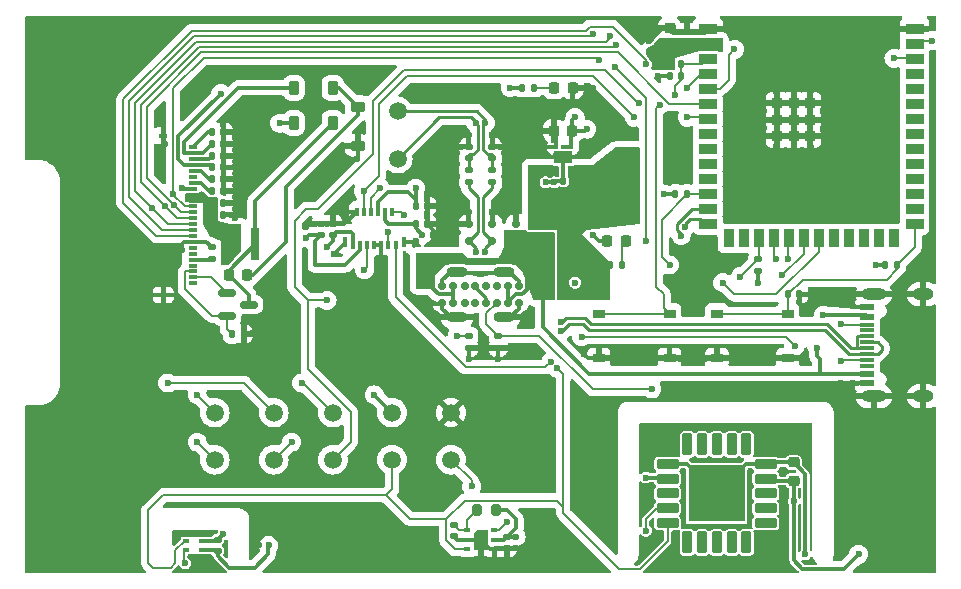
<source format=gtl>
G04 #@! TF.GenerationSoftware,KiCad,Pcbnew,8.0.3*
G04 #@! TF.CreationDate,2024-07-02T16:51:35-07:00*
G04 #@! TF.ProjectId,canary,63616e61-7279-42e6-9b69-6361645f7063,rev?*
G04 #@! TF.SameCoordinates,PX2faf080PY2faf080*
G04 #@! TF.FileFunction,Copper,L1,Top*
G04 #@! TF.FilePolarity,Positive*
%FSLAX46Y46*%
G04 Gerber Fmt 4.6, Leading zero omitted, Abs format (unit mm)*
G04 Created by KiCad (PCBNEW 8.0.3) date 2024-07-02 16:51:35*
%MOMM*%
%LPD*%
G01*
G04 APERTURE LIST*
G04 Aperture macros list*
%AMRoundRect*
0 Rectangle with rounded corners*
0 $1 Rounding radius*
0 $2 $3 $4 $5 $6 $7 $8 $9 X,Y pos of 4 corners*
0 Add a 4 corners polygon primitive as box body*
4,1,4,$2,$3,$4,$5,$6,$7,$8,$9,$2,$3,0*
0 Add four circle primitives for the rounded corners*
1,1,$1+$1,$2,$3*
1,1,$1+$1,$4,$5*
1,1,$1+$1,$6,$7*
1,1,$1+$1,$8,$9*
0 Add four rect primitives between the rounded corners*
20,1,$1+$1,$2,$3,$4,$5,0*
20,1,$1+$1,$4,$5,$6,$7,0*
20,1,$1+$1,$6,$7,$8,$9,0*
20,1,$1+$1,$8,$9,$2,$3,0*%
%AMFreePoly0*
4,1,14,0.628536,0.853536,0.630000,0.850000,0.630000,-0.850000,0.628536,-0.853536,0.625000,-0.855000,-0.625000,-0.855000,-0.628536,-0.853536,-0.630000,-0.850000,-0.630000,0.550000,-0.628536,0.553536,-0.328536,0.853536,-0.325000,0.855000,0.625000,0.855000,0.628536,0.853536,0.628536,0.853536,$1*%
G04 Aperture macros list end*
G04 #@! TA.AperFunction,SMDPad,CuDef*
%ADD10RoundRect,0.225000X-0.225000X-0.250000X0.225000X-0.250000X0.225000X0.250000X-0.225000X0.250000X0*%
G04 #@! TD*
G04 #@! TA.AperFunction,SMDPad,CuDef*
%ADD11RoundRect,0.135000X0.185000X-0.135000X0.185000X0.135000X-0.185000X0.135000X-0.185000X-0.135000X0*%
G04 #@! TD*
G04 #@! TA.AperFunction,SMDPad,CuDef*
%ADD12RoundRect,0.140000X-0.140000X-0.170000X0.140000X-0.170000X0.140000X0.170000X-0.140000X0.170000X0*%
G04 #@! TD*
G04 #@! TA.AperFunction,SMDPad,CuDef*
%ADD13R,0.800000X2.700000*%
G04 #@! TD*
G04 #@! TA.AperFunction,SMDPad,CuDef*
%ADD14C,1.500000*%
G04 #@! TD*
G04 #@! TA.AperFunction,SMDPad,CuDef*
%ADD15RoundRect,0.225000X0.250000X-0.225000X0.250000X0.225000X-0.250000X0.225000X-0.250000X-0.225000X0*%
G04 #@! TD*
G04 #@! TA.AperFunction,SMDPad,CuDef*
%ADD16RoundRect,0.218750X-0.218750X-0.256250X0.218750X-0.256250X0.218750X0.256250X-0.218750X0.256250X0*%
G04 #@! TD*
G04 #@! TA.AperFunction,SMDPad,CuDef*
%ADD17RoundRect,0.135000X-0.135000X-0.185000X0.135000X-0.185000X0.135000X0.185000X-0.135000X0.185000X0*%
G04 #@! TD*
G04 #@! TA.AperFunction,SMDPad,CuDef*
%ADD18RoundRect,0.140000X-0.170000X0.140000X-0.170000X-0.140000X0.170000X-0.140000X0.170000X0.140000X0*%
G04 #@! TD*
G04 #@! TA.AperFunction,SMDPad,CuDef*
%ADD19RoundRect,0.135000X0.135000X0.185000X-0.135000X0.185000X-0.135000X-0.185000X0.135000X-0.185000X0*%
G04 #@! TD*
G04 #@! TA.AperFunction,SMDPad,CuDef*
%ADD20R,1.000000X0.750000*%
G04 #@! TD*
G04 #@! TA.AperFunction,SMDPad,CuDef*
%ADD21RoundRect,0.225000X-0.375000X0.225000X-0.375000X-0.225000X0.375000X-0.225000X0.375000X0.225000X0*%
G04 #@! TD*
G04 #@! TA.AperFunction,SMDPad,CuDef*
%ADD22RoundRect,0.212500X-0.212500X0.737500X-0.212500X-0.737500X0.212500X-0.737500X0.212500X0.737500X0*%
G04 #@! TD*
G04 #@! TA.AperFunction,SMDPad,CuDef*
%ADD23RoundRect,0.212500X-0.737500X0.212500X-0.737500X-0.212500X0.737500X-0.212500X0.737500X0.212500X0*%
G04 #@! TD*
G04 #@! TA.AperFunction,HeatsinkPad*
%ADD24R,4.800000X4.800000*%
G04 #@! TD*
G04 #@! TA.AperFunction,SMDPad,CuDef*
%ADD25RoundRect,0.135000X-0.185000X0.135000X-0.185000X-0.135000X0.185000X-0.135000X0.185000X0.135000X0*%
G04 #@! TD*
G04 #@! TA.AperFunction,SMDPad,CuDef*
%ADD26RoundRect,0.150000X-0.200000X0.150000X-0.200000X-0.150000X0.200000X-0.150000X0.200000X0.150000X0*%
G04 #@! TD*
G04 #@! TA.AperFunction,SMDPad,CuDef*
%ADD27RoundRect,0.140000X0.140000X0.170000X-0.140000X0.170000X-0.140000X-0.170000X0.140000X-0.170000X0*%
G04 #@! TD*
G04 #@! TA.AperFunction,SMDPad,CuDef*
%ADD28RoundRect,0.225000X-0.225000X-0.375000X0.225000X-0.375000X0.225000X0.375000X-0.225000X0.375000X0*%
G04 #@! TD*
G04 #@! TA.AperFunction,SMDPad,CuDef*
%ADD29RoundRect,0.150000X-0.587500X-0.150000X0.587500X-0.150000X0.587500X0.150000X-0.587500X0.150000X0*%
G04 #@! TD*
G04 #@! TA.AperFunction,SMDPad,CuDef*
%ADD30R,1.500000X0.900000*%
G04 #@! TD*
G04 #@! TA.AperFunction,SMDPad,CuDef*
%ADD31R,0.900000X1.500000*%
G04 #@! TD*
G04 #@! TA.AperFunction,SMDPad,CuDef*
%ADD32R,0.900000X0.900000*%
G04 #@! TD*
G04 #@! TA.AperFunction,SMDPad,CuDef*
%ADD33RoundRect,0.225000X0.225000X0.375000X-0.225000X0.375000X-0.225000X-0.375000X0.225000X-0.375000X0*%
G04 #@! TD*
G04 #@! TA.AperFunction,SMDPad,CuDef*
%ADD34RoundRect,0.218750X0.218750X0.256250X-0.218750X0.256250X-0.218750X-0.256250X0.218750X-0.256250X0*%
G04 #@! TD*
G04 #@! TA.AperFunction,SMDPad,CuDef*
%ADD35R,0.800000X0.300000*%
G04 #@! TD*
G04 #@! TA.AperFunction,SMDPad,CuDef*
%ADD36R,0.800000X0.400000*%
G04 #@! TD*
G04 #@! TA.AperFunction,ComponentPad*
%ADD37C,0.700000*%
G04 #@! TD*
G04 #@! TA.AperFunction,ComponentPad*
%ADD38O,1.800000X0.900000*%
G04 #@! TD*
G04 #@! TA.AperFunction,SMDPad,CuDef*
%ADD39RoundRect,0.200000X0.200000X0.275000X-0.200000X0.275000X-0.200000X-0.275000X0.200000X-0.275000X0*%
G04 #@! TD*
G04 #@! TA.AperFunction,SMDPad,CuDef*
%ADD40R,0.500000X0.300000*%
G04 #@! TD*
G04 #@! TA.AperFunction,SMDPad,CuDef*
%ADD41RoundRect,0.140000X0.170000X-0.140000X0.170000X0.140000X-0.170000X0.140000X-0.170000X-0.140000X0*%
G04 #@! TD*
G04 #@! TA.AperFunction,SMDPad,CuDef*
%ADD42RoundRect,0.093750X-0.106250X0.093750X-0.106250X-0.093750X0.106250X-0.093750X0.106250X0.093750X0*%
G04 #@! TD*
G04 #@! TA.AperFunction,HeatsinkPad*
%ADD43R,1.600000X1.000000*%
G04 #@! TD*
G04 #@! TA.AperFunction,ComponentPad*
%ADD44O,2.100000X1.000000*%
G04 #@! TD*
G04 #@! TA.AperFunction,ComponentPad*
%ADD45O,1.800000X1.000000*%
G04 #@! TD*
G04 #@! TA.AperFunction,SMDPad,CuDef*
%ADD46R,1.150000X0.600000*%
G04 #@! TD*
G04 #@! TA.AperFunction,SMDPad,CuDef*
%ADD47R,1.150000X0.300000*%
G04 #@! TD*
G04 #@! TA.AperFunction,SMDPad,CuDef*
%ADD48R,0.300000X0.800000*%
G04 #@! TD*
G04 #@! TA.AperFunction,SMDPad,CuDef*
%ADD49R,0.400000X0.950000*%
G04 #@! TD*
G04 #@! TA.AperFunction,SMDPad,CuDef*
%ADD50R,0.550000X0.400000*%
G04 #@! TD*
G04 #@! TA.AperFunction,SMDPad,CuDef*
%ADD51FreePoly0,0.000000*%
G04 #@! TD*
G04 #@! TA.AperFunction,SMDPad,CuDef*
%ADD52RoundRect,0.225000X0.375000X-0.225000X0.375000X0.225000X-0.375000X0.225000X-0.375000X-0.225000X0*%
G04 #@! TD*
G04 #@! TA.AperFunction,ViaPad*
%ADD53C,0.600000*%
G04 #@! TD*
G04 #@! TA.AperFunction,Conductor*
%ADD54C,0.300000*%
G04 #@! TD*
G04 #@! TA.AperFunction,Conductor*
%ADD55C,0.500000*%
G04 #@! TD*
G04 #@! TA.AperFunction,Conductor*
%ADD56C,0.200000*%
G04 #@! TD*
G04 #@! TA.AperFunction,Conductor*
%ADD57C,0.278638*%
G04 #@! TD*
G04 APERTURE END LIST*
D10*
X17668750Y-22350000D03*
X19218750Y-22350000D03*
D11*
X38000000Y-14510000D03*
X38000000Y-13490000D03*
D12*
X65020000Y-24000000D03*
X65980000Y-24000000D03*
D13*
X17600000Y-19750000D03*
X19900000Y-19750000D03*
D14*
X32000000Y-8500000D03*
X16500000Y-38000000D03*
D15*
X55000000Y-3025000D03*
X55000000Y-1475000D03*
D14*
X51000000Y-14000000D03*
D16*
X49712500Y-19500000D03*
X51287500Y-19500000D03*
D17*
X17933750Y-27350000D03*
X18953750Y-27350000D03*
D18*
X26500000Y-18020000D03*
X26500000Y-18980000D03*
D19*
X56510000Y-15500000D03*
X55490000Y-15500000D03*
D14*
X16500000Y-34000000D03*
X36500000Y-38000000D03*
D20*
X49000000Y-25625000D03*
X55000000Y-25625000D03*
X49000000Y-29375000D03*
X55000000Y-29375000D03*
D14*
X31500000Y-38000000D03*
D21*
X44250000Y-16350000D03*
X44250000Y-19650000D03*
D12*
X46020000Y-14387500D03*
X46980000Y-14387500D03*
D15*
X65500000Y-39775000D03*
X65500000Y-38225000D03*
D17*
X42527500Y-6500000D03*
X43547500Y-6500000D03*
D22*
X61500000Y-36700000D03*
X60250000Y-36700000D03*
X59000000Y-36700000D03*
X57750000Y-36700000D03*
X56500000Y-36700000D03*
D23*
X54850000Y-38350000D03*
X54850000Y-39600000D03*
X54850000Y-40850000D03*
X54850000Y-42100000D03*
X54850000Y-43350000D03*
D22*
X56500000Y-45000000D03*
X57750000Y-45000000D03*
X59000000Y-45000000D03*
X60250000Y-45000000D03*
X61500000Y-45000000D03*
D23*
X63150000Y-43350000D03*
X63150000Y-42100000D03*
X63150000Y-40850000D03*
X63150000Y-39600000D03*
X63150000Y-38350000D03*
D24*
X59000000Y-40850000D03*
D14*
X36500000Y-34000000D03*
D25*
X62500000Y-20990000D03*
X62500000Y-22010000D03*
D12*
X16270000Y-15250000D03*
X17230000Y-15250000D03*
D14*
X21500000Y-34000000D03*
D18*
X36750000Y-43520000D03*
X36750000Y-44480000D03*
D12*
X16270000Y-12250000D03*
X17230000Y-12250000D03*
X16270000Y-13250000D03*
X17230000Y-13250000D03*
D26*
X40000000Y-19450000D03*
X40000000Y-18050000D03*
D27*
X56000000Y-5500000D03*
X55040000Y-5500000D03*
D28*
X23200000Y-9500000D03*
X26500000Y-9500000D03*
D29*
X17506250Y-23900000D03*
X17506250Y-25800000D03*
X19381250Y-24850000D03*
D12*
X16270000Y-14250000D03*
X17230000Y-14250000D03*
D17*
X54990000Y-4500000D03*
X56010000Y-4500000D03*
D26*
X42000000Y-19400000D03*
X42000000Y-18000000D03*
D12*
X16270000Y-11250000D03*
X17230000Y-11250000D03*
D30*
X58250000Y-1490000D03*
X58250000Y-2760000D03*
X58250000Y-4030000D03*
X58250000Y-5300000D03*
X58250000Y-6570000D03*
X58250000Y-7840000D03*
X58250000Y-9110000D03*
X58250000Y-10380000D03*
X58250000Y-11650000D03*
X58250000Y-12920000D03*
X58250000Y-14190000D03*
X58250000Y-15460000D03*
X58250000Y-16730000D03*
X58250000Y-18000000D03*
D31*
X60015000Y-19250000D03*
X61285000Y-19250000D03*
X62555000Y-19250000D03*
X63825000Y-19250000D03*
X65095000Y-19250000D03*
X66365000Y-19250000D03*
X67635000Y-19250000D03*
X68905000Y-19250000D03*
X70175000Y-19250000D03*
X71445000Y-19250000D03*
X72715000Y-19250000D03*
X73985000Y-19250000D03*
D30*
X75750000Y-18000000D03*
X75750000Y-16730000D03*
X75750000Y-15460000D03*
X75750000Y-14190000D03*
X75750000Y-12920000D03*
X75750000Y-11650000D03*
X75750000Y-10380000D03*
X75750000Y-9110000D03*
X75750000Y-7840000D03*
X75750000Y-6570000D03*
X75750000Y-5300000D03*
X75750000Y-4030000D03*
X75750000Y-2760000D03*
X75750000Y-1490000D03*
D32*
X64100000Y-7810000D03*
X64100000Y-9210000D03*
X64100000Y-10610000D03*
X64100000Y-10610000D03*
X65500000Y-7810000D03*
X65500000Y-7810000D03*
X65500000Y-9210000D03*
X65500000Y-10610000D03*
X66900000Y-7810000D03*
X66900000Y-9210000D03*
X66900000Y-10610000D03*
D18*
X41250000Y-44520000D03*
X41250000Y-45480000D03*
D33*
X26500000Y-6500000D03*
X23200000Y-6500000D03*
D14*
X31500000Y-34000000D03*
D34*
X46787500Y-6500000D03*
X45212500Y-6500000D03*
D20*
X59000000Y-25625000D03*
X65000000Y-25625000D03*
X59000000Y-29375000D03*
X65000000Y-29375000D03*
D14*
X26500000Y-34000000D03*
D35*
X14650000Y-23050000D03*
X14650000Y-22550000D03*
X14650000Y-22050000D03*
X14650000Y-21550000D03*
X14650000Y-21050000D03*
X14650000Y-20550000D03*
X14650000Y-20050000D03*
X14650000Y-19550000D03*
X14650000Y-19050000D03*
X14650000Y-18550000D03*
X14650000Y-18050000D03*
X14650000Y-17550000D03*
X14650000Y-17050000D03*
X14650000Y-16550000D03*
X14650000Y-16050000D03*
X14650000Y-15550000D03*
X14650000Y-15050000D03*
X14650000Y-14550000D03*
X14650000Y-14050000D03*
X14650000Y-13550000D03*
X14650000Y-13050000D03*
X14650000Y-12550000D03*
X14650000Y-12050000D03*
X14650000Y-11550000D03*
D36*
X12150000Y-10550000D03*
X12150000Y-24050000D03*
D37*
X35750000Y-23300000D03*
X36700000Y-23300000D03*
X37650000Y-23300000D03*
X38550000Y-23300000D03*
X39450000Y-23300000D03*
X40350000Y-23300000D03*
X41300000Y-23300000D03*
X42250000Y-23300000D03*
X42250000Y-24700000D03*
X41300000Y-24700000D03*
X40350000Y-24700000D03*
X39450000Y-24700000D03*
X38550000Y-24700000D03*
X37650000Y-24700000D03*
X36700000Y-24700000D03*
X35750000Y-24700000D03*
D38*
X37000000Y-22070000D03*
X37000000Y-25930000D03*
X41000000Y-22070000D03*
X41000000Y-25930000D03*
D11*
X40000000Y-14510000D03*
X40000000Y-13490000D03*
D39*
X40325000Y-42250000D03*
X38675000Y-42250000D03*
D18*
X16750000Y-44770000D03*
X16750000Y-45730000D03*
D12*
X16270000Y-16250000D03*
X17230000Y-16250000D03*
D40*
X14050000Y-44850000D03*
X14050000Y-45650000D03*
X15450000Y-45650000D03*
X15450000Y-44850000D03*
D27*
X34480000Y-18000000D03*
X33520000Y-18000000D03*
D41*
X56500000Y-2730000D03*
X56500000Y-1770000D03*
D12*
X16270000Y-10250000D03*
X17230000Y-10250000D03*
D10*
X45225000Y-10137500D03*
X46775000Y-10137500D03*
D19*
X74260000Y-21500000D03*
X73240000Y-21500000D03*
D41*
X38000000Y-12480000D03*
X38000000Y-11520000D03*
D12*
X16270000Y-17250000D03*
X17230000Y-17250000D03*
D42*
X46650000Y-11500000D03*
X46000000Y-11500000D03*
X45350000Y-11500000D03*
X45350000Y-13275000D03*
X46000000Y-13275000D03*
X46650000Y-13275000D03*
D43*
X46000000Y-12387500D03*
D14*
X32000000Y-12500000D03*
D18*
X25500000Y-18020000D03*
X25500000Y-18980000D03*
D14*
X26500000Y-38000000D03*
X21500000Y-38000000D03*
D26*
X38000000Y-19450000D03*
X38000000Y-18050000D03*
D17*
X49990000Y-21500000D03*
X51010000Y-21500000D03*
D44*
X72315000Y-32620000D03*
X72315000Y-23980000D03*
D45*
X76465000Y-32620000D03*
X76465000Y-23980000D03*
D46*
X71745000Y-31500000D03*
X71745000Y-30700000D03*
D47*
X71745000Y-29550000D03*
X71745000Y-28550000D03*
X71745000Y-28050000D03*
X71745000Y-30050000D03*
D46*
X71745000Y-25100000D03*
X71745000Y-25900000D03*
D47*
X71745000Y-26550000D03*
X71745000Y-27550000D03*
X71745000Y-29050000D03*
X71745000Y-27050000D03*
D41*
X16250000Y-20980000D03*
X16250000Y-20020000D03*
X40000000Y-12480000D03*
X40000000Y-11520000D03*
D25*
X40500000Y-27490000D03*
X40500000Y-28510000D03*
X38000000Y-27490000D03*
X38000000Y-28510000D03*
D48*
X28200000Y-19800000D03*
X28500000Y-17000000D03*
X28800000Y-19800000D03*
X29100000Y-17000000D03*
X29400000Y-19800000D03*
X29700000Y-17000000D03*
X30000000Y-19800000D03*
X30300000Y-17000000D03*
X30600000Y-19800000D03*
X30900000Y-17000000D03*
X31200000Y-19800000D03*
X31500000Y-17000000D03*
X31800000Y-19800000D03*
D49*
X32500000Y-19550000D03*
X27500000Y-19550000D03*
D50*
X37850000Y-43950000D03*
X37850000Y-44750000D03*
X37850000Y-45550000D03*
X40150000Y-45550000D03*
X40150000Y-44750000D03*
X40150000Y-43950000D03*
D51*
X39000000Y-44750000D03*
D27*
X34480000Y-16500000D03*
X33520000Y-16500000D03*
D52*
X28600000Y-11400000D03*
X28600000Y-8100000D03*
D53*
X71000000Y-11000000D03*
X71000000Y-15000000D03*
X18250000Y-10500000D03*
X69616207Y-24883793D03*
X44500000Y-14500000D03*
X62000000Y-15000000D03*
X63000000Y-9900000D03*
X40000000Y-17000000D03*
X35000000Y-32500000D03*
X47000000Y-23000000D03*
X69500000Y-31500000D03*
X48500000Y-6500000D03*
X26565687Y-20565687D03*
X28500000Y-12500000D03*
X66500000Y-46000000D03*
X5000000Y-10000000D03*
X5000000Y-15000000D03*
X74000000Y-43000000D03*
X12250000Y-11250000D03*
X53250000Y-2500000D03*
X33500000Y-19500000D03*
X15000000Y-7500000D03*
X65500000Y-6750000D03*
X48000000Y-38000000D03*
X45250000Y-14500000D03*
X18250000Y-17500000D03*
X26000000Y-27000000D03*
X64000000Y-11500000D03*
X42000000Y-38000000D03*
X40000000Y-10500000D03*
X65500000Y-11500000D03*
X54000000Y-5500000D03*
X35000000Y-19000000D03*
X40500000Y-29500000D03*
X28000000Y-44000000D03*
X13750000Y-20250000D03*
X74000000Y-38000000D03*
X67000000Y-6750000D03*
X58000000Y-29500000D03*
X62000000Y-5000000D03*
X42000000Y-45500000D03*
X34500000Y-15500000D03*
X20250000Y-45250000D03*
X71000000Y-45000000D03*
X38000000Y-10500000D03*
X19750000Y-27250000D03*
X17200000Y-44300000D03*
X5000000Y-20000000D03*
X66500000Y-29500000D03*
X18250000Y-13250000D03*
X70500000Y-25000000D03*
X68000000Y-8500000D03*
X73000000Y-2000000D03*
X63000000Y-8500000D03*
X47799265Y-29049265D03*
X67000000Y-11500000D03*
X13750000Y-15000000D03*
X56000000Y-29500000D03*
X38000000Y-29500000D03*
X55000000Y-12500000D03*
X64000000Y-6750000D03*
X30000000Y-27000000D03*
X67000000Y-24000000D03*
X68000000Y-10000000D03*
X30550000Y-21000000D03*
X45500000Y-9000000D03*
X5000000Y-25000000D03*
X5000000Y-30000000D03*
X24250000Y-18250000D03*
X48500000Y-19000000D03*
X62000000Y-2000000D03*
X73000000Y-5000000D03*
X70500000Y-31500000D03*
X9000000Y-39000000D03*
X36000000Y-7000000D03*
X38000000Y-17000000D03*
X58000000Y-23000000D03*
X55500000Y-7125000D03*
X54174551Y-7922039D03*
X68000000Y-25750000D03*
X67500000Y-28500000D03*
X56283975Y-18283975D03*
X38598400Y-9500000D03*
X39401600Y-9500000D03*
X55989043Y-19027628D03*
X60500000Y-3250000D03*
X48500000Y-1975000D03*
X53000000Y-4500000D03*
X56500000Y-6500000D03*
X17000000Y-7000000D03*
X22000000Y-9500000D03*
X54000000Y-4500000D03*
X62500000Y-23000000D03*
X33500000Y-15000000D03*
X47000000Y-9000000D03*
X30000000Y-32500000D03*
X72500000Y-21500000D03*
X26000000Y-20000000D03*
X16500000Y-18750000D03*
X48000000Y-10000000D03*
X65500000Y-41500000D03*
X41500000Y-6500000D03*
X53000000Y-39500000D03*
X42000000Y-44500000D03*
X24209620Y-19209620D03*
X21050003Y-45250000D03*
X53750000Y-3250000D03*
X34065687Y-18934313D03*
X54500000Y-15500000D03*
X71000000Y-46000000D03*
X38598400Y-20418400D03*
X45783974Y-26314426D03*
X39401600Y-20418400D03*
X45783974Y-27117626D03*
X37000000Y-27500000D03*
X69500000Y-29625000D03*
X69500000Y-26500000D03*
X53500000Y-32000000D03*
X29165380Y-21915380D03*
X77200000Y-2500000D03*
X49000000Y-4125000D03*
X13000000Y-15500000D03*
X23850000Y-31500000D03*
X74000000Y-4000000D03*
X26000000Y-24500000D03*
X31200000Y-18700000D03*
X52400000Y-7791830D03*
X44934313Y-29684313D03*
X47548491Y-27567626D03*
X64500000Y-22375000D03*
X65647827Y-28352173D03*
X59500000Y-23000000D03*
X32500000Y-17250000D03*
X15000000Y-32500000D03*
X30500000Y-15000000D03*
X13057793Y-16456322D03*
X23000000Y-36500000D03*
X52000000Y-9000000D03*
X29100000Y-15230761D03*
X65000000Y-21000000D03*
X50500000Y-2875000D03*
X12254783Y-16514349D03*
X50370558Y-4754442D03*
X53000000Y-19500000D03*
X64000000Y-21000000D03*
X12500000Y-31500000D03*
X49995558Y-2125000D03*
X15000000Y-36500000D03*
X56500000Y-9000000D03*
X11210301Y-16710301D03*
X55000000Y-21500000D03*
X45500000Y-30250000D03*
X53000000Y-44000000D03*
X38250000Y-40250000D03*
X14000000Y-46750000D03*
X61000000Y-22500000D03*
X41250000Y-43250000D03*
D54*
X55875000Y-29375000D02*
X56000000Y-29500000D01*
X30600000Y-19800000D02*
X30600000Y-20950000D01*
X47799265Y-29049265D02*
X48125000Y-29375000D01*
X65000000Y-29375000D02*
X66375000Y-29375000D01*
X38000000Y-18050000D02*
X38000000Y-17000000D01*
X16750000Y-44750000D02*
X17200000Y-44300000D01*
X34480000Y-18000000D02*
X35000000Y-18520000D01*
X55000000Y-29375000D02*
X55875000Y-29375000D01*
X37850000Y-44750000D02*
X37020000Y-44750000D01*
X66375000Y-29375000D02*
X66500000Y-29500000D01*
X39000000Y-44750000D02*
X37850000Y-44750000D01*
D55*
X54275000Y-1475000D02*
X55000000Y-1475000D01*
D54*
X28600000Y-11400000D02*
X28600000Y-12400000D01*
X66500000Y-39225000D02*
X65500000Y-38225000D01*
X41250000Y-45480000D02*
X40220000Y-45480000D01*
X45362500Y-14387500D02*
X45250000Y-14500000D01*
X12150000Y-10550000D02*
X12150000Y-11150000D01*
X66500000Y-46000000D02*
X66500000Y-39225000D01*
X71745000Y-31500000D02*
X70500000Y-31500000D01*
X24480000Y-18020000D02*
X24250000Y-18250000D01*
X70500000Y-25000000D02*
X69732414Y-25000000D01*
X38000000Y-28510000D02*
X38000000Y-29500000D01*
X61500000Y-38350000D02*
X63150000Y-38350000D01*
X16250000Y-20020000D02*
X15780000Y-19550000D01*
X40500000Y-28510000D02*
X40500000Y-29500000D01*
X45350000Y-11500000D02*
X45350000Y-10262500D01*
X58125000Y-29375000D02*
X58000000Y-29500000D01*
D55*
X53250000Y-2500000D02*
X54275000Y-1475000D01*
D54*
X39800000Y-45550000D02*
X40150000Y-45550000D01*
X30000000Y-19800000D02*
X30600000Y-19800000D01*
X25500000Y-18020000D02*
X24480000Y-18020000D01*
X39000000Y-44750000D02*
X39800000Y-45550000D01*
X13750000Y-19700000D02*
X13750000Y-20250000D01*
X42250000Y-25194974D02*
X41514974Y-25930000D01*
X37020000Y-44750000D02*
X36750000Y-44480000D01*
X70600000Y-25100000D02*
X70500000Y-25000000D01*
X42250000Y-22870000D02*
X42250000Y-23300000D01*
X14650000Y-19550000D02*
X13900000Y-19550000D01*
X65500000Y-38225000D02*
X63275000Y-38225000D01*
X28600000Y-12400000D02*
X28500000Y-12500000D01*
X36500000Y-34000000D02*
X35000000Y-32500000D01*
X46020000Y-14387500D02*
X45362500Y-14387500D01*
X45225000Y-9275000D02*
X45500000Y-9000000D01*
X48125000Y-29375000D02*
X49000000Y-29375000D01*
X35750000Y-22805026D02*
X36485026Y-22070000D01*
X69732414Y-25000000D02*
X69616207Y-24883793D01*
X12150000Y-11150000D02*
X12250000Y-11250000D01*
X41980000Y-45480000D02*
X42000000Y-45500000D01*
X15450000Y-44850000D02*
X16670000Y-44850000D01*
X35750000Y-25194974D02*
X36485026Y-25930000D01*
X59000000Y-29375000D02*
X58125000Y-29375000D01*
X35000000Y-18520000D02*
X35000000Y-19000000D01*
X13800000Y-15050000D02*
X13750000Y-15000000D01*
X56500000Y-38350000D02*
X54850000Y-38350000D01*
D55*
X55295000Y-1770000D02*
X55000000Y-1475000D01*
D54*
X19650000Y-27350000D02*
X19750000Y-27250000D01*
X41450000Y-22070000D02*
X42250000Y-22870000D01*
X59000000Y-40850000D02*
X56500000Y-38350000D01*
X32500000Y-19550000D02*
X33450000Y-19550000D01*
X71745000Y-25100000D02*
X70600000Y-25100000D01*
X49000000Y-29375000D02*
X55000000Y-29375000D01*
X45250000Y-14500000D02*
X44500000Y-14500000D01*
X65980000Y-24000000D02*
X67000000Y-24000000D01*
X35750000Y-23300000D02*
X35750000Y-22805026D01*
X49712500Y-19500000D02*
X49000000Y-19500000D01*
X38000000Y-11520000D02*
X38000000Y-10500000D01*
X46000000Y-13275000D02*
X46000000Y-12387500D01*
X42250000Y-24700000D02*
X42250000Y-25194974D01*
X40000000Y-18050000D02*
X40000000Y-17000000D01*
X40000000Y-11520000D02*
X40000000Y-10500000D01*
X41250000Y-45480000D02*
X41980000Y-45480000D01*
X35750000Y-24700000D02*
X35750000Y-25194974D01*
X34480000Y-15520000D02*
X34500000Y-15500000D01*
X70500000Y-31500000D02*
X69500000Y-31500000D01*
D55*
X56000000Y-1770000D02*
X55295000Y-1770000D01*
D54*
X33450000Y-19550000D02*
X33500000Y-19500000D01*
D55*
X57970000Y-1770000D02*
X58250000Y-1490000D01*
D54*
X14650000Y-15050000D02*
X13800000Y-15050000D01*
X30600000Y-20950000D02*
X30550000Y-21000000D01*
X59000000Y-40850000D02*
X61500000Y-38350000D01*
X27480000Y-18020000D02*
X28500000Y-17000000D01*
X59000000Y-29375000D02*
X65000000Y-29375000D01*
X27500000Y-19631374D02*
X26565687Y-20565687D01*
D55*
X56000000Y-1770000D02*
X57970000Y-1770000D01*
D54*
X15780000Y-19550000D02*
X14650000Y-19550000D01*
X26500000Y-18020000D02*
X27480000Y-18020000D01*
X46020000Y-14387500D02*
X46020000Y-13295000D01*
X26500000Y-18020000D02*
X25500000Y-18020000D01*
D55*
X56500000Y-1770000D02*
X56000000Y-1770000D01*
D54*
X55040000Y-5500000D02*
X54000000Y-5500000D01*
X13900000Y-19550000D02*
X13750000Y-19700000D01*
X45225000Y-10137500D02*
X45225000Y-9275000D01*
X49000000Y-19500000D02*
X48500000Y-19000000D01*
X34480000Y-16500000D02*
X34480000Y-15520000D01*
X18953750Y-27350000D02*
X19650000Y-27350000D01*
D56*
X55000000Y-25625000D02*
X49000000Y-25625000D01*
X56000000Y-5500000D02*
X56000000Y-4510000D01*
X55500000Y-7125000D02*
X55500000Y-6309999D01*
X56000000Y-5809999D02*
X56000000Y-5500000D01*
X53875000Y-23355000D02*
X54520000Y-24000000D01*
X54520000Y-25145000D02*
X54520000Y-24000000D01*
X53875000Y-8221590D02*
X53875000Y-23355000D01*
X55500000Y-6309999D02*
X56000000Y-5809999D01*
X57780000Y-4500000D02*
X58250000Y-4030000D01*
X56010000Y-4500000D02*
X57780000Y-4500000D01*
X55000000Y-25625000D02*
X54520000Y-25145000D01*
X54174551Y-7922039D02*
X53875000Y-8221590D01*
X59000000Y-25625000D02*
X65000000Y-25625000D01*
X75750000Y-20010000D02*
X74260000Y-21500000D01*
X73380000Y-22750000D02*
X66270000Y-22750000D01*
X75750000Y-18000000D02*
X75750000Y-20010000D01*
X65020000Y-24000000D02*
X65020000Y-25605000D01*
X74260000Y-21870000D02*
X73380000Y-22750000D01*
X74260000Y-21500000D02*
X74260000Y-21870000D01*
X66270000Y-22750000D02*
X65020000Y-24000000D01*
D54*
X46980000Y-14387500D02*
X46980000Y-14697499D01*
X46150000Y-16350000D02*
X46980000Y-15520000D01*
X47367500Y-14000000D02*
X46980000Y-14387500D01*
X46980000Y-15520000D02*
X46980000Y-14387500D01*
X43250000Y-14750000D02*
X43250000Y-13750000D01*
X46150000Y-17660000D02*
X46150000Y-16350000D01*
X46980000Y-13605000D02*
X46650000Y-13275000D01*
X43250000Y-13750000D02*
X43725000Y-13275000D01*
X46980000Y-14697499D02*
X46427499Y-15250000D01*
X43725000Y-13275000D02*
X45350000Y-13275000D01*
X43750000Y-15250000D02*
X43250000Y-14750000D01*
X46980000Y-14387500D02*
X46980000Y-13605000D01*
X44250000Y-16350000D02*
X46150000Y-16350000D01*
X49990000Y-21500000D02*
X46150000Y-17660000D01*
X51000000Y-14000000D02*
X47367500Y-14000000D01*
X46427499Y-15250000D02*
X43750000Y-15250000D01*
X35460050Y-24000000D02*
X35000000Y-23539950D01*
X35000000Y-23539950D02*
X35000000Y-22068400D01*
X42630000Y-21270000D02*
X42270000Y-21270000D01*
X42539950Y-24000000D02*
X41960050Y-24000000D01*
X67750000Y-29500000D02*
X67750000Y-30700000D01*
X35000000Y-22068400D02*
X36000000Y-21068400D01*
X42950000Y-23589950D02*
X42539950Y-24000000D01*
X71595000Y-25750000D02*
X68000000Y-25750000D01*
X44250000Y-19650000D02*
X42630000Y-21270000D01*
X42270000Y-21270000D02*
X42950000Y-21950000D01*
X44250000Y-26750000D02*
X44250000Y-19650000D01*
X67750000Y-30700000D02*
X48200000Y-30700000D01*
X42270000Y-21270000D02*
X42000000Y-21000000D01*
X36000000Y-21068400D02*
X41931600Y-21068400D01*
X36494974Y-24000000D02*
X35460050Y-24000000D01*
X41960050Y-24000000D02*
X41300000Y-24660050D01*
X36700000Y-23300000D02*
X36700000Y-23794974D01*
X41931600Y-21068400D02*
X42000000Y-21000000D01*
X67500000Y-28500000D02*
X67500000Y-29250000D01*
X48200000Y-30700000D02*
X44250000Y-26750000D01*
X41300000Y-24700000D02*
X41300000Y-23300000D01*
X36700000Y-24700000D02*
X36700000Y-23300000D01*
X36700000Y-23794974D02*
X36494974Y-24000000D01*
X67500000Y-29250000D02*
X67750000Y-29500000D01*
X71745000Y-30700000D02*
X67750000Y-30700000D01*
X42000000Y-21000000D02*
X42000000Y-19400000D01*
X42950000Y-21950000D02*
X42950000Y-23589950D01*
D57*
X38598400Y-9500000D02*
X38598400Y-9378222D01*
X38000000Y-12139319D02*
X38372421Y-12139319D01*
X56283975Y-18056736D02*
X56283975Y-18283975D01*
X38759081Y-11752659D02*
X38759081Y-9660681D01*
X56734792Y-17605919D02*
X56283975Y-18056736D01*
X38372421Y-12139319D02*
X38759081Y-11752659D01*
X38759081Y-9660681D02*
X38598400Y-9500000D01*
X57950000Y-18000000D02*
X57555919Y-17605919D01*
X38000000Y-13490000D02*
X38000000Y-12480000D01*
X38598400Y-9378222D02*
X38202016Y-8981838D01*
X35518162Y-8981838D02*
X32000000Y-12500000D01*
X38202016Y-8981838D02*
X35518162Y-8981838D01*
X57555919Y-17605919D02*
X56734792Y-17605919D01*
X38000000Y-12480000D02*
X38000000Y-12139319D01*
X55644656Y-18548790D02*
X55644656Y-18019160D01*
X39240919Y-9660681D02*
X39401600Y-9500000D01*
X40000000Y-12139319D02*
X39627579Y-12139319D01*
X40000000Y-13490000D02*
X40000000Y-12480000D01*
X55644656Y-18019160D02*
X56933816Y-16730000D01*
X38700800Y-8500000D02*
X32000000Y-8500000D01*
X39401600Y-9500000D02*
X39401600Y-9200800D01*
X55989043Y-19027628D02*
X55989043Y-18893177D01*
X56933816Y-16730000D02*
X58250000Y-16730000D01*
X40000000Y-12480000D02*
X40000000Y-12139319D01*
X55989043Y-18893177D02*
X55644656Y-18548790D01*
X39240919Y-11752659D02*
X39240919Y-9660681D01*
X39627579Y-12139319D02*
X39240919Y-11752659D01*
X39401600Y-9200800D02*
X38700800Y-8500000D01*
D56*
X14713604Y-2150000D02*
X48325000Y-2150000D01*
X9250000Y-7613604D02*
X14713604Y-2150000D01*
X59250000Y-6570000D02*
X58250000Y-6570000D01*
X9250000Y-15750000D02*
X9250000Y-7613604D01*
X48325000Y-2150000D02*
X48500000Y-1975000D01*
X60500000Y-3250000D02*
X60000000Y-3750000D01*
X12050000Y-18550000D02*
X9250000Y-15750000D01*
X60000000Y-3750000D02*
X60000000Y-5820000D01*
X14650000Y-18550000D02*
X12050000Y-18550000D01*
X60000000Y-5820000D02*
X59250000Y-6570000D01*
X8750000Y-7477208D02*
X14527208Y-1700000D01*
X14527208Y-1700000D02*
X47891116Y-1700000D01*
X48241116Y-1350000D02*
X50225000Y-1350000D01*
X56500000Y-6500000D02*
X57700000Y-5300000D01*
X11550000Y-19050000D02*
X8750000Y-16250000D01*
X53000000Y-4125000D02*
X53000000Y-4500000D01*
X47891116Y-1700000D02*
X48241116Y-1350000D01*
X8750000Y-16250000D02*
X8750000Y-7477208D01*
X14650000Y-19050000D02*
X11550000Y-19050000D01*
X50225000Y-1350000D02*
X53000000Y-4125000D01*
X37180000Y-43950000D02*
X36750000Y-43520000D01*
X37850000Y-43075000D02*
X38675000Y-42250000D01*
X37850000Y-43950000D02*
X37850000Y-43075000D01*
X37850000Y-43950000D02*
X37180000Y-43950000D01*
D54*
X15950000Y-10250000D02*
X16270000Y-10250000D01*
X14650000Y-11550000D02*
X15950000Y-10250000D01*
X13950000Y-12050000D02*
X13900000Y-12000000D01*
X13900000Y-12000000D02*
X13900000Y-11100000D01*
X15463154Y-12050000D02*
X16263154Y-11250000D01*
X14650000Y-12050000D02*
X15463154Y-12050000D01*
X18500000Y-6500000D02*
X23200000Y-6500000D01*
X14650000Y-12050000D02*
X13950000Y-12050000D01*
X13900000Y-11100000D02*
X18500000Y-6500000D01*
X14650000Y-12550000D02*
X15970000Y-12550000D01*
X15970000Y-12550000D02*
X16270000Y-12250000D01*
X13900000Y-13050000D02*
X13400000Y-12550000D01*
X14650000Y-13050000D02*
X13900000Y-13050000D01*
X22000000Y-9500000D02*
X23200000Y-9500000D01*
X16270000Y-13250000D02*
X16070000Y-13050000D01*
X13400000Y-10600000D02*
X17000000Y-7000000D01*
X13400000Y-12550000D02*
X13400000Y-10600000D01*
X16070000Y-13050000D02*
X14650000Y-13050000D01*
X15990001Y-14250000D02*
X15290001Y-13550000D01*
X16270000Y-14250000D02*
X15990001Y-14250000D01*
X15290001Y-13550000D02*
X14650000Y-13550000D01*
X15290001Y-14550000D02*
X14650000Y-14550000D01*
X16270000Y-15250000D02*
X15990001Y-15250000D01*
X15990001Y-15250000D02*
X15290001Y-14550000D01*
X41980000Y-44520000D02*
X42000000Y-44500000D01*
X25000000Y-19480000D02*
X25000000Y-21500000D01*
X65500000Y-39775000D02*
X65500000Y-41500000D01*
X26500000Y-18980000D02*
X26500000Y-19500000D01*
X31200000Y-18000000D02*
X30900000Y-17700000D01*
D55*
X56500000Y-2730000D02*
X55295000Y-2730000D01*
D54*
X33520000Y-18388626D02*
X34065687Y-18934313D01*
X16270000Y-16250000D02*
X15950000Y-16250000D01*
X31150000Y-15350000D02*
X30300000Y-16200000D01*
X41020000Y-44750000D02*
X41250000Y-44520000D01*
X33520000Y-16500000D02*
X33520000Y-15020000D01*
X41250000Y-42250000D02*
X42000000Y-43000000D01*
X46000000Y-11500000D02*
X46650000Y-11500000D01*
X65500000Y-41500000D02*
X65500000Y-46500000D01*
X42000000Y-43770000D02*
X41250000Y-44520000D01*
X16500000Y-18750000D02*
X16500000Y-18650000D01*
X17600000Y-19750000D02*
X16600000Y-18750000D01*
D55*
X55295000Y-2730000D02*
X55000000Y-3025000D01*
D54*
X73240000Y-21500000D02*
X72500000Y-21500000D01*
X14650000Y-16050000D02*
X14650000Y-15550000D01*
X41250000Y-44520000D02*
X41980000Y-44520000D01*
X46775000Y-10137500D02*
X46775000Y-9225000D01*
X16750000Y-46133883D02*
X17741117Y-47125000D01*
X62500000Y-22010000D02*
X62500000Y-23000000D01*
X27500000Y-21500000D02*
X28800000Y-20200000D01*
X33520000Y-18000000D02*
X33520000Y-18388626D01*
X26500000Y-18980000D02*
X26755000Y-18725000D01*
X21000000Y-45300003D02*
X21050003Y-45250000D01*
X28200000Y-18875000D02*
X28200000Y-19800000D01*
X28050000Y-18725000D02*
X28200000Y-18875000D01*
X65500000Y-46500000D02*
X66250000Y-47250000D01*
X32850000Y-15350000D02*
X31150000Y-15350000D01*
X24439240Y-18980000D02*
X25500000Y-18980000D01*
X16500000Y-18650000D02*
X16270000Y-18420000D01*
X30300000Y-16200000D02*
X30300000Y-17000000D01*
X24209620Y-19209620D02*
X24439240Y-18980000D01*
X31500000Y-34000000D02*
X30000000Y-32500000D01*
X69750000Y-47250000D02*
X71000000Y-46000000D01*
X42527500Y-6500000D02*
X41500000Y-6500000D01*
X17741117Y-47125000D02*
X19875000Y-47125000D01*
X33520000Y-15020000D02*
X33500000Y-15000000D01*
X55490000Y-15500000D02*
X54500000Y-15500000D01*
D55*
X58250000Y-2760000D02*
X56530000Y-2760000D01*
D54*
X19875000Y-47125000D02*
X21000000Y-46000000D01*
X15750000Y-16050000D02*
X14650000Y-16050000D01*
X46775000Y-10137500D02*
X47862500Y-10137500D01*
X33520000Y-16020000D02*
X32850000Y-15350000D01*
X47862500Y-10137500D02*
X48000000Y-10000000D01*
X16750000Y-45730000D02*
X16750000Y-46133883D01*
X15950000Y-16250000D02*
X15750000Y-16050000D01*
X25500000Y-18980000D02*
X25000000Y-19480000D01*
X16600000Y-18750000D02*
X16500000Y-18750000D01*
X26500000Y-19500000D02*
X26000000Y-20000000D01*
X16270000Y-16250000D02*
X16270000Y-17250000D01*
D55*
X53975000Y-3025000D02*
X53750000Y-3250000D01*
D54*
X26755000Y-18725000D02*
X28050000Y-18725000D01*
X21000000Y-46000000D02*
X21000000Y-45300003D01*
X66250000Y-47250000D02*
X69750000Y-47250000D01*
X54800000Y-39500000D02*
X53000000Y-39500000D01*
X33520000Y-16500000D02*
X33520000Y-16020000D01*
X40150000Y-44750000D02*
X41020000Y-44750000D01*
X46650000Y-11500000D02*
X46650000Y-10262500D01*
X16670000Y-45650000D02*
X15450000Y-45650000D01*
X46775000Y-9225000D02*
X47000000Y-9000000D01*
X40325000Y-42250000D02*
X41250000Y-42250000D01*
X33520000Y-18000000D02*
X31200000Y-18000000D01*
D55*
X55000000Y-3025000D02*
X53975000Y-3025000D01*
D54*
X28800000Y-20200000D02*
X28800000Y-19800000D01*
X16270000Y-18420000D02*
X16270000Y-17250000D01*
X30900000Y-17700000D02*
X30900000Y-17000000D01*
X65500000Y-39775000D02*
X63325000Y-39775000D01*
X42000000Y-43000000D02*
X42000000Y-43770000D01*
X54990000Y-4500000D02*
X54000000Y-4500000D01*
X25000000Y-21500000D02*
X27500000Y-21500000D01*
D56*
X16250000Y-25800000D02*
X13950000Y-23500000D01*
X13950000Y-22100000D02*
X14000000Y-22050000D01*
X17506250Y-26922500D02*
X17933750Y-27350000D01*
X17506250Y-25800000D02*
X16250000Y-25800000D01*
X14000000Y-22050000D02*
X14650000Y-22050000D01*
X13950000Y-23500000D02*
X13950000Y-22100000D01*
X17506250Y-25800000D02*
X17506250Y-26922500D01*
X17506250Y-23900000D02*
X16156250Y-22550000D01*
X16156250Y-22550000D02*
X14650000Y-22550000D01*
D54*
X17668750Y-21981250D02*
X19900000Y-19750000D01*
X17668750Y-22350000D02*
X19381250Y-24062500D01*
X17668750Y-22350000D02*
X17668750Y-21981250D01*
X19900000Y-16100000D02*
X26500000Y-9500000D01*
X19900000Y-19750000D02*
X19900000Y-16100000D01*
X19381250Y-24062500D02*
X19381250Y-24850000D01*
X19218750Y-22350000D02*
X19750000Y-22350000D01*
X27000000Y-6500000D02*
X26500000Y-6500000D01*
X22550000Y-14869408D02*
X28600000Y-8819408D01*
X22550000Y-19550000D02*
X22550000Y-14869408D01*
X28600000Y-8100000D02*
X27000000Y-6500000D01*
X19750000Y-22350000D02*
X22550000Y-19550000D01*
X28600000Y-8819408D02*
X28600000Y-8100000D01*
D56*
X51010000Y-21500000D02*
X51010000Y-19777500D01*
X45212500Y-6500000D02*
X43547500Y-6500000D01*
D54*
X16180000Y-21050000D02*
X14650000Y-21050000D01*
D57*
X45905752Y-26314426D02*
X45783974Y-26314426D01*
X70882499Y-28550000D02*
X70873418Y-28559081D01*
X39450000Y-24700000D02*
X39450000Y-24274845D01*
X68349793Y-26509081D02*
X48349793Y-26509081D01*
X71745000Y-27550000D02*
X70870000Y-27550000D01*
X71745000Y-28550000D02*
X70882499Y-28550000D01*
X38598400Y-20418400D02*
X38598400Y-20048400D01*
X38598400Y-20048400D02*
X38000000Y-19450000D01*
X38759081Y-15749082D02*
X38000000Y-14990001D01*
X70870000Y-27550000D02*
X70830681Y-27589319D01*
X47849793Y-26009081D02*
X46211097Y-26009081D01*
X38000000Y-14990001D02*
X38000000Y-14510000D01*
X38759081Y-18690919D02*
X38759081Y-15749082D01*
X38000000Y-19450000D02*
X38759081Y-18690919D01*
X70830681Y-28498182D02*
X70882499Y-28550000D01*
X39450000Y-24274845D02*
X38550000Y-23374845D01*
X70399793Y-28559081D02*
X68349793Y-26509081D01*
X70873418Y-28559081D02*
X70399793Y-28559081D01*
X70830681Y-27589319D02*
X70830681Y-28498182D01*
X46211097Y-26009081D02*
X45905752Y-26314426D01*
X48349793Y-26509081D02*
X47849793Y-26009081D01*
X39401600Y-20048400D02*
X40000000Y-19450000D01*
X71745000Y-29050000D02*
X70882499Y-29050000D01*
X40000000Y-19450000D02*
X39240919Y-18690919D01*
X70882499Y-29050000D02*
X70873418Y-29040919D01*
X40000000Y-14990001D02*
X40000000Y-14510000D01*
X39240919Y-15749082D02*
X40000000Y-14990001D01*
X48150207Y-26990919D02*
X47650207Y-26490919D01*
X45884908Y-27117626D02*
X45783974Y-27117626D01*
X68150207Y-26990919D02*
X48150207Y-26990919D01*
X71745000Y-29050000D02*
X72620000Y-29050000D01*
X39240919Y-18690919D02*
X39240919Y-15749082D01*
X73000000Y-28670000D02*
X73000000Y-28430000D01*
X72620000Y-29050000D02*
X73000000Y-28670000D01*
X70200207Y-29040919D02*
X68150207Y-26990919D01*
X73000000Y-28430000D02*
X72620000Y-28050000D01*
X39401600Y-20418400D02*
X39401600Y-20048400D01*
X72620000Y-28050000D02*
X71745000Y-28050000D01*
X46511615Y-26490919D02*
X45884908Y-27117626D01*
X70873418Y-29040919D02*
X70200207Y-29040919D01*
X47650207Y-26490919D02*
X46511615Y-26490919D01*
D56*
X69575000Y-29550000D02*
X69500000Y-29625000D01*
X37000000Y-27500000D02*
X37990000Y-27500000D01*
X71745000Y-29550000D02*
X69575000Y-29550000D01*
X39500000Y-25580761D02*
X39500000Y-26490000D01*
X71745000Y-26550000D02*
X69550000Y-26550000D01*
X40350000Y-24730761D02*
X39500000Y-25580761D01*
X48500000Y-32000000D02*
X43990000Y-27490000D01*
X53500000Y-32000000D02*
X48500000Y-32000000D01*
X43990000Y-27490000D02*
X40500000Y-27490000D01*
X39500000Y-26490000D02*
X40500000Y-27490000D01*
X69550000Y-26550000D02*
X69500000Y-26500000D01*
X14000000Y-16550000D02*
X13000000Y-15550000D01*
X29165380Y-21915380D02*
X29400000Y-21680760D01*
X15550000Y-3950000D02*
X48825000Y-3950000D01*
X12950000Y-15500000D02*
X12950000Y-6550000D01*
X13000000Y-15500000D02*
X12950000Y-15500000D01*
X77200000Y-2500000D02*
X76010000Y-2500000D01*
X13000000Y-15550000D02*
X13000000Y-15500000D01*
X24000000Y-31500000D02*
X26500000Y-34000000D01*
X23850000Y-31500000D02*
X24000000Y-31500000D01*
X12950000Y-6550000D02*
X15550000Y-3950000D01*
X29400000Y-21680760D02*
X29400000Y-19800000D01*
X14650000Y-16550000D02*
X14000000Y-16550000D01*
X48825000Y-3950000D02*
X49000000Y-4125000D01*
X49500000Y-5000000D02*
X32530152Y-5000000D01*
X29900000Y-7630152D02*
X29900000Y-12100000D01*
X32530152Y-5000000D02*
X29900000Y-7630152D01*
X52291830Y-7791830D02*
X49500000Y-5000000D01*
X23250000Y-23360000D02*
X24390000Y-24500000D01*
X26000000Y-24500000D02*
X24390000Y-24500000D01*
X31200000Y-19800000D02*
X31200000Y-18700000D01*
X28000000Y-36500000D02*
X26500000Y-38000000D01*
X23250000Y-17750000D02*
X23250000Y-23360000D01*
X24390000Y-24500000D02*
X24390000Y-30334365D01*
X24250000Y-16750000D02*
X23250000Y-17750000D01*
X28000000Y-33944365D02*
X28000000Y-36500000D01*
X74000000Y-4000000D02*
X75720000Y-4000000D01*
X24390000Y-30334365D02*
X28000000Y-33944365D01*
X29900000Y-12100000D02*
X25250000Y-16750000D01*
X25250000Y-16750000D02*
X24250000Y-16750000D01*
X52400000Y-7791830D02*
X52291830Y-7791830D01*
X64500000Y-22375000D02*
X64544239Y-22375000D01*
X47548491Y-27567626D02*
X64863280Y-27567626D01*
X64544239Y-22375000D02*
X66365000Y-20554239D01*
X44934313Y-29684313D02*
X44468626Y-30150000D01*
X31800000Y-24219239D02*
X31800000Y-19800000D01*
X66365000Y-20554239D02*
X66365000Y-19250000D01*
X64863280Y-27567626D02*
X65647827Y-28352173D01*
X37730761Y-30150000D02*
X31800000Y-24219239D01*
X44468626Y-30150000D02*
X37730761Y-30150000D01*
X59500000Y-23000000D02*
X60500000Y-24000000D01*
X60500000Y-24000000D02*
X64013154Y-24000000D01*
X64013154Y-24000000D02*
X67635000Y-20378154D01*
X31500000Y-17000000D02*
X32250000Y-17000000D01*
X32250000Y-17000000D02*
X32500000Y-17250000D01*
X67635000Y-20378154D02*
X67635000Y-19250000D01*
X54976396Y-7840000D02*
X58250000Y-7840000D01*
X29700000Y-15800000D02*
X30500000Y-15000000D01*
X13057793Y-16456322D02*
X10750000Y-14148529D01*
X13651471Y-17050000D02*
X14650000Y-17050000D01*
X15363604Y-3500000D02*
X50636396Y-3500000D01*
X15000000Y-32500000D02*
X16500000Y-34000000D01*
X13057793Y-16456322D02*
X13651471Y-17050000D01*
X10750000Y-8113604D02*
X15363604Y-3500000D01*
X29700000Y-17000000D02*
X29700000Y-15800000D01*
X50636396Y-3500000D02*
X54976396Y-7840000D01*
X10750000Y-14148529D02*
X10750000Y-8113604D01*
X48500000Y-5500000D02*
X52000000Y-9000000D01*
X29100000Y-17000000D02*
X29100000Y-15230761D01*
X29100000Y-15230761D02*
X30400000Y-13930761D01*
X23000000Y-36500000D02*
X21500000Y-38000000D01*
X65000000Y-21000000D02*
X65000000Y-19345000D01*
X30400000Y-13930761D02*
X30400000Y-7837258D01*
X30400000Y-7837258D02*
X32737258Y-5500000D01*
X32737258Y-5500000D02*
X48500000Y-5500000D01*
X12254783Y-16514349D02*
X12267291Y-16514349D01*
X10250000Y-14509566D02*
X10250000Y-7977208D01*
X53000000Y-7383884D02*
X50370558Y-4754442D01*
X13302942Y-17550000D02*
X14650000Y-17550000D01*
X53000000Y-19500000D02*
X53000000Y-7383884D01*
X63825000Y-19250000D02*
X63825000Y-20825000D01*
X12254783Y-16514349D02*
X10250000Y-14509566D01*
X50500000Y-3000000D02*
X50500000Y-2875000D01*
X63825000Y-20825000D02*
X64000000Y-21000000D01*
X12500000Y-31500000D02*
X19000000Y-31500000D01*
X10250000Y-7977208D02*
X15177208Y-3050000D01*
X50450000Y-3050000D02*
X50500000Y-3000000D01*
X15177208Y-3050000D02*
X50450000Y-3050000D01*
X12267291Y-16514349D02*
X13302942Y-17550000D01*
X19000000Y-31500000D02*
X21500000Y-34000000D01*
X11210301Y-16710301D02*
X9750000Y-15250000D01*
X49661396Y-2600000D02*
X49995558Y-2265838D01*
X56500000Y-9000000D02*
X58140000Y-9000000D01*
X14900000Y-2600000D02*
X49661396Y-2600000D01*
X15000000Y-36500000D02*
X16500000Y-38000000D01*
X49995558Y-2265838D02*
X49995558Y-2125000D01*
X9750000Y-7750000D02*
X14900000Y-2600000D01*
X11210301Y-16710301D02*
X12550000Y-18050000D01*
X9750000Y-15250000D02*
X9750000Y-7750000D01*
X12550000Y-18050000D02*
X14650000Y-18050000D01*
X58250000Y-15460000D02*
X56550000Y-15460000D01*
X31000000Y-41000000D02*
X31500000Y-40500000D01*
X46000000Y-30750000D02*
X45500000Y-30250000D01*
X11241117Y-47125000D02*
X10875000Y-46758883D01*
X37665000Y-41450000D02*
X45450000Y-41450000D01*
X13125000Y-45675000D02*
X13125000Y-46758883D01*
X36848510Y-45550000D02*
X36115000Y-44816490D01*
X46000000Y-42500000D02*
X46000000Y-42000000D01*
X46000000Y-42000000D02*
X46000000Y-30750000D01*
X54850000Y-44900000D02*
X52500000Y-47250000D01*
X52500000Y-47250000D02*
X50750000Y-47250000D01*
X36115000Y-43000000D02*
X37665000Y-41450000D01*
X12758883Y-47125000D02*
X11241117Y-47125000D01*
X10875000Y-46758883D02*
X10875000Y-42241117D01*
X55000000Y-21500000D02*
X54325000Y-20825000D01*
X54325000Y-20825000D02*
X54325000Y-17685000D01*
X37850000Y-45550000D02*
X36848510Y-45550000D01*
X45450000Y-41450000D02*
X46000000Y-42000000D01*
X54325000Y-17685000D02*
X56510000Y-15500000D01*
X12116117Y-41000000D02*
X31000000Y-41000000D01*
X36115000Y-44816490D02*
X36115000Y-43000000D01*
X33000000Y-43000000D02*
X36115000Y-43000000D01*
X50750000Y-47250000D02*
X46000000Y-42500000D01*
X31000000Y-41000000D02*
X33000000Y-43000000D01*
X10875000Y-42241117D02*
X12116117Y-41000000D01*
X31500000Y-40500000D02*
X31500000Y-38000000D01*
X13125000Y-46758883D02*
X12758883Y-47125000D01*
X54850000Y-43350000D02*
X54850000Y-44900000D01*
X13950000Y-44850000D02*
X13125000Y-45675000D01*
X40550000Y-43950000D02*
X41250000Y-43250000D01*
X61000000Y-22500000D02*
X61000000Y-22490000D01*
X38250000Y-39750000D02*
X38250000Y-40250000D01*
X36500000Y-38000000D02*
X38250000Y-39750000D01*
X13875000Y-46625000D02*
X14000000Y-46750000D01*
X13973222Y-45650000D02*
X13875000Y-45748222D01*
X62555000Y-19250000D02*
X62555000Y-20935000D01*
X53000000Y-43000001D02*
X53000000Y-44000000D01*
X54850000Y-42100000D02*
X53900001Y-42100000D01*
X61000000Y-22490000D02*
X62500000Y-20990000D01*
X13875000Y-45748222D02*
X13875000Y-46625000D01*
X40150000Y-43950000D02*
X40550000Y-43950000D01*
X53900001Y-42100000D02*
X53000000Y-43000001D01*
D54*
X46787500Y-6500000D02*
X48500000Y-6500000D01*
G04 #@! TA.AperFunction,Conductor*
G36*
X52443039Y-11519685D02*
G01*
X52488794Y-11572489D01*
X52500000Y-11624000D01*
X52500000Y-17889014D01*
X52480315Y-17956053D01*
X52427511Y-18001808D01*
X52389694Y-18012256D01*
X48000000Y-18499999D01*
X47999997Y-18500001D01*
X47500000Y-18999999D01*
X47500000Y-19000000D01*
X49963681Y-21463681D01*
X49997166Y-21525004D01*
X50000000Y-21551362D01*
X50000000Y-24376000D01*
X49980315Y-24443039D01*
X49927511Y-24488794D01*
X49876000Y-24500000D01*
X45624000Y-24500000D01*
X45556961Y-24480315D01*
X45511206Y-24427511D01*
X45500000Y-24376000D01*
X45500000Y-23000000D01*
X46494353Y-23000000D01*
X46514834Y-23142456D01*
X46574622Y-23273371D01*
X46574623Y-23273373D01*
X46668872Y-23382143D01*
X46789947Y-23459953D01*
X46789950Y-23459954D01*
X46789949Y-23459954D01*
X46928036Y-23500499D01*
X46928038Y-23500500D01*
X46928039Y-23500500D01*
X47071962Y-23500500D01*
X47071962Y-23500499D01*
X47210053Y-23459953D01*
X47331128Y-23382143D01*
X47425377Y-23273373D01*
X47485165Y-23142457D01*
X47505647Y-23000000D01*
X47485165Y-22857543D01*
X47425377Y-22726627D01*
X47331128Y-22617857D01*
X47210053Y-22540047D01*
X47210051Y-22540046D01*
X47210049Y-22540045D01*
X47210050Y-22540045D01*
X47071963Y-22499500D01*
X47071961Y-22499500D01*
X46928039Y-22499500D01*
X46928036Y-22499500D01*
X46789949Y-22540045D01*
X46668873Y-22617856D01*
X46574623Y-22726626D01*
X46574622Y-22726628D01*
X46514834Y-22857543D01*
X46494353Y-23000000D01*
X45500000Y-23000000D01*
X45500000Y-18500000D01*
X43124000Y-18500000D01*
X43056961Y-18480315D01*
X43011206Y-18427511D01*
X43000000Y-18376000D01*
X43000000Y-13124000D01*
X43019685Y-13056961D01*
X43072489Y-13011206D01*
X43124000Y-13000000D01*
X44972033Y-13000000D01*
X45039072Y-13019685D01*
X45049426Y-13028028D01*
X45121769Y-13076367D01*
X45121770Y-13076368D01*
X45180247Y-13087999D01*
X45180250Y-13088000D01*
X45180252Y-13088000D01*
X45475500Y-13088000D01*
X45542539Y-13107685D01*
X45588294Y-13160489D01*
X45599500Y-13211999D01*
X45599500Y-13412676D01*
X45599501Y-13412685D01*
X45602354Y-13437286D01*
X45602355Y-13437290D01*
X45646787Y-13537919D01*
X45647798Y-13539394D01*
X45648809Y-13542498D01*
X45651430Y-13548433D01*
X45650829Y-13548697D01*
X45669446Y-13605825D01*
X45669500Y-13609473D01*
X45669500Y-13895098D01*
X45649815Y-13962137D01*
X45633181Y-13982779D01*
X45615279Y-14000681D01*
X45553956Y-14034166D01*
X45527598Y-14037000D01*
X45467503Y-14037000D01*
X45432569Y-14031977D01*
X45377224Y-14015726D01*
X45321962Y-13999500D01*
X45321961Y-13999500D01*
X45178039Y-13999500D01*
X45178036Y-13999500D01*
X45039949Y-14040045D01*
X44942039Y-14102968D01*
X44874999Y-14122652D01*
X44807961Y-14102968D01*
X44710050Y-14040045D01*
X44571963Y-13999500D01*
X44571961Y-13999500D01*
X44428039Y-13999500D01*
X44428036Y-13999500D01*
X44289949Y-14040045D01*
X44168873Y-14117856D01*
X44074623Y-14226626D01*
X44074622Y-14226628D01*
X44014834Y-14357543D01*
X43994353Y-14500000D01*
X44014834Y-14642456D01*
X44066605Y-14755816D01*
X44074623Y-14773373D01*
X44168872Y-14882143D01*
X44289947Y-14959953D01*
X44289950Y-14959954D01*
X44289949Y-14959954D01*
X44428036Y-15000499D01*
X44428038Y-15000500D01*
X44428039Y-15000500D01*
X44571962Y-15000500D01*
X44571962Y-15000499D01*
X44710053Y-14959953D01*
X44807960Y-14897031D01*
X44875000Y-14877347D01*
X44942039Y-14897032D01*
X44942040Y-14897032D01*
X45039947Y-14959953D01*
X45039948Y-14959953D01*
X45039949Y-14959954D01*
X45178036Y-15000499D01*
X45178038Y-15000500D01*
X45178039Y-15000500D01*
X45321962Y-15000500D01*
X45321962Y-15000499D01*
X45460053Y-14959953D01*
X45581128Y-14882143D01*
X45581131Y-14882139D01*
X45586630Y-14877375D01*
X45650185Y-14848348D01*
X45719344Y-14858289D01*
X45720136Y-14858654D01*
X45790513Y-14891472D01*
X45840099Y-14898000D01*
X46199900Y-14897999D01*
X46249487Y-14891472D01*
X46358316Y-14840724D01*
X46443224Y-14755816D01*
X46493972Y-14646987D01*
X46500500Y-14597401D01*
X46500499Y-14177600D01*
X46493972Y-14128013D01*
X46443224Y-14019184D01*
X46406819Y-13982779D01*
X46373334Y-13921456D01*
X46370500Y-13895098D01*
X46370500Y-13524922D01*
X46381065Y-13474838D01*
X46397646Y-13437286D01*
X46400500Y-13412685D01*
X46400499Y-13212000D01*
X46420183Y-13144961D01*
X46472987Y-13099206D01*
X46524499Y-13088000D01*
X46819750Y-13088000D01*
X46819751Y-13087999D01*
X46834568Y-13085052D01*
X46878229Y-13076368D01*
X46878229Y-13076367D01*
X46878231Y-13076367D01*
X46944552Y-13032052D01*
X46944551Y-13032052D01*
X46954707Y-13025267D01*
X46956262Y-13027595D01*
X47001609Y-13002834D01*
X47027967Y-13000000D01*
X48499999Y-13000000D01*
X48500000Y-13000000D01*
X50466933Y-11524799D01*
X50532375Y-11500324D01*
X50541333Y-11500000D01*
X52376000Y-11500000D01*
X52443039Y-11519685D01*
G37*
G04 #@! TD.AperFunction*
G04 #@! TA.AperFunction,Conductor*
G36*
X41764326Y-18500325D02*
G01*
X41766739Y-18500500D01*
X41766740Y-18500500D01*
X42233261Y-18500500D01*
X42235674Y-18500325D01*
X42244642Y-18500000D01*
X42748387Y-18500000D01*
X42815426Y-18519685D01*
X42850276Y-18557503D01*
X42851960Y-18556347D01*
X42855901Y-18562086D01*
X42901660Y-18614895D01*
X42919242Y-18632839D01*
X42919246Y-18632843D01*
X42919247Y-18632844D01*
X42919249Y-18632845D01*
X42956336Y-18653590D01*
X42999063Y-18677490D01*
X43066102Y-18697175D01*
X43124000Y-18705500D01*
X45170500Y-18705500D01*
X45237539Y-18725185D01*
X45283294Y-18777989D01*
X45294500Y-18829500D01*
X45294500Y-24376000D01*
X45274815Y-24443039D01*
X45222011Y-24488794D01*
X45170500Y-24500000D01*
X43583952Y-24500000D01*
X43516913Y-24480315D01*
X43471158Y-24427511D01*
X43468821Y-24422052D01*
X42500001Y-22000002D01*
X42499999Y-21999999D01*
X42000000Y-21500000D01*
X41798400Y-21500000D01*
X41750947Y-21490561D01*
X41639744Y-21444499D01*
X41639738Y-21444497D01*
X41514071Y-21419500D01*
X41514069Y-21419500D01*
X40485931Y-21419500D01*
X40485929Y-21419500D01*
X40360261Y-21444497D01*
X40360255Y-21444499D01*
X40249053Y-21490561D01*
X40201600Y-21500000D01*
X37798400Y-21500000D01*
X37750947Y-21490561D01*
X37639744Y-21444499D01*
X37639738Y-21444497D01*
X37514071Y-21419500D01*
X37514069Y-21419500D01*
X36485931Y-21419500D01*
X36485929Y-21419500D01*
X36360261Y-21444497D01*
X36360255Y-21444499D01*
X36249053Y-21490561D01*
X36201600Y-21500000D01*
X35999999Y-21500000D01*
X35000000Y-22499999D01*
X35000000Y-23376000D01*
X34980315Y-23443039D01*
X34927511Y-23488794D01*
X34876000Y-23500000D01*
X33624000Y-23500000D01*
X33556961Y-23480315D01*
X33511206Y-23427511D01*
X33500000Y-23376000D01*
X33500000Y-20624000D01*
X33519685Y-20556961D01*
X33572489Y-20511206D01*
X33624000Y-20500000D01*
X37448638Y-20500000D01*
X37515677Y-20519685D01*
X37536319Y-20536319D01*
X38000000Y-21000000D01*
X40499999Y-21000000D01*
X40500000Y-21000000D01*
X40721520Y-20556961D01*
X41000000Y-20000001D01*
X41000000Y-18624000D01*
X41019685Y-18556961D01*
X41072489Y-18511206D01*
X41124000Y-18500000D01*
X41755358Y-18500000D01*
X41764326Y-18500325D01*
G37*
G04 #@! TD.AperFunction*
G04 #@! TA.AperFunction,Conductor*
G36*
X15346066Y-15282022D02*
G01*
X15588710Y-15362903D01*
X15637177Y-15392858D01*
X15774788Y-15530469D01*
X15783381Y-15535430D01*
X15831597Y-15585997D01*
X15833763Y-15590411D01*
X15846775Y-15618315D01*
X15846776Y-15618316D01*
X15931684Y-15703224D01*
X16040513Y-15753972D01*
X16090099Y-15760500D01*
X16449900Y-15760499D01*
X16499487Y-15753972D01*
X16564118Y-15723833D01*
X16633194Y-15713341D01*
X16655731Y-15718577D01*
X16665212Y-15721737D01*
X16722587Y-15761611D01*
X16749295Y-15826175D01*
X16750000Y-15839374D01*
X16750000Y-16028411D01*
X16749735Y-16036520D01*
X16749500Y-16040105D01*
X16749500Y-16459902D01*
X16749734Y-16463456D01*
X16750000Y-16471569D01*
X16750000Y-17028411D01*
X16749735Y-17036520D01*
X16749500Y-17040105D01*
X16749500Y-17459902D01*
X16749734Y-17463456D01*
X16750000Y-17471569D01*
X16750000Y-17750000D01*
X17750000Y-18000000D01*
X18165693Y-18000000D01*
X18172684Y-18000500D01*
X18178039Y-18000500D01*
X18327316Y-18000500D01*
X18334307Y-18000000D01*
X18626000Y-18000000D01*
X18693039Y-18019685D01*
X18738794Y-18072489D01*
X18750000Y-18124000D01*
X18750000Y-20206503D01*
X18730315Y-20273542D01*
X18722828Y-20283965D01*
X18137016Y-21016230D01*
X18127869Y-21026449D01*
X17690637Y-21463681D01*
X17629314Y-21497166D01*
X17602956Y-21500000D01*
X17124000Y-21500000D01*
X17056961Y-21480315D01*
X17011206Y-21427511D01*
X17000000Y-21376000D01*
X17000000Y-19500000D01*
X16999998Y-19499998D01*
X16036969Y-19018484D01*
X15985810Y-18970897D01*
X15981514Y-18963029D01*
X15513091Y-18026182D01*
X15500000Y-17970728D01*
X15500000Y-16250000D01*
X15224014Y-16250000D01*
X15156975Y-16230315D01*
X15155123Y-16229102D01*
X15132418Y-16213931D01*
X15128231Y-16211133D01*
X15128229Y-16211132D01*
X15128226Y-16211131D01*
X15069752Y-16199500D01*
X15069748Y-16199500D01*
X14230252Y-16199500D01*
X14165320Y-16212415D01*
X14095728Y-16206186D01*
X14053449Y-16178478D01*
X14036319Y-16161348D01*
X14002834Y-16100025D01*
X14000000Y-16073667D01*
X14000000Y-15524500D01*
X14019685Y-15457461D01*
X14072489Y-15411706D01*
X14124000Y-15400500D01*
X15069750Y-15400500D01*
X15069751Y-15400499D01*
X15084568Y-15397552D01*
X15128229Y-15388868D01*
X15128229Y-15388867D01*
X15128231Y-15388867D01*
X15194552Y-15344552D01*
X15203759Y-15330771D01*
X15257368Y-15285967D01*
X15326693Y-15277257D01*
X15346066Y-15282022D01*
G37*
G04 #@! TD.AperFunction*
G04 #@! TA.AperFunction,Conductor*
G36*
X56286523Y-2250266D02*
G01*
X56290090Y-2250498D01*
X56290099Y-2250500D01*
X56709900Y-2250499D01*
X56709904Y-2250499D01*
X56713458Y-2250266D01*
X56721570Y-2250000D01*
X59376000Y-2250000D01*
X59443039Y-2269685D01*
X59488794Y-2322489D01*
X59500000Y-2374000D01*
X59500000Y-3376000D01*
X59480315Y-3443039D01*
X59427511Y-3488794D01*
X59376000Y-3500000D01*
X59253964Y-3500000D01*
X59186925Y-3480315D01*
X59150862Y-3444891D01*
X59144552Y-3435447D01*
X59078230Y-3391132D01*
X59078229Y-3391131D01*
X59019752Y-3379500D01*
X59019748Y-3379500D01*
X57480252Y-3379500D01*
X57480247Y-3379500D01*
X57421770Y-3391131D01*
X57421769Y-3391132D01*
X57355447Y-3435447D01*
X57349138Y-3444891D01*
X57295526Y-3489696D01*
X57258365Y-3497432D01*
X57258557Y-3498802D01*
X57249995Y-3500000D01*
X55500000Y-3999999D01*
X55500000Y-4876000D01*
X55480315Y-4943039D01*
X55427511Y-4988794D01*
X55376000Y-5000000D01*
X55300818Y-5000000D01*
X55278944Y-4996877D01*
X55278893Y-4997266D01*
X55219902Y-4989500D01*
X54860105Y-4989500D01*
X54842167Y-4991861D01*
X54810513Y-4996028D01*
X54810511Y-4996028D01*
X54801106Y-4997267D01*
X54801054Y-4996877D01*
X54779183Y-5000000D01*
X54084307Y-5000000D01*
X54077316Y-4999500D01*
X54071961Y-4999500D01*
X53928039Y-4999500D01*
X53922684Y-4999500D01*
X53915693Y-5000000D01*
X53589374Y-5000000D01*
X53522335Y-4980315D01*
X53476580Y-4927511D01*
X53471741Y-4915224D01*
X53440282Y-4820848D01*
X53437758Y-4751028D01*
X53445121Y-4730140D01*
X53485165Y-4642457D01*
X53505647Y-4500000D01*
X53485165Y-4357543D01*
X53425377Y-4226627D01*
X53425375Y-4226625D01*
X53425374Y-4226622D01*
X53325321Y-4111154D01*
X53326329Y-4110280D01*
X53293512Y-4059223D01*
X53292723Y-4056413D01*
X53280022Y-4009012D01*
X53240460Y-3940489D01*
X53120713Y-3820742D01*
X53090758Y-3772275D01*
X53006363Y-3519089D01*
X53000000Y-3479877D01*
X53000000Y-3309597D01*
X53019685Y-3242558D01*
X53046536Y-3212771D01*
X53286948Y-3020441D01*
X53329471Y-2998294D01*
X53460053Y-2959953D01*
X53581128Y-2882143D01*
X53675377Y-2773373D01*
X53708927Y-2699908D01*
X53744254Y-2654596D01*
X54216035Y-2277172D01*
X54280681Y-2250664D01*
X54293497Y-2250000D01*
X56278412Y-2250000D01*
X56286523Y-2250266D01*
G37*
G04 #@! TD.AperFunction*
G04 #@! TA.AperFunction,NonConductor*
G36*
X16706314Y-43920185D02*
G01*
X16752069Y-43972989D01*
X16762013Y-44042147D01*
X16752069Y-44076011D01*
X16714836Y-44157538D01*
X16714834Y-44157545D01*
X16711153Y-44183149D01*
X16682127Y-44246704D01*
X16623348Y-44284478D01*
X16588417Y-44289500D01*
X16540105Y-44289500D01*
X16522201Y-44291856D01*
X16490513Y-44296028D01*
X16490511Y-44296028D01*
X16490510Y-44296029D01*
X16490509Y-44296029D01*
X16381683Y-44346776D01*
X16296775Y-44431684D01*
X16290553Y-44440571D01*
X16288594Y-44439199D01*
X16252360Y-44480348D01*
X16186156Y-44499500D01*
X15179262Y-44499500D01*
X15169084Y-44500000D01*
X14330916Y-44500000D01*
X14320738Y-44499500D01*
X14319748Y-44499500D01*
X13780252Y-44499500D01*
X13780247Y-44499500D01*
X13721770Y-44511131D01*
X13721769Y-44511132D01*
X13655447Y-44555447D01*
X13611132Y-44621769D01*
X13611131Y-44621770D01*
X13599500Y-44680247D01*
X13599500Y-44724167D01*
X13579815Y-44791206D01*
X13563181Y-44811848D01*
X13112181Y-45262848D01*
X13050858Y-45296333D01*
X12981166Y-45291349D01*
X12925233Y-45249477D01*
X12900816Y-45184013D01*
X12900500Y-45175167D01*
X12900500Y-44024500D01*
X12920185Y-43957461D01*
X12972989Y-43911706D01*
X13024500Y-43900500D01*
X13057583Y-43900500D01*
X16639275Y-43900500D01*
X16706314Y-43920185D01*
G37*
G04 #@! TD.AperFunction*
G04 #@! TA.AperFunction,NonConductor*
G36*
X17542529Y-44760969D02*
G01*
X17588289Y-44813768D01*
X17599500Y-44865291D01*
X17599500Y-46088695D01*
X17618827Y-46185858D01*
X17612600Y-46255449D01*
X17569737Y-46310627D01*
X17503847Y-46333871D01*
X17435850Y-46317803D01*
X17409529Y-46297730D01*
X17257270Y-46145471D01*
X17223785Y-46084148D01*
X17228769Y-46014456D01*
X17232569Y-46005385D01*
X17235080Y-46000000D01*
X17253972Y-45959487D01*
X17260500Y-45909901D01*
X17260499Y-45550100D01*
X17253972Y-45500513D01*
X17203224Y-45391684D01*
X17149221Y-45337681D01*
X17115736Y-45276358D01*
X17120720Y-45206666D01*
X17149221Y-45162319D01*
X17203224Y-45108316D01*
X17253972Y-44999487D01*
X17260500Y-44949901D01*
X17260500Y-44896691D01*
X17280185Y-44829652D01*
X17332989Y-44783897D01*
X17349566Y-44777714D01*
X17410050Y-44759954D01*
X17410050Y-44759953D01*
X17410053Y-44759953D01*
X17410054Y-44759951D01*
X17418118Y-44756270D01*
X17418872Y-44757921D01*
X17475487Y-44741291D01*
X17542529Y-44760969D01*
G37*
G04 #@! TD.AperFunction*
G04 #@! TA.AperFunction,NonConductor*
G36*
X15179262Y-46000500D02*
G01*
X15180252Y-46000500D01*
X15403856Y-46000500D01*
X16186156Y-46000500D01*
X16253195Y-46020185D01*
X16288643Y-46060765D01*
X16290553Y-46059429D01*
X16296775Y-46068315D01*
X16372716Y-46144256D01*
X16404810Y-46199844D01*
X16417153Y-46245911D01*
X16423385Y-46269168D01*
X16423387Y-46269173D01*
X16469527Y-46349091D01*
X16469531Y-46349096D01*
X17508254Y-47387819D01*
X17541739Y-47449142D01*
X17536755Y-47518834D01*
X17494883Y-47574767D01*
X17429419Y-47599184D01*
X17420573Y-47599500D01*
X13000799Y-47599500D01*
X12933760Y-47579815D01*
X12888005Y-47527011D01*
X12878061Y-47457853D01*
X12907086Y-47394297D01*
X12938801Y-47368112D01*
X12940821Y-47366945D01*
X12943394Y-47365460D01*
X12999343Y-47309511D01*
X13357691Y-46951162D01*
X13419012Y-46917679D01*
X13488703Y-46922663D01*
X13544637Y-46964534D01*
X13558164Y-46987334D01*
X13574620Y-47023369D01*
X13574623Y-47023373D01*
X13668872Y-47132143D01*
X13789947Y-47209953D01*
X13789950Y-47209954D01*
X13789949Y-47209954D01*
X13928036Y-47250499D01*
X13928038Y-47250500D01*
X13928039Y-47250500D01*
X14071962Y-47250500D01*
X14071962Y-47250499D01*
X14210053Y-47209953D01*
X14331128Y-47132143D01*
X14425377Y-47023373D01*
X14485165Y-46892457D01*
X14505647Y-46750000D01*
X14485165Y-46607543D01*
X14425377Y-46476627D01*
X14331128Y-46367857D01*
X14331125Y-46367855D01*
X14232460Y-46304446D01*
X14186705Y-46251642D01*
X14175500Y-46200131D01*
X14175500Y-46124500D01*
X14195185Y-46057461D01*
X14247989Y-46011706D01*
X14299500Y-46000500D01*
X14320738Y-46000500D01*
X14330916Y-46000000D01*
X15169084Y-46000000D01*
X15179262Y-46000500D01*
G37*
G04 #@! TD.AperFunction*
G04 #@! TA.AperFunction,NonConductor*
G36*
X60918334Y-37668251D02*
G01*
X60962681Y-37696752D01*
X61041713Y-37775784D01*
X61041716Y-37775786D01*
X61041719Y-37775789D01*
X61158285Y-37835182D01*
X61231236Y-37846736D01*
X61294368Y-37876665D01*
X61331300Y-37935976D01*
X61330302Y-38005838D01*
X61291693Y-38064071D01*
X61287328Y-38067580D01*
X61284791Y-38069526D01*
X61141137Y-38213181D01*
X61079814Y-38246666D01*
X61053456Y-38249500D01*
X56946544Y-38249500D01*
X56879505Y-38229815D01*
X56858863Y-38213181D01*
X56715211Y-38069529D01*
X56712676Y-38067584D01*
X56711079Y-38065397D01*
X56709465Y-38063783D01*
X56709716Y-38063531D01*
X56671474Y-38011156D01*
X56667319Y-37941410D01*
X56701532Y-37880490D01*
X56763249Y-37847738D01*
X56768750Y-37846737D01*
X56841715Y-37835182D01*
X56958281Y-37775789D01*
X56994254Y-37739816D01*
X57037319Y-37696752D01*
X57098642Y-37663267D01*
X57168334Y-37668251D01*
X57212681Y-37696752D01*
X57291713Y-37775784D01*
X57291716Y-37775786D01*
X57291719Y-37775789D01*
X57408285Y-37835182D01*
X57408286Y-37835182D01*
X57408288Y-37835183D01*
X57408287Y-37835183D01*
X57451618Y-37842045D01*
X57504997Y-37850500D01*
X57995002Y-37850499D01*
X57995007Y-37850499D01*
X57995007Y-37850498D01*
X58091715Y-37835182D01*
X58208281Y-37775789D01*
X58244254Y-37739816D01*
X58287319Y-37696752D01*
X58348642Y-37663267D01*
X58418334Y-37668251D01*
X58462681Y-37696752D01*
X58541713Y-37775784D01*
X58541716Y-37775786D01*
X58541719Y-37775789D01*
X58658285Y-37835182D01*
X58658286Y-37835182D01*
X58658288Y-37835183D01*
X58658287Y-37835183D01*
X58701618Y-37842045D01*
X58754997Y-37850500D01*
X59245002Y-37850499D01*
X59245007Y-37850499D01*
X59245007Y-37850498D01*
X59341715Y-37835182D01*
X59458281Y-37775789D01*
X59494254Y-37739816D01*
X59537319Y-37696752D01*
X59598642Y-37663267D01*
X59668334Y-37668251D01*
X59712681Y-37696752D01*
X59791713Y-37775784D01*
X59791716Y-37775786D01*
X59791719Y-37775789D01*
X59908285Y-37835182D01*
X59908286Y-37835182D01*
X59908288Y-37835183D01*
X59908287Y-37835183D01*
X59951618Y-37842045D01*
X60004997Y-37850500D01*
X60495002Y-37850499D01*
X60495007Y-37850499D01*
X60495007Y-37850498D01*
X60591715Y-37835182D01*
X60708281Y-37775789D01*
X60744254Y-37739816D01*
X60787319Y-37696752D01*
X60848642Y-37663267D01*
X60918334Y-37668251D01*
G37*
G04 #@! TD.AperFunction*
G04 #@! TA.AperFunction,NonConductor*
G36*
X64827447Y-38595185D02*
G01*
X64870892Y-38643205D01*
X64901469Y-38703216D01*
X64901476Y-38703225D01*
X64996774Y-38798523D01*
X64996778Y-38798526D01*
X64996780Y-38798528D01*
X65116874Y-38859719D01*
X65116876Y-38859719D01*
X65116878Y-38859720D01*
X65216507Y-38875500D01*
X65216512Y-38875500D01*
X65603456Y-38875500D01*
X65670495Y-38895185D01*
X65691137Y-38911819D01*
X65692137Y-38912819D01*
X65725622Y-38974142D01*
X65720638Y-39043834D01*
X65678766Y-39099767D01*
X65613302Y-39124184D01*
X65604456Y-39124500D01*
X65216507Y-39124500D01*
X65116878Y-39140279D01*
X64996778Y-39201473D01*
X64996774Y-39201476D01*
X64901476Y-39296774D01*
X64901469Y-39296783D01*
X64870892Y-39356795D01*
X64822918Y-39407591D01*
X64760408Y-39424500D01*
X64417414Y-39424500D01*
X64350375Y-39404815D01*
X64304620Y-39352011D01*
X64294941Y-39319898D01*
X64285182Y-39258286D01*
X64285182Y-39258285D01*
X64225789Y-39141719D01*
X64225785Y-39141715D01*
X64225784Y-39141713D01*
X64146752Y-39062681D01*
X64113267Y-39001358D01*
X64118251Y-38931666D01*
X64146752Y-38887319D01*
X64225784Y-38808286D01*
X64225789Y-38808281D01*
X64285182Y-38691715D01*
X64285182Y-38691713D01*
X64285183Y-38691712D01*
X64287022Y-38680102D01*
X64316951Y-38616967D01*
X64376263Y-38580036D01*
X64409495Y-38575500D01*
X64760408Y-38575500D01*
X64827447Y-38595185D01*
G37*
G04 #@! TD.AperFunction*
G04 #@! TA.AperFunction,NonConductor*
G36*
X66102614Y-40379238D02*
G01*
X66142872Y-40436344D01*
X66149500Y-40476343D01*
X66149500Y-41153063D01*
X66129815Y-41220102D01*
X66077011Y-41265857D01*
X66007853Y-41275801D01*
X65944297Y-41246776D01*
X65932015Y-41232607D01*
X65931184Y-41233328D01*
X65880786Y-41175164D01*
X65851762Y-41111608D01*
X65850500Y-41093963D01*
X65850500Y-40502329D01*
X65870185Y-40435290D01*
X65918201Y-40391847D01*
X65969209Y-40365857D01*
X66037874Y-40352962D01*
X66102614Y-40379238D01*
G37*
G04 #@! TD.AperFunction*
G04 #@! TA.AperFunction,NonConductor*
G36*
X52605703Y-39811168D02*
G01*
X52618213Y-39823679D01*
X52667699Y-39880790D01*
X52668872Y-39882143D01*
X52789947Y-39959953D01*
X52789950Y-39959954D01*
X52789949Y-39959954D01*
X52928036Y-40000499D01*
X52928038Y-40000500D01*
X52928039Y-40000500D01*
X53071962Y-40000500D01*
X53071962Y-40000499D01*
X53210053Y-39959953D01*
X53331128Y-39882143D01*
X53331136Y-39882133D01*
X53332688Y-39880790D01*
X53334572Y-39879929D01*
X53338589Y-39877348D01*
X53338960Y-39877925D01*
X53396243Y-39851763D01*
X53413895Y-39850500D01*
X53595089Y-39850500D01*
X53662128Y-39870185D01*
X53707883Y-39922989D01*
X53713021Y-39936184D01*
X53714818Y-39941714D01*
X53714818Y-39941715D01*
X53774211Y-40058281D01*
X53774213Y-40058283D01*
X53774215Y-40058286D01*
X53853248Y-40137319D01*
X53886733Y-40198642D01*
X53881749Y-40268334D01*
X53853248Y-40312681D01*
X53774215Y-40391713D01*
X53774210Y-40391720D01*
X53714816Y-40508288D01*
X53699500Y-40604996D01*
X53699500Y-41095007D01*
X53714817Y-41191713D01*
X53714817Y-41191714D01*
X53714818Y-41191715D01*
X53774211Y-41308281D01*
X53774213Y-41308283D01*
X53774215Y-41308286D01*
X53853248Y-41387319D01*
X53886733Y-41448642D01*
X53881749Y-41518334D01*
X53853248Y-41562681D01*
X53774215Y-41641713D01*
X53774210Y-41641720D01*
X53714816Y-41758287D01*
X53701938Y-41839599D01*
X53672008Y-41902734D01*
X53667146Y-41907882D01*
X52815489Y-42759541D01*
X52759541Y-42815488D01*
X52759535Y-42815496D01*
X52719982Y-42884005D01*
X52719979Y-42884010D01*
X52699500Y-42960440D01*
X52699500Y-43536260D01*
X52679815Y-43603299D01*
X52669214Y-43617462D01*
X52618214Y-43676320D01*
X52559436Y-43714095D01*
X52489566Y-43714095D01*
X52430788Y-43676321D01*
X52401762Y-43612766D01*
X52400500Y-43595118D01*
X52400500Y-39904881D01*
X52420185Y-39837842D01*
X52472989Y-39792087D01*
X52542147Y-39782143D01*
X52605703Y-39811168D01*
G37*
G04 #@! TD.AperFunction*
G04 #@! TA.AperFunction,NonConductor*
G36*
X56342539Y-38720185D02*
G01*
X56388294Y-38772989D01*
X56399500Y-38824500D01*
X56399500Y-43269752D01*
X56411131Y-43328229D01*
X56411132Y-43328230D01*
X56455447Y-43394552D01*
X56521769Y-43438867D01*
X56521770Y-43438868D01*
X56580247Y-43450499D01*
X56580250Y-43450500D01*
X56580252Y-43450500D01*
X61419750Y-43450500D01*
X61419751Y-43450499D01*
X61434568Y-43447552D01*
X61478229Y-43438868D01*
X61478229Y-43438867D01*
X61478231Y-43438867D01*
X61544552Y-43394552D01*
X61588867Y-43328231D01*
X61588867Y-43328229D01*
X61588868Y-43328229D01*
X61600499Y-43269752D01*
X61600500Y-43269750D01*
X61600500Y-38824500D01*
X61620185Y-38757461D01*
X61672989Y-38711706D01*
X61724500Y-38700500D01*
X61943307Y-38700500D01*
X62010346Y-38720185D01*
X62053790Y-38768203D01*
X62069241Y-38798526D01*
X62074212Y-38808282D01*
X62074215Y-38808286D01*
X62153248Y-38887319D01*
X62186733Y-38948642D01*
X62181749Y-39018334D01*
X62153248Y-39062681D01*
X62074215Y-39141713D01*
X62074210Y-39141720D01*
X62014816Y-39258288D01*
X61999500Y-39354996D01*
X61999500Y-39845007D01*
X62014817Y-39941713D01*
X62014817Y-39941714D01*
X62024111Y-39959954D01*
X62074211Y-40058281D01*
X62074213Y-40058283D01*
X62074215Y-40058286D01*
X62153248Y-40137319D01*
X62186733Y-40198642D01*
X62181749Y-40268334D01*
X62153248Y-40312681D01*
X62074215Y-40391713D01*
X62074210Y-40391720D01*
X62014816Y-40508288D01*
X61999500Y-40604996D01*
X61999500Y-41095007D01*
X62014817Y-41191713D01*
X62014817Y-41191714D01*
X62014818Y-41191715D01*
X62074211Y-41308281D01*
X62074213Y-41308283D01*
X62074215Y-41308286D01*
X62153248Y-41387319D01*
X62186733Y-41448642D01*
X62181749Y-41518334D01*
X62153248Y-41562681D01*
X62074215Y-41641713D01*
X62074210Y-41641720D01*
X62014816Y-41758288D01*
X61999500Y-41854996D01*
X61999500Y-42345007D01*
X62014817Y-42441713D01*
X62014817Y-42441714D01*
X62014818Y-42441715D01*
X62074211Y-42558281D01*
X62074213Y-42558283D01*
X62074215Y-42558286D01*
X62153248Y-42637319D01*
X62186733Y-42698642D01*
X62181749Y-42768334D01*
X62153248Y-42812681D01*
X62074215Y-42891713D01*
X62074210Y-42891720D01*
X62014816Y-43008288D01*
X61999500Y-43104996D01*
X61999500Y-43595007D01*
X62014817Y-43691713D01*
X62014818Y-43691718D01*
X62021387Y-43704610D01*
X62034282Y-43773279D01*
X62008004Y-43838019D01*
X61950896Y-43878275D01*
X61881091Y-43881265D01*
X61854607Y-43871387D01*
X61841711Y-43864816D01*
X61841712Y-43864816D01*
X61745003Y-43849500D01*
X61254992Y-43849500D01*
X61254992Y-43849501D01*
X61158286Y-43864817D01*
X61158285Y-43864817D01*
X61080077Y-43904666D01*
X61041719Y-43924211D01*
X61041718Y-43924212D01*
X61041713Y-43924215D01*
X60962681Y-44003248D01*
X60901358Y-44036733D01*
X60831666Y-44031749D01*
X60787319Y-44003248D01*
X60708286Y-43924215D01*
X60708282Y-43924212D01*
X60708281Y-43924211D01*
X60591715Y-43864818D01*
X60591714Y-43864817D01*
X60591711Y-43864816D01*
X60591712Y-43864816D01*
X60495003Y-43849500D01*
X60004992Y-43849500D01*
X60004992Y-43849501D01*
X59908286Y-43864817D01*
X59908285Y-43864817D01*
X59830077Y-43904666D01*
X59791719Y-43924211D01*
X59791718Y-43924212D01*
X59791713Y-43924215D01*
X59712681Y-44003248D01*
X59651358Y-44036733D01*
X59581666Y-44031749D01*
X59537319Y-44003248D01*
X59458286Y-43924215D01*
X59458282Y-43924212D01*
X59458281Y-43924211D01*
X59341715Y-43864818D01*
X59341714Y-43864817D01*
X59341711Y-43864816D01*
X59341712Y-43864816D01*
X59245003Y-43849500D01*
X58754992Y-43849500D01*
X58754992Y-43849501D01*
X58658286Y-43864817D01*
X58658285Y-43864817D01*
X58580077Y-43904666D01*
X58541719Y-43924211D01*
X58541718Y-43924212D01*
X58541713Y-43924215D01*
X58462681Y-44003248D01*
X58401358Y-44036733D01*
X58331666Y-44031749D01*
X58287319Y-44003248D01*
X58208286Y-43924215D01*
X58208282Y-43924212D01*
X58208281Y-43924211D01*
X58091715Y-43864818D01*
X58091714Y-43864817D01*
X58091711Y-43864816D01*
X58091712Y-43864816D01*
X57995003Y-43849500D01*
X57504992Y-43849500D01*
X57504992Y-43849501D01*
X57408286Y-43864817D01*
X57408285Y-43864817D01*
X57330077Y-43904666D01*
X57291719Y-43924211D01*
X57291718Y-43924212D01*
X57291713Y-43924215D01*
X57212681Y-44003248D01*
X57151358Y-44036733D01*
X57081666Y-44031749D01*
X57037319Y-44003248D01*
X56958286Y-43924215D01*
X56958282Y-43924212D01*
X56958281Y-43924211D01*
X56841715Y-43864818D01*
X56841714Y-43864817D01*
X56841711Y-43864816D01*
X56841712Y-43864816D01*
X56745003Y-43849500D01*
X56254992Y-43849500D01*
X56254992Y-43849501D01*
X56158286Y-43864817D01*
X56158280Y-43864819D01*
X56145387Y-43871388D01*
X56076717Y-43884281D01*
X56011978Y-43858002D01*
X55971723Y-43800894D01*
X55968734Y-43731089D01*
X55978610Y-43704612D01*
X55985182Y-43691715D01*
X56000500Y-43595003D01*
X56000499Y-43104998D01*
X56000499Y-43104996D01*
X56000499Y-43104992D01*
X55985182Y-43008286D01*
X55985182Y-43008285D01*
X55982356Y-43002738D01*
X55925789Y-42891719D01*
X55925785Y-42891715D01*
X55925784Y-42891713D01*
X55846752Y-42812681D01*
X55813267Y-42751358D01*
X55818251Y-42681666D01*
X55846752Y-42637319D01*
X55925784Y-42558286D01*
X55925789Y-42558281D01*
X55985182Y-42441715D01*
X56000500Y-42345003D01*
X56000499Y-41854998D01*
X56000499Y-41854996D01*
X56000499Y-41854992D01*
X55985182Y-41758286D01*
X55985182Y-41758285D01*
X55982597Y-41753212D01*
X55925789Y-41641719D01*
X55925785Y-41641715D01*
X55925784Y-41641713D01*
X55846752Y-41562681D01*
X55813267Y-41501358D01*
X55818251Y-41431666D01*
X55846752Y-41387319D01*
X55925784Y-41308286D01*
X55925789Y-41308281D01*
X55985182Y-41191715D01*
X55987804Y-41175164D01*
X55989290Y-41165776D01*
X56000500Y-41095003D01*
X56000499Y-40604998D01*
X56000499Y-40604996D01*
X56000499Y-40604992D01*
X55985182Y-40508286D01*
X55985182Y-40508285D01*
X55982147Y-40502329D01*
X55925789Y-40391719D01*
X55925785Y-40391715D01*
X55925784Y-40391713D01*
X55846752Y-40312681D01*
X55813267Y-40251358D01*
X55818251Y-40181666D01*
X55846752Y-40137319D01*
X55925784Y-40058286D01*
X55925789Y-40058281D01*
X55985182Y-39941715D01*
X56000500Y-39845003D01*
X56000499Y-39354998D01*
X56000499Y-39354996D01*
X56000499Y-39354992D01*
X55985182Y-39258286D01*
X55985182Y-39258285D01*
X55925789Y-39141719D01*
X55925785Y-39141715D01*
X55925784Y-39141713D01*
X55846752Y-39062681D01*
X55813267Y-39001358D01*
X55818251Y-38931666D01*
X55846752Y-38887319D01*
X55925784Y-38808286D01*
X55925789Y-38808281D01*
X55946209Y-38768203D01*
X55994182Y-38717409D01*
X56056693Y-38700500D01*
X56275500Y-38700500D01*
X56342539Y-38720185D01*
G37*
G04 #@! TD.AperFunction*
G04 #@! TA.AperFunction,NonConductor*
G36*
X67042539Y-34920185D02*
G01*
X67088294Y-34972989D01*
X67099500Y-35024500D01*
X67099500Y-45595117D01*
X67079815Y-45662156D01*
X67027011Y-45707911D01*
X66957853Y-45717855D01*
X66894297Y-45688830D01*
X66881789Y-45676322D01*
X66880789Y-45675168D01*
X66851763Y-45611613D01*
X66850500Y-45593963D01*
X66850500Y-39178858D01*
X66850500Y-39178856D01*
X66826614Y-39089712D01*
X66780470Y-39009788D01*
X66211819Y-38441137D01*
X66178334Y-38379814D01*
X66175500Y-38353456D01*
X66175500Y-37966506D01*
X66159720Y-37866878D01*
X66159719Y-37866876D01*
X66159719Y-37866874D01*
X66098528Y-37746780D01*
X66098526Y-37746778D01*
X66098523Y-37746774D01*
X66003225Y-37651476D01*
X66003221Y-37651473D01*
X66003220Y-37651472D01*
X65883126Y-37590281D01*
X65883124Y-37590280D01*
X65883121Y-37590279D01*
X65783493Y-37574500D01*
X65783488Y-37574500D01*
X65216512Y-37574500D01*
X65216507Y-37574500D01*
X65116878Y-37590279D01*
X64996778Y-37651473D01*
X64996774Y-37651476D01*
X64901476Y-37746774D01*
X64901469Y-37746783D01*
X64870892Y-37806795D01*
X64822918Y-37857591D01*
X64760408Y-37874500D01*
X64259932Y-37874500D01*
X64192893Y-37854815D01*
X64172250Y-37838180D01*
X64133285Y-37799214D01*
X64133279Y-37799210D01*
X64087312Y-37775789D01*
X64016715Y-37739818D01*
X64016714Y-37739817D01*
X64016711Y-37739816D01*
X64016712Y-37739816D01*
X63920003Y-37724500D01*
X62379992Y-37724500D01*
X62379992Y-37724501D01*
X62283286Y-37739817D01*
X62283280Y-37739819D01*
X62270387Y-37746388D01*
X62201717Y-37759281D01*
X62136978Y-37733002D01*
X62096723Y-37675894D01*
X62093734Y-37606089D01*
X62103610Y-37579612D01*
X62110182Y-37566715D01*
X62125500Y-37470003D01*
X62125499Y-35929998D01*
X62125499Y-35929996D01*
X62125499Y-35929992D01*
X62110182Y-35833286D01*
X62110182Y-35833285D01*
X62050789Y-35716719D01*
X62050785Y-35716715D01*
X62050784Y-35716713D01*
X61958286Y-35624215D01*
X61958282Y-35624212D01*
X61958281Y-35624211D01*
X61841715Y-35564818D01*
X61841714Y-35564817D01*
X61841711Y-35564816D01*
X61841712Y-35564816D01*
X61745003Y-35549500D01*
X61254992Y-35549500D01*
X61254992Y-35549501D01*
X61158286Y-35564817D01*
X61158285Y-35564817D01*
X61080077Y-35604666D01*
X61041719Y-35624211D01*
X61041718Y-35624212D01*
X61041713Y-35624215D01*
X60962681Y-35703248D01*
X60901358Y-35736733D01*
X60831666Y-35731749D01*
X60787319Y-35703248D01*
X60708286Y-35624215D01*
X60708282Y-35624212D01*
X60708281Y-35624211D01*
X60591715Y-35564818D01*
X60591714Y-35564817D01*
X60591711Y-35564816D01*
X60591712Y-35564816D01*
X60495003Y-35549500D01*
X60004992Y-35549500D01*
X60004992Y-35549501D01*
X59908286Y-35564817D01*
X59908285Y-35564817D01*
X59830077Y-35604666D01*
X59791719Y-35624211D01*
X59791718Y-35624212D01*
X59791713Y-35624215D01*
X59712681Y-35703248D01*
X59651358Y-35736733D01*
X59581666Y-35731749D01*
X59537319Y-35703248D01*
X59458286Y-35624215D01*
X59458282Y-35624212D01*
X59458281Y-35624211D01*
X59341715Y-35564818D01*
X59341714Y-35564817D01*
X59341711Y-35564816D01*
X59341712Y-35564816D01*
X59245003Y-35549500D01*
X58754992Y-35549500D01*
X58754992Y-35549501D01*
X58658286Y-35564817D01*
X58658285Y-35564817D01*
X58580077Y-35604666D01*
X58541719Y-35624211D01*
X58541718Y-35624212D01*
X58541713Y-35624215D01*
X58462681Y-35703248D01*
X58401358Y-35736733D01*
X58331666Y-35731749D01*
X58287319Y-35703248D01*
X58208286Y-35624215D01*
X58208282Y-35624212D01*
X58208281Y-35624211D01*
X58091715Y-35564818D01*
X58091714Y-35564817D01*
X58091711Y-35564816D01*
X58091712Y-35564816D01*
X57995003Y-35549500D01*
X57504992Y-35549500D01*
X57504992Y-35549501D01*
X57408286Y-35564817D01*
X57408285Y-35564817D01*
X57330077Y-35604666D01*
X57291719Y-35624211D01*
X57291718Y-35624212D01*
X57291713Y-35624215D01*
X57212681Y-35703248D01*
X57151358Y-35736733D01*
X57081666Y-35731749D01*
X57037319Y-35703248D01*
X56958286Y-35624215D01*
X56958282Y-35624212D01*
X56958281Y-35624211D01*
X56841715Y-35564818D01*
X56841714Y-35564817D01*
X56841711Y-35564816D01*
X56841712Y-35564816D01*
X56745003Y-35549500D01*
X56254992Y-35549500D01*
X56254992Y-35549501D01*
X56158286Y-35564817D01*
X56158285Y-35564817D01*
X56080077Y-35604666D01*
X56041719Y-35624211D01*
X56041718Y-35624212D01*
X56041713Y-35624215D01*
X55949215Y-35716713D01*
X55949210Y-35716720D01*
X55889816Y-35833288D01*
X55874500Y-35929996D01*
X55874500Y-37470007D01*
X55889817Y-37566713D01*
X55889818Y-37566718D01*
X55896387Y-37579610D01*
X55909282Y-37648279D01*
X55883004Y-37713019D01*
X55825896Y-37753275D01*
X55756091Y-37756265D01*
X55729607Y-37746387D01*
X55716711Y-37739816D01*
X55716712Y-37739816D01*
X55620003Y-37724500D01*
X54079992Y-37724500D01*
X54079992Y-37724501D01*
X53983286Y-37739817D01*
X53983285Y-37739817D01*
X53905077Y-37779666D01*
X53866719Y-37799211D01*
X53866718Y-37799212D01*
X53866713Y-37799215D01*
X53774215Y-37891713D01*
X53774210Y-37891720D01*
X53714816Y-38008288D01*
X53699500Y-38104996D01*
X53699500Y-38595007D01*
X53714817Y-38691713D01*
X53714817Y-38691714D01*
X53725004Y-38711706D01*
X53774211Y-38808281D01*
X53774213Y-38808283D01*
X53774215Y-38808286D01*
X53853248Y-38887319D01*
X53886733Y-38948642D01*
X53881749Y-39018334D01*
X53853249Y-39062680D01*
X53802750Y-39113180D01*
X53741427Y-39146666D01*
X53715068Y-39149500D01*
X53413895Y-39149500D01*
X53346856Y-39129815D01*
X53332688Y-39119210D01*
X53331132Y-39117862D01*
X53331128Y-39117857D01*
X53210053Y-39040047D01*
X53210051Y-39040046D01*
X53210049Y-39040045D01*
X53210050Y-39040045D01*
X53071963Y-38999500D01*
X53071961Y-38999500D01*
X52928039Y-38999500D01*
X52928036Y-38999500D01*
X52789949Y-39040045D01*
X52668873Y-39117856D01*
X52668872Y-39117856D01*
X52668872Y-39117857D01*
X52648196Y-39141719D01*
X52618213Y-39176321D01*
X52559434Y-39214095D01*
X52489565Y-39214095D01*
X52430787Y-39176320D01*
X52401762Y-39112765D01*
X52400500Y-39095118D01*
X52400500Y-35024500D01*
X52420185Y-34957461D01*
X52472989Y-34911706D01*
X52524500Y-34900500D01*
X52557583Y-34900500D01*
X66942417Y-34900500D01*
X66975500Y-34900500D01*
X67042539Y-34920185D01*
G37*
G04 #@! TD.AperFunction*
G04 #@! TA.AperFunction,NonConductor*
G36*
X66106690Y-41753212D02*
G01*
X66144473Y-41811986D01*
X66149500Y-41846936D01*
X66149500Y-45593963D01*
X66129815Y-45661002D01*
X66119214Y-45675164D01*
X66068816Y-45733328D01*
X66066189Y-45731051D01*
X66025971Y-45765876D01*
X65956809Y-45775795D01*
X65893264Y-45746747D01*
X65855510Y-45687956D01*
X65850500Y-45653063D01*
X65850500Y-41906035D01*
X65870185Y-41838996D01*
X65880782Y-41824837D01*
X65925377Y-41773373D01*
X65925377Y-41773372D01*
X65931185Y-41766670D01*
X65933818Y-41768952D01*
X65973974Y-41734148D01*
X66043131Y-41724196D01*
X66106690Y-41753212D01*
G37*
G04 #@! TD.AperFunction*
G04 #@! TA.AperFunction,NonConductor*
G36*
X67112348Y-46244421D02*
G01*
X67145713Y-46290688D01*
X67201983Y-46426540D01*
X67201990Y-46426553D01*
X67300535Y-46574034D01*
X67300538Y-46574038D01*
X67414319Y-46687819D01*
X67447804Y-46749142D01*
X67442820Y-46818834D01*
X67400948Y-46874767D01*
X67335484Y-46899184D01*
X67326638Y-46899500D01*
X66446544Y-46899500D01*
X66379505Y-46879815D01*
X66358863Y-46863181D01*
X66160199Y-46664517D01*
X66126714Y-46603194D01*
X66131698Y-46533502D01*
X66173570Y-46477569D01*
X66239034Y-46453152D01*
X66282815Y-46457859D01*
X66428038Y-46500500D01*
X66428039Y-46500500D01*
X66571962Y-46500500D01*
X66571962Y-46500499D01*
X66710053Y-46459953D01*
X66831128Y-46382143D01*
X66925377Y-46273373D01*
X66925381Y-46273362D01*
X66926832Y-46271108D01*
X66928869Y-46269342D01*
X66931185Y-46266670D01*
X66931568Y-46267002D01*
X66979632Y-46225349D01*
X67048790Y-46215401D01*
X67112348Y-46244421D01*
G37*
G04 #@! TD.AperFunction*
G04 #@! TA.AperFunction,NonConductor*
G36*
X53632082Y-42895402D02*
G01*
X53688016Y-42937273D01*
X53712433Y-43002738D01*
X53711223Y-43030980D01*
X53699500Y-43104997D01*
X53699500Y-43104998D01*
X53699500Y-43105001D01*
X53699500Y-43595007D01*
X53714817Y-43691713D01*
X53714817Y-43691714D01*
X53721388Y-43704610D01*
X53774211Y-43808281D01*
X53774213Y-43808283D01*
X53774215Y-43808286D01*
X53866713Y-43900784D01*
X53866716Y-43900786D01*
X53866719Y-43900789D01*
X53983285Y-43960182D01*
X53983286Y-43960182D01*
X53983288Y-43960183D01*
X53983287Y-43960183D01*
X54026281Y-43966992D01*
X54079997Y-43975500D01*
X54425500Y-43975499D01*
X54492539Y-43995183D01*
X54538294Y-44047987D01*
X54549500Y-44099499D01*
X54549500Y-44724167D01*
X54529815Y-44791206D01*
X54513181Y-44811848D01*
X52411848Y-46913181D01*
X52350525Y-46946666D01*
X52324167Y-46949500D01*
X52108604Y-46949500D01*
X52041565Y-46929815D01*
X51995810Y-46877011D01*
X51985866Y-46807853D01*
X52014891Y-46744297D01*
X52039712Y-46722398D01*
X52050465Y-46715213D01*
X52074035Y-46699464D01*
X52199464Y-46574035D01*
X52298013Y-46426547D01*
X52365894Y-46262666D01*
X52369524Y-46244421D01*
X52400499Y-46088695D01*
X52400500Y-46088693D01*
X52400500Y-44404881D01*
X52420185Y-44337842D01*
X52472989Y-44292087D01*
X52542147Y-44282143D01*
X52605703Y-44311168D01*
X52618213Y-44323679D01*
X52668872Y-44382143D01*
X52789947Y-44459953D01*
X52789950Y-44459954D01*
X52789949Y-44459954D01*
X52928036Y-44500499D01*
X52928038Y-44500500D01*
X52928039Y-44500500D01*
X53071962Y-44500500D01*
X53071962Y-44500499D01*
X53210053Y-44459953D01*
X53331128Y-44382143D01*
X53425377Y-44273373D01*
X53485165Y-44142457D01*
X53505647Y-44000000D01*
X53485165Y-43857543D01*
X53425377Y-43726627D01*
X53425375Y-43726625D01*
X53425374Y-43726622D01*
X53330787Y-43617462D01*
X53301762Y-43553906D01*
X53300500Y-43536260D01*
X53300500Y-43175834D01*
X53320185Y-43108795D01*
X53336813Y-43088158D01*
X53501071Y-42923900D01*
X53562391Y-42890418D01*
X53632082Y-42895402D01*
G37*
G04 #@! TD.AperFunction*
G04 #@! TA.AperFunction,NonConductor*
G36*
X64827447Y-40145185D02*
G01*
X64870892Y-40193205D01*
X64901469Y-40253216D01*
X64901476Y-40253225D01*
X64996774Y-40348523D01*
X64996777Y-40348525D01*
X64996780Y-40348528D01*
X65081795Y-40391845D01*
X65132590Y-40439818D01*
X65149500Y-40502329D01*
X65149500Y-41093963D01*
X65129815Y-41161002D01*
X65119214Y-41175164D01*
X65074625Y-41226623D01*
X65074622Y-41226628D01*
X65014834Y-41357543D01*
X64994353Y-41500000D01*
X65014834Y-41642456D01*
X65052164Y-41724196D01*
X65074623Y-41773373D01*
X65119213Y-41824833D01*
X65148238Y-41888388D01*
X65149500Y-41906035D01*
X65149500Y-46546144D01*
X65164787Y-46603194D01*
X65173386Y-46635287D01*
X65173387Y-46635290D01*
X65219527Y-46715208D01*
X65219531Y-46715213D01*
X65892137Y-47387819D01*
X65925622Y-47449142D01*
X65920638Y-47518834D01*
X65878766Y-47574767D01*
X65813302Y-47599184D01*
X65804456Y-47599500D01*
X52874833Y-47599500D01*
X52807794Y-47579815D01*
X52762039Y-47527011D01*
X52752095Y-47457853D01*
X52781120Y-47394297D01*
X52787152Y-47387819D01*
X53930550Y-46244421D01*
X55090460Y-45084511D01*
X55130021Y-45015989D01*
X55150500Y-44939562D01*
X55150500Y-44099499D01*
X55170185Y-44032460D01*
X55222989Y-43986705D01*
X55274500Y-43975499D01*
X55620007Y-43975499D01*
X55620007Y-43975498D01*
X55716715Y-43960182D01*
X55729606Y-43953614D01*
X55798275Y-43940717D01*
X55863016Y-43966992D01*
X55903273Y-44024098D01*
X55906267Y-44093904D01*
X55896388Y-44120390D01*
X55889816Y-44133287D01*
X55874500Y-44229996D01*
X55874500Y-45770007D01*
X55889817Y-45866713D01*
X55889817Y-45866714D01*
X55889818Y-45866715D01*
X55949211Y-45983281D01*
X55949213Y-45983283D01*
X55949215Y-45983286D01*
X56041713Y-46075784D01*
X56041716Y-46075786D01*
X56041719Y-46075789D01*
X56158285Y-46135182D01*
X56158286Y-46135182D01*
X56158288Y-46135183D01*
X56158287Y-46135183D01*
X56201618Y-46142045D01*
X56254997Y-46150500D01*
X56745002Y-46150499D01*
X56745007Y-46150499D01*
X56745007Y-46150498D01*
X56841715Y-46135182D01*
X56958281Y-46075789D01*
X56984320Y-46049750D01*
X57037319Y-45996752D01*
X57098642Y-45963267D01*
X57168334Y-45968251D01*
X57212681Y-45996752D01*
X57291713Y-46075784D01*
X57291716Y-46075786D01*
X57291719Y-46075789D01*
X57408285Y-46135182D01*
X57408286Y-46135182D01*
X57408288Y-46135183D01*
X57408287Y-46135183D01*
X57451618Y-46142045D01*
X57504997Y-46150500D01*
X57995002Y-46150499D01*
X57995007Y-46150499D01*
X57995007Y-46150498D01*
X58091715Y-46135182D01*
X58208281Y-46075789D01*
X58234320Y-46049750D01*
X58287319Y-45996752D01*
X58348642Y-45963267D01*
X58418334Y-45968251D01*
X58462681Y-45996752D01*
X58541713Y-46075784D01*
X58541716Y-46075786D01*
X58541719Y-46075789D01*
X58658285Y-46135182D01*
X58658286Y-46135182D01*
X58658288Y-46135183D01*
X58658287Y-46135183D01*
X58701618Y-46142045D01*
X58754997Y-46150500D01*
X59245002Y-46150499D01*
X59245007Y-46150499D01*
X59245007Y-46150498D01*
X59341715Y-46135182D01*
X59458281Y-46075789D01*
X59484320Y-46049750D01*
X59537319Y-45996752D01*
X59598642Y-45963267D01*
X59668334Y-45968251D01*
X59712681Y-45996752D01*
X59791713Y-46075784D01*
X59791716Y-46075786D01*
X59791719Y-46075789D01*
X59908285Y-46135182D01*
X59908286Y-46135182D01*
X59908288Y-46135183D01*
X59908287Y-46135183D01*
X59951618Y-46142045D01*
X60004997Y-46150500D01*
X60495002Y-46150499D01*
X60495007Y-46150499D01*
X60495007Y-46150498D01*
X60591715Y-46135182D01*
X60708281Y-46075789D01*
X60734320Y-46049750D01*
X60787319Y-45996752D01*
X60848642Y-45963267D01*
X60918334Y-45968251D01*
X60962681Y-45996752D01*
X61041713Y-46075784D01*
X61041716Y-46075786D01*
X61041719Y-46075789D01*
X61158285Y-46135182D01*
X61158286Y-46135182D01*
X61158288Y-46135183D01*
X61158287Y-46135183D01*
X61201618Y-46142045D01*
X61254997Y-46150500D01*
X61745002Y-46150499D01*
X61745007Y-46150499D01*
X61745007Y-46150498D01*
X61841715Y-46135182D01*
X61958281Y-46075789D01*
X62050789Y-45983281D01*
X62110182Y-45866715D01*
X62125500Y-45770003D01*
X62125499Y-44229998D01*
X62125499Y-44229996D01*
X62125499Y-44229992D01*
X62110182Y-44133286D01*
X62110181Y-44133282D01*
X62103613Y-44120391D01*
X62090717Y-44051722D01*
X62116994Y-43986982D01*
X62174100Y-43946725D01*
X62243906Y-43943733D01*
X62270388Y-43953610D01*
X62283285Y-43960182D01*
X62283287Y-43960182D01*
X62283289Y-43960183D01*
X62283287Y-43960183D01*
X62326281Y-43966992D01*
X62379997Y-43975500D01*
X63920002Y-43975499D01*
X63920007Y-43975499D01*
X63920007Y-43975498D01*
X64016715Y-43960182D01*
X64133281Y-43900789D01*
X64225789Y-43808281D01*
X64285182Y-43691715D01*
X64287621Y-43676320D01*
X64296880Y-43617857D01*
X64300500Y-43595003D01*
X64300499Y-43104998D01*
X64300499Y-43104996D01*
X64300499Y-43104992D01*
X64285182Y-43008286D01*
X64285182Y-43008285D01*
X64282356Y-43002738D01*
X64225789Y-42891719D01*
X64225785Y-42891715D01*
X64225784Y-42891713D01*
X64146752Y-42812681D01*
X64113267Y-42751358D01*
X64118251Y-42681666D01*
X64146752Y-42637319D01*
X64225784Y-42558286D01*
X64225789Y-42558281D01*
X64285182Y-42441715D01*
X64300500Y-42345003D01*
X64300499Y-41854998D01*
X64300499Y-41854996D01*
X64300499Y-41854992D01*
X64285182Y-41758286D01*
X64285182Y-41758285D01*
X64282597Y-41753212D01*
X64225789Y-41641719D01*
X64225785Y-41641715D01*
X64225784Y-41641713D01*
X64146752Y-41562681D01*
X64113267Y-41501358D01*
X64118251Y-41431666D01*
X64146752Y-41387319D01*
X64225784Y-41308286D01*
X64225789Y-41308281D01*
X64285182Y-41191715D01*
X64287804Y-41175164D01*
X64289290Y-41165776D01*
X64300500Y-41095003D01*
X64300499Y-40604998D01*
X64300499Y-40604996D01*
X64300499Y-40604992D01*
X64285182Y-40508286D01*
X64285182Y-40508285D01*
X64282147Y-40502329D01*
X64225789Y-40391719D01*
X64225785Y-40391715D01*
X64225784Y-40391713D01*
X64171252Y-40337181D01*
X64137767Y-40275858D01*
X64142751Y-40206166D01*
X64184623Y-40150233D01*
X64250087Y-40125816D01*
X64258933Y-40125500D01*
X64760408Y-40125500D01*
X64827447Y-40145185D01*
G37*
G04 #@! TD.AperFunction*
G04 #@! TA.AperFunction,Conductor*
G36*
X54295348Y-420462D02*
G01*
X54349886Y-475000D01*
X54369848Y-549500D01*
X54349886Y-624000D01*
X54303688Y-671559D01*
X54304073Y-672046D01*
X54300381Y-674964D01*
X54299067Y-676318D01*
X54297266Y-677428D01*
X54177427Y-797267D01*
X54088453Y-941514D01*
X54035143Y-1102396D01*
X54035142Y-1102396D01*
X54025000Y-1201674D01*
X54025000Y-1225000D01*
X55101000Y-1225000D01*
X55175500Y-1244962D01*
X55230038Y-1299500D01*
X55250000Y-1374000D01*
X55250000Y-1576000D01*
X55230038Y-1650500D01*
X55175500Y-1705038D01*
X55101000Y-1725000D01*
X54025001Y-1725000D01*
X54024570Y-1725430D01*
X54005039Y-1798325D01*
X53951575Y-1852237D01*
X53900251Y-1882442D01*
X53428476Y-2259860D01*
X53428465Y-2259870D01*
X53345603Y-2343778D01*
X53345585Y-2343798D01*
X53310274Y-2389090D01*
X53310260Y-2389111D01*
X53275287Y-2446760D01*
X53219579Y-2500101D01*
X53189886Y-2512438D01*
X53187071Y-2513264D01*
X53187056Y-2513269D01*
X53095967Y-2549956D01*
X53053444Y-2572103D01*
X52971162Y-2625713D01*
X52971161Y-2625713D01*
X52730180Y-2818498D01*
X52659535Y-2849449D01*
X52582879Y-2840932D01*
X52531742Y-2807507D01*
X50714015Y-989780D01*
X50714013Y-989777D01*
X50593715Y-869479D01*
X50506906Y-819361D01*
X50506905Y-819360D01*
X50456786Y-790423D01*
X50304057Y-749499D01*
X50145943Y-749499D01*
X50136814Y-749499D01*
X50136798Y-749500D01*
X48329319Y-749500D01*
X48329303Y-749499D01*
X48320174Y-749499D01*
X48162059Y-749499D01*
X48009332Y-790423D01*
X47872399Y-869480D01*
X47686021Y-1055859D01*
X47619226Y-1094423D01*
X47580662Y-1099500D01*
X14615410Y-1099500D01*
X14615394Y-1099499D01*
X14606265Y-1099499D01*
X14448151Y-1099499D01*
X14448150Y-1099499D01*
X14295420Y-1140423D01*
X14245304Y-1169359D01*
X14245303Y-1169360D01*
X14158491Y-1219480D01*
X8269479Y-7108492D01*
X8221655Y-7191328D01*
X8221654Y-7191330D01*
X8201759Y-7225789D01*
X8190423Y-7245423D01*
X8190422Y-7245425D01*
X8149499Y-7398150D01*
X8149499Y-7568269D01*
X8149500Y-7568282D01*
X8149500Y-16161797D01*
X8149499Y-16161815D01*
X8149499Y-16170943D01*
X8149499Y-16329057D01*
X8179471Y-16440914D01*
X8190424Y-16481788D01*
X8212185Y-16519478D01*
X8212185Y-16519481D01*
X8212187Y-16519481D01*
X8269480Y-16618716D01*
X8389774Y-16739010D01*
X8389780Y-16739015D01*
X11069478Y-19418713D01*
X11069478Y-19418714D01*
X11181280Y-19530517D01*
X11181282Y-19530518D01*
X11181284Y-19530520D01*
X11241820Y-19565470D01*
X11241821Y-19565471D01*
X11318212Y-19609576D01*
X11318214Y-19609576D01*
X11318215Y-19609577D01*
X11470943Y-19650501D01*
X11470948Y-19650501D01*
X11638186Y-19650501D01*
X11638202Y-19650500D01*
X13605299Y-19650500D01*
X13679799Y-19670462D01*
X13734337Y-19725000D01*
X13754299Y-19799500D01*
X13753445Y-19815426D01*
X13749501Y-19852110D01*
X13749500Y-19852133D01*
X13749500Y-20247871D01*
X13753392Y-20284079D01*
X13753391Y-20315926D01*
X13749501Y-20352109D01*
X13749500Y-20352133D01*
X13749500Y-20747871D01*
X13753392Y-20784079D01*
X13753391Y-20815926D01*
X13749501Y-20852109D01*
X13749500Y-20852133D01*
X13749500Y-21247871D01*
X13753392Y-21284079D01*
X13753391Y-21315926D01*
X13749501Y-21352109D01*
X13749500Y-21352133D01*
X13749500Y-21415202D01*
X13729538Y-21489702D01*
X13675001Y-21544239D01*
X13631288Y-21569476D01*
X13631283Y-21569480D01*
X13469479Y-21731284D01*
X13438255Y-21785368D01*
X13427196Y-21804523D01*
X13418267Y-21819988D01*
X13390423Y-21868215D01*
X13390422Y-21868217D01*
X13349499Y-22020942D01*
X13349499Y-22191061D01*
X13349500Y-22191074D01*
X13349500Y-23411797D01*
X13349499Y-23411815D01*
X13349499Y-23579057D01*
X13389699Y-23729085D01*
X13390423Y-23731785D01*
X13403467Y-23754378D01*
X13405871Y-23758541D01*
X13405872Y-23758543D01*
X13469480Y-23868716D01*
X13589774Y-23989010D01*
X13589780Y-23989015D01*
X15769478Y-26168713D01*
X15769478Y-26168714D01*
X15881280Y-26280517D01*
X15881282Y-26280518D01*
X15881284Y-26280520D01*
X15953915Y-26322453D01*
X16018215Y-26359577D01*
X16170942Y-26400500D01*
X16170943Y-26400500D01*
X16387586Y-26400500D01*
X16462086Y-26420462D01*
X16492945Y-26444141D01*
X16516885Y-26468081D01*
X16658352Y-26551744D01*
X16798322Y-26592409D01*
X16864292Y-26632363D01*
X16901449Y-26699951D01*
X16905750Y-26735492D01*
X16905750Y-26834297D01*
X16905749Y-26834315D01*
X16905749Y-27001557D01*
X16946673Y-27154285D01*
X16946673Y-27154287D01*
X16972436Y-27198908D01*
X16972439Y-27198911D01*
X16972439Y-27198912D01*
X17025729Y-27291215D01*
X17119609Y-27385095D01*
X17158173Y-27451890D01*
X17163250Y-27490453D01*
X17163250Y-27599167D01*
X17163251Y-27599186D01*
X17166084Y-27635199D01*
X17166084Y-27635202D01*
X17166085Y-27635204D01*
X17210881Y-27789393D01*
X17292615Y-27927598D01*
X17406152Y-28041135D01*
X17544357Y-28122869D01*
X17698543Y-28167664D01*
X17698542Y-28167664D01*
X17698546Y-28167665D01*
X17734569Y-28170500D01*
X18132930Y-28170499D01*
X18168954Y-28167665D01*
X18323143Y-28122869D01*
X18368394Y-28096107D01*
X18442678Y-28075365D01*
X18517383Y-28094545D01*
X18520088Y-28096107D01*
X18564551Y-28122402D01*
X18564558Y-28122405D01*
X18703749Y-28162844D01*
X18703750Y-28162844D01*
X19203750Y-28162844D01*
X19342941Y-28122405D01*
X19342942Y-28122405D01*
X19481035Y-28040737D01*
X19481037Y-28040736D01*
X19594486Y-27927287D01*
X19594487Y-27927285D01*
X19676155Y-27789192D01*
X19676155Y-27789191D01*
X19720917Y-27635122D01*
X19723681Y-27600000D01*
X19203750Y-27600000D01*
X19203750Y-28162844D01*
X18703750Y-28162844D01*
X18703750Y-27611388D01*
X18704209Y-27599705D01*
X18704249Y-27599192D01*
X18704250Y-27599181D01*
X18704249Y-27100820D01*
X18704207Y-27100292D01*
X18704196Y-27100000D01*
X19203750Y-27100000D01*
X19723681Y-27100000D01*
X19723681Y-27099999D01*
X19720917Y-27064877D01*
X19676155Y-26910808D01*
X19676155Y-26910807D01*
X19594487Y-26772714D01*
X19594486Y-26772712D01*
X19481035Y-26659261D01*
X19342943Y-26577594D01*
X19203750Y-26537154D01*
X19203750Y-27100000D01*
X18704196Y-27100000D01*
X18703750Y-27088628D01*
X18703750Y-26537153D01*
X18670934Y-26512515D01*
X18623343Y-26451821D01*
X18612475Y-26375462D01*
X18632146Y-26317515D01*
X18695491Y-26210403D01*
X18695490Y-26210403D01*
X18695494Y-26210398D01*
X18741348Y-26052569D01*
X18744250Y-26015694D01*
X18744250Y-25799500D01*
X18764212Y-25725000D01*
X18818750Y-25670462D01*
X18893250Y-25650500D01*
X20034437Y-25650500D01*
X20034444Y-25650500D01*
X20071319Y-25647598D01*
X20229148Y-25601744D01*
X20370615Y-25518081D01*
X20486831Y-25401865D01*
X20570494Y-25260398D01*
X20616348Y-25102569D01*
X20619250Y-25065694D01*
X20619250Y-24634306D01*
X20616348Y-24597431D01*
X20570494Y-24439602D01*
X20486831Y-24298135D01*
X20370615Y-24181919D01*
X20284576Y-24131036D01*
X20229147Y-24098255D01*
X20127626Y-24068760D01*
X20061654Y-24028805D01*
X20024498Y-23961217D01*
X20023060Y-23954746D01*
X20013277Y-23905567D01*
X20006751Y-23872756D01*
X19957715Y-23754373D01*
X19886527Y-23647831D01*
X19729988Y-23491292D01*
X19691424Y-23424497D01*
X19691424Y-23347369D01*
X19729988Y-23280574D01*
X19757121Y-23259119D01*
X19896794Y-23172968D01*
X20016718Y-23053044D01*
X20103457Y-22912418D01*
X20147495Y-22866751D01*
X20164669Y-22855277D01*
X22395141Y-20624805D01*
X22461936Y-20586241D01*
X22539064Y-20586241D01*
X22605859Y-20624805D01*
X22644423Y-20691600D01*
X22649500Y-20730164D01*
X22649500Y-23271797D01*
X22649499Y-23271815D01*
X22649499Y-23439057D01*
X22690423Y-23591787D01*
X22716818Y-23637503D01*
X22716819Y-23637504D01*
X22769480Y-23728716D01*
X22889774Y-23849010D01*
X22889780Y-23849015D01*
X23745859Y-24705094D01*
X23784423Y-24771889D01*
X23789500Y-24810453D01*
X23789500Y-30246162D01*
X23789499Y-30246180D01*
X23789499Y-30413422D01*
X23819551Y-30525575D01*
X23819551Y-30602703D01*
X23780987Y-30669498D01*
X23714192Y-30708062D01*
X23692312Y-30712202D01*
X23670746Y-30714631D01*
X23500477Y-30774211D01*
X23347738Y-30870184D01*
X23220184Y-30997738D01*
X23124211Y-31150477D01*
X23064631Y-31320747D01*
X23044435Y-31499998D01*
X23044435Y-31500001D01*
X23064631Y-31679252D01*
X23064631Y-31679254D01*
X23064632Y-31679255D01*
X23124211Y-31849522D01*
X23220184Y-32002262D01*
X23347738Y-32129816D01*
X23500478Y-32225789D01*
X23670745Y-32285368D01*
X23850000Y-32305565D01*
X23874257Y-32302831D01*
X23950521Y-32314324D01*
X23996300Y-32345535D01*
X25238676Y-33587911D01*
X25277240Y-33654706D01*
X25277241Y-33731831D01*
X25263793Y-33782023D01*
X25244723Y-34000000D01*
X25263793Y-34217978D01*
X25320424Y-34429328D01*
X25320425Y-34429330D01*
X25412894Y-34627633D01*
X25412897Y-34627638D01*
X25412898Y-34627639D01*
X25538402Y-34806877D01*
X25693123Y-34961598D01*
X25834964Y-35060916D01*
X25872361Y-35087102D01*
X25872366Y-35087105D01*
X25982633Y-35138522D01*
X26070670Y-35179575D01*
X26282023Y-35236207D01*
X26500000Y-35255277D01*
X26717977Y-35236207D01*
X26929330Y-35179575D01*
X27127639Y-35087102D01*
X27134984Y-35081958D01*
X27165037Y-35060916D01*
X27237513Y-35034536D01*
X27313470Y-35047929D01*
X27372553Y-35097506D01*
X27398933Y-35169982D01*
X27399500Y-35182969D01*
X27399500Y-36189546D01*
X27379538Y-36264046D01*
X27355859Y-36294905D01*
X26912087Y-36738676D01*
X26845292Y-36777240D01*
X26768165Y-36777240D01*
X26717980Y-36763793D01*
X26500000Y-36744723D01*
X26282021Y-36763793D01*
X26070673Y-36820424D01*
X26070672Y-36820424D01*
X26070670Y-36820425D01*
X25872362Y-36912898D01*
X25872359Y-36912899D01*
X25872359Y-36912900D01*
X25693120Y-37038404D01*
X25538404Y-37193120D01*
X25538402Y-37193123D01*
X25412898Y-37372362D01*
X25320425Y-37570670D01*
X25320424Y-37570673D01*
X25263793Y-37782021D01*
X25244723Y-37999999D01*
X25244723Y-38000000D01*
X25263793Y-38217978D01*
X25320424Y-38429328D01*
X25320425Y-38429330D01*
X25412894Y-38627633D01*
X25412897Y-38627638D01*
X25412898Y-38627639D01*
X25538402Y-38806877D01*
X25693123Y-38961598D01*
X25835962Y-39061615D01*
X25872361Y-39087102D01*
X25872366Y-39087105D01*
X25944410Y-39120699D01*
X26070670Y-39179575D01*
X26282023Y-39236207D01*
X26500000Y-39255277D01*
X26717977Y-39236207D01*
X26929330Y-39179575D01*
X27127639Y-39087102D01*
X27306877Y-38961598D01*
X27461598Y-38806877D01*
X27587102Y-38627639D01*
X27679575Y-38429330D01*
X27736207Y-38217977D01*
X27755277Y-38000000D01*
X27736207Y-37782023D01*
X27722759Y-37731833D01*
X27722759Y-37654705D01*
X27761321Y-37587912D01*
X28356448Y-36992786D01*
X28356453Y-36992782D01*
X28368714Y-36980520D01*
X28368716Y-36980520D01*
X28480520Y-36868716D01*
X28559577Y-36731784D01*
X28600500Y-36579057D01*
X28600500Y-34035439D01*
X28600501Y-34035426D01*
X28600501Y-33865312D01*
X28600501Y-33865308D01*
X28559577Y-33712580D01*
X28526094Y-33654587D01*
X28519797Y-33643679D01*
X28480519Y-33575647D01*
X28363513Y-33458642D01*
X28363512Y-33458642D01*
X27404868Y-32499998D01*
X29194435Y-32499998D01*
X29194435Y-32500001D01*
X29214631Y-32679252D01*
X29214631Y-32679254D01*
X29214632Y-32679255D01*
X29274211Y-32849522D01*
X29370184Y-33002262D01*
X29497738Y-33129816D01*
X29650478Y-33225789D01*
X29820745Y-33285368D01*
X29820748Y-33285368D01*
X29828904Y-33287230D01*
X29828537Y-33288835D01*
X29891075Y-33313376D01*
X29907961Y-33327907D01*
X30223733Y-33643679D01*
X30262297Y-33710474D01*
X30262347Y-33775159D01*
X30264923Y-33775614D01*
X30263793Y-33782022D01*
X30244723Y-34000000D01*
X30263793Y-34217978D01*
X30320424Y-34429328D01*
X30320425Y-34429330D01*
X30412894Y-34627633D01*
X30412897Y-34627638D01*
X30412898Y-34627639D01*
X30538402Y-34806877D01*
X30693123Y-34961598D01*
X30834964Y-35060916D01*
X30872361Y-35087102D01*
X30872366Y-35087105D01*
X30982633Y-35138522D01*
X31070670Y-35179575D01*
X31282023Y-35236207D01*
X31500000Y-35255277D01*
X31717977Y-35236207D01*
X31929330Y-35179575D01*
X32127639Y-35087102D01*
X32190445Y-35043125D01*
X35810427Y-35043125D01*
X35872604Y-35086662D01*
X35872617Y-35086669D01*
X36070841Y-35179102D01*
X36070843Y-35179103D01*
X36282110Y-35235711D01*
X36282109Y-35235711D01*
X36499999Y-35254775D01*
X36500001Y-35254775D01*
X36717890Y-35235711D01*
X36929156Y-35179103D01*
X36929158Y-35179102D01*
X37127383Y-35086668D01*
X37127393Y-35086662D01*
X37189570Y-35043125D01*
X36500000Y-34353553D01*
X35810427Y-35043125D01*
X32190445Y-35043125D01*
X32306877Y-34961598D01*
X32461598Y-34806877D01*
X32587102Y-34627639D01*
X32587222Y-34627383D01*
X32612369Y-34573453D01*
X32679575Y-34429330D01*
X32736207Y-34217977D01*
X32755277Y-34000000D01*
X32755277Y-33999999D01*
X35245225Y-33999999D01*
X35245225Y-34000000D01*
X35264288Y-34217890D01*
X35320896Y-34429156D01*
X35320897Y-34429158D01*
X35413330Y-34627382D01*
X35413332Y-34627387D01*
X35456874Y-34689570D01*
X36146445Y-33999999D01*
X36853553Y-33999999D01*
X37543125Y-34689570D01*
X37586662Y-34627393D01*
X37586668Y-34627383D01*
X37679102Y-34429158D01*
X37679103Y-34429156D01*
X37735711Y-34217890D01*
X37754775Y-34000000D01*
X37754775Y-33999999D01*
X37735711Y-33782109D01*
X37679103Y-33570843D01*
X37679102Y-33570841D01*
X37586670Y-33372618D01*
X37586667Y-33372613D01*
X37543124Y-33310428D01*
X36853553Y-33999999D01*
X36146445Y-33999999D01*
X35456874Y-33310428D01*
X35456873Y-33310428D01*
X35413333Y-33372611D01*
X35413332Y-33372614D01*
X35320897Y-33570841D01*
X35320896Y-33570843D01*
X35264288Y-33782109D01*
X35245225Y-33999999D01*
X32755277Y-33999999D01*
X32736207Y-33782023D01*
X32679575Y-33570670D01*
X32587102Y-33372362D01*
X32461598Y-33193123D01*
X32306877Y-33038402D01*
X32190442Y-32956873D01*
X35810428Y-32956873D01*
X35810428Y-32956874D01*
X36499999Y-33646445D01*
X37189570Y-32956874D01*
X37127387Y-32913332D01*
X37127382Y-32913330D01*
X36929158Y-32820897D01*
X36929156Y-32820896D01*
X36717889Y-32764288D01*
X36717890Y-32764288D01*
X36500001Y-32745225D01*
X36499999Y-32745225D01*
X36282109Y-32764288D01*
X36070843Y-32820896D01*
X36070841Y-32820897D01*
X35872614Y-32913332D01*
X35872611Y-32913333D01*
X35810428Y-32956873D01*
X32190442Y-32956873D01*
X32137782Y-32920000D01*
X32127638Y-32912897D01*
X32127633Y-32912894D01*
X31929330Y-32820425D01*
X31929328Y-32820424D01*
X31717977Y-32763793D01*
X31717978Y-32763793D01*
X31500000Y-32744723D01*
X31282022Y-32763793D01*
X31275614Y-32764923D01*
X31275158Y-32762337D01*
X31210251Y-32762237D01*
X31143679Y-32723733D01*
X30827907Y-32407961D01*
X30789343Y-32341166D01*
X30786022Y-32323612D01*
X30785368Y-32320747D01*
X30785368Y-32320746D01*
X30785368Y-32320745D01*
X30725789Y-32150478D01*
X30629816Y-31997738D01*
X30502262Y-31870184D01*
X30349522Y-31774211D01*
X30179255Y-31714632D01*
X30179254Y-31714631D01*
X30179253Y-31714631D01*
X30000001Y-31694435D01*
X29999999Y-31694435D01*
X29820747Y-31714631D01*
X29650477Y-31774211D01*
X29497738Y-31870184D01*
X29370184Y-31997738D01*
X29274211Y-32150477D01*
X29214631Y-32320747D01*
X29194435Y-32499998D01*
X27404868Y-32499998D01*
X25034141Y-30129271D01*
X24995577Y-30062476D01*
X24990500Y-30023912D01*
X24990500Y-25249500D01*
X25010462Y-25175000D01*
X25065000Y-25120462D01*
X25139500Y-25100500D01*
X25408839Y-25100500D01*
X25483339Y-25120462D01*
X25490615Y-25125423D01*
X25490653Y-25125364D01*
X25497737Y-25129815D01*
X25497738Y-25129816D01*
X25650478Y-25225789D01*
X25820745Y-25285368D01*
X25904120Y-25294762D01*
X25999999Y-25305565D01*
X26000000Y-25305565D01*
X26000001Y-25305565D01*
X26044813Y-25300515D01*
X26179255Y-25285368D01*
X26349522Y-25225789D01*
X26502262Y-25129816D01*
X26629816Y-25002262D01*
X26725789Y-24849522D01*
X26785368Y-24679255D01*
X26804970Y-24505278D01*
X26805565Y-24500001D01*
X26805565Y-24499998D01*
X26785368Y-24320747D01*
X26785368Y-24320745D01*
X26725789Y-24150478D01*
X26629816Y-23997738D01*
X26502262Y-23870184D01*
X26349522Y-23774211D01*
X26179255Y-23714632D01*
X26179254Y-23714631D01*
X26179253Y-23714631D01*
X26000001Y-23694435D01*
X25999999Y-23694435D01*
X25820747Y-23714631D01*
X25650477Y-23774211D01*
X25552905Y-23835520D01*
X25500075Y-23868716D01*
X25490653Y-23874636D01*
X25489270Y-23872435D01*
X25431033Y-23897838D01*
X25408839Y-23899500D01*
X24700453Y-23899500D01*
X24625953Y-23879538D01*
X24595094Y-23855859D01*
X23894141Y-23154906D01*
X23855577Y-23088111D01*
X23850500Y-23049547D01*
X23850500Y-20140774D01*
X23870462Y-20066274D01*
X23925000Y-20011736D01*
X23999500Y-19991774D01*
X24022020Y-19994313D01*
X24022050Y-19994051D01*
X24030364Y-19994987D01*
X24030365Y-19994988D01*
X24209620Y-20015185D01*
X24209620Y-20015184D01*
X24217183Y-20016037D01*
X24288979Y-20044215D01*
X24337068Y-20104516D01*
X24349500Y-20164100D01*
X24349500Y-21564072D01*
X24374498Y-21689743D01*
X24374499Y-21689745D01*
X24423531Y-21808119D01*
X24423533Y-21808123D01*
X24423535Y-21808127D01*
X24494724Y-21914669D01*
X24585331Y-22005276D01*
X24691873Y-22076465D01*
X24691879Y-22076467D01*
X24691880Y-22076468D01*
X24694620Y-22077603D01*
X24810256Y-22125501D01*
X24935931Y-22150500D01*
X24935935Y-22150500D01*
X27564065Y-22150500D01*
X27564069Y-22150500D01*
X27689744Y-22125501D01*
X27808127Y-22076465D01*
X27833402Y-22059577D01*
X27914669Y-22005277D01*
X28105456Y-21814490D01*
X28172251Y-21775926D01*
X28249379Y-21775926D01*
X28316174Y-21814490D01*
X28354738Y-21881285D01*
X28358142Y-21907147D01*
X28358878Y-21907065D01*
X28380011Y-22094632D01*
X28380011Y-22094634D01*
X28380012Y-22094635D01*
X28439591Y-22264902D01*
X28535564Y-22417642D01*
X28663118Y-22545196D01*
X28815858Y-22641169D01*
X28986125Y-22700748D01*
X29075752Y-22710846D01*
X29165379Y-22720945D01*
X29165380Y-22720945D01*
X29165381Y-22720945D01*
X29210193Y-22715895D01*
X29344635Y-22700748D01*
X29514902Y-22641169D01*
X29667642Y-22545196D01*
X29795196Y-22417642D01*
X29891169Y-22264902D01*
X29950748Y-22094635D01*
X29969480Y-21928380D01*
X29970945Y-21915381D01*
X29970945Y-21915380D01*
X29970512Y-21911539D01*
X29974650Y-21856289D01*
X30000501Y-21759817D01*
X30000501Y-21601702D01*
X30000501Y-21592574D01*
X30000500Y-21592556D01*
X30000500Y-20849000D01*
X30020462Y-20774500D01*
X30075000Y-20719962D01*
X30149500Y-20700000D01*
X30197823Y-20700000D01*
X30197842Y-20699998D01*
X30257369Y-20693599D01*
X30265731Y-20691623D01*
X30334269Y-20691623D01*
X30342630Y-20693599D01*
X30402157Y-20699998D01*
X30402177Y-20700000D01*
X30450000Y-20700000D01*
X30450000Y-20673711D01*
X30469962Y-20599211D01*
X30524500Y-20544673D01*
X30599000Y-20524711D01*
X30673500Y-20544673D01*
X30688285Y-20554425D01*
X30690285Y-20555922D01*
X30737966Y-20616546D01*
X30750000Y-20675208D01*
X30750000Y-20700000D01*
X30797823Y-20700000D01*
X30797842Y-20699998D01*
X30857368Y-20693599D01*
X30864688Y-20691869D01*
X30932983Y-20693896D01*
X30933444Y-20691948D01*
X30942512Y-20694091D01*
X31002114Y-20700499D01*
X31002118Y-20700499D01*
X31002127Y-20700500D01*
X31050499Y-20700499D01*
X31124998Y-20720460D01*
X31179536Y-20774997D01*
X31199500Y-20849496D01*
X31199500Y-24131036D01*
X31199499Y-24131054D01*
X31199499Y-24298296D01*
X31237361Y-24439599D01*
X31240423Y-24451024D01*
X31246454Y-24461470D01*
X31246455Y-24461473D01*
X31246456Y-24461473D01*
X31319480Y-24587955D01*
X31439774Y-24708249D01*
X31439779Y-24708253D01*
X37362045Y-30630520D01*
X37498977Y-30709577D01*
X37651704Y-30750501D01*
X37651709Y-30750501D01*
X37818948Y-30750501D01*
X37818964Y-30750500D01*
X44380424Y-30750500D01*
X44380440Y-30750501D01*
X44389569Y-30750501D01*
X44547678Y-30750501D01*
X44547683Y-30750501D01*
X44700411Y-30709577D01*
X44700410Y-30709577D01*
X44709846Y-30707049D01*
X44710294Y-30708722D01*
X44775289Y-30700156D01*
X44846550Y-30729661D01*
X44863911Y-30746700D01*
X44864267Y-30746345D01*
X44870184Y-30752262D01*
X44997738Y-30879816D01*
X45150478Y-30975789D01*
X45299713Y-31028008D01*
X45363437Y-31071455D01*
X45396902Y-31140944D01*
X45399500Y-31168646D01*
X45399500Y-40700500D01*
X45379538Y-40775000D01*
X45325000Y-40829538D01*
X45250500Y-40849500D01*
X39088313Y-40849500D01*
X39013813Y-40829538D01*
X38959275Y-40775000D01*
X38939313Y-40700500D01*
X38959275Y-40626000D01*
X38962151Y-40621227D01*
X38964124Y-40618085D01*
X38975789Y-40599522D01*
X39035368Y-40429255D01*
X39055565Y-40250000D01*
X39035368Y-40070745D01*
X38975789Y-39900478D01*
X38879816Y-39747738D01*
X38879815Y-39747737D01*
X38875364Y-39740653D01*
X38877435Y-39739351D01*
X38851796Y-39680585D01*
X38851407Y-39677827D01*
X38850501Y-39670952D01*
X38850501Y-39670943D01*
X38809577Y-39518216D01*
X38730520Y-39381284D01*
X37761323Y-38412087D01*
X37722759Y-38345292D01*
X37722759Y-38268164D01*
X37736207Y-38217977D01*
X37755277Y-38000000D01*
X37736207Y-37782023D01*
X37679575Y-37570670D01*
X37587102Y-37372362D01*
X37461598Y-37193123D01*
X37306877Y-37038402D01*
X37127639Y-36912898D01*
X37127640Y-36912898D01*
X37127638Y-36912897D01*
X37127633Y-36912894D01*
X36929330Y-36820425D01*
X36929328Y-36820424D01*
X36717977Y-36763793D01*
X36717978Y-36763793D01*
X36500000Y-36744723D01*
X36282021Y-36763793D01*
X36070673Y-36820424D01*
X36070672Y-36820424D01*
X36070670Y-36820425D01*
X35872362Y-36912898D01*
X35872359Y-36912899D01*
X35872359Y-36912900D01*
X35693120Y-37038404D01*
X35538404Y-37193120D01*
X35538402Y-37193123D01*
X35412898Y-37372362D01*
X35320425Y-37570670D01*
X35320424Y-37570673D01*
X35263793Y-37782021D01*
X35244723Y-37999999D01*
X35244723Y-38000000D01*
X35263793Y-38217978D01*
X35320424Y-38429328D01*
X35320425Y-38429330D01*
X35412894Y-38627633D01*
X35412897Y-38627638D01*
X35412898Y-38627639D01*
X35538402Y-38806877D01*
X35693123Y-38961598D01*
X35835962Y-39061615D01*
X35872361Y-39087102D01*
X35872366Y-39087105D01*
X35944410Y-39120699D01*
X36070670Y-39179575D01*
X36282023Y-39236207D01*
X36500000Y-39255277D01*
X36717977Y-39236207D01*
X36768165Y-39222759D01*
X36845291Y-39222759D01*
X36912086Y-39261322D01*
X37465016Y-39814252D01*
X37503580Y-39881047D01*
X37503580Y-39958175D01*
X37500296Y-39968821D01*
X37464632Y-40070743D01*
X37464631Y-40070746D01*
X37444435Y-40249998D01*
X37444435Y-40250001D01*
X37464631Y-40429252D01*
X37524212Y-40599525D01*
X37560132Y-40656692D01*
X37582866Y-40730393D01*
X37565703Y-40805588D01*
X37513242Y-40862126D01*
X37472536Y-40879886D01*
X37433214Y-40890422D01*
X37433213Y-40890423D01*
X37383096Y-40919359D01*
X37383095Y-40919360D01*
X37296283Y-40969480D01*
X37184478Y-41081286D01*
X35909906Y-42355859D01*
X35843111Y-42394423D01*
X35804547Y-42399500D01*
X33310453Y-42399500D01*
X33235953Y-42379538D01*
X33205094Y-42355859D01*
X31954594Y-41105359D01*
X31916030Y-41038564D01*
X31916030Y-40961436D01*
X31954592Y-40894642D01*
X31980520Y-40868716D01*
X32059577Y-40731784D01*
X32100501Y-40579057D01*
X32100501Y-40420942D01*
X32100501Y-40411814D01*
X32100500Y-40411796D01*
X32100500Y-39183669D01*
X32120462Y-39109169D01*
X32164034Y-39061617D01*
X32306877Y-38961598D01*
X32461598Y-38806877D01*
X32587102Y-38627639D01*
X32679575Y-38429330D01*
X32736207Y-38217977D01*
X32755277Y-38000000D01*
X32736207Y-37782023D01*
X32679575Y-37570670D01*
X32587102Y-37372362D01*
X32461598Y-37193123D01*
X32306877Y-37038402D01*
X32127639Y-36912898D01*
X32127640Y-36912898D01*
X32127638Y-36912897D01*
X32127633Y-36912894D01*
X31929330Y-36820425D01*
X31929328Y-36820424D01*
X31717977Y-36763793D01*
X31717978Y-36763793D01*
X31500000Y-36744723D01*
X31282021Y-36763793D01*
X31070673Y-36820424D01*
X31070672Y-36820424D01*
X31070670Y-36820425D01*
X30872362Y-36912898D01*
X30872359Y-36912899D01*
X30872359Y-36912900D01*
X30693120Y-37038404D01*
X30538404Y-37193120D01*
X30538402Y-37193123D01*
X30412898Y-37372362D01*
X30320425Y-37570670D01*
X30320424Y-37570673D01*
X30263793Y-37782021D01*
X30244723Y-37999999D01*
X30244723Y-38000000D01*
X30263793Y-38217978D01*
X30320424Y-38429328D01*
X30320425Y-38429330D01*
X30412894Y-38627633D01*
X30412897Y-38627638D01*
X30412898Y-38627639D01*
X30538402Y-38806877D01*
X30693123Y-38961598D01*
X30835964Y-39061616D01*
X30885540Y-39120699D01*
X30899500Y-39183669D01*
X30899500Y-40189546D01*
X30879538Y-40264046D01*
X30855860Y-40294904D01*
X30794907Y-40355858D01*
X30728112Y-40394423D01*
X30689547Y-40399500D01*
X12037055Y-40399500D01*
X11996136Y-40410464D01*
X11996136Y-40410465D01*
X11991102Y-40411814D01*
X11884332Y-40440423D01*
X11747400Y-40519480D01*
X10394480Y-41872400D01*
X10358634Y-41934489D01*
X10358633Y-41934490D01*
X10315423Y-42009329D01*
X10274499Y-42162059D01*
X10274499Y-42332178D01*
X10274500Y-42332191D01*
X10274500Y-46670680D01*
X10274499Y-46670698D01*
X10274499Y-46679826D01*
X10274499Y-46837940D01*
X10315423Y-46990668D01*
X10331328Y-47018216D01*
X10394480Y-47127599D01*
X10612022Y-47345141D01*
X10650586Y-47411936D01*
X10650586Y-47489064D01*
X10612022Y-47555859D01*
X10545227Y-47594423D01*
X10506663Y-47599500D01*
X549500Y-47599500D01*
X475000Y-47579538D01*
X420462Y-47525000D01*
X400500Y-47450500D01*
X400500Y-36499998D01*
X14194435Y-36499998D01*
X14194435Y-36500001D01*
X14214631Y-36679252D01*
X14214631Y-36679254D01*
X14214632Y-36679255D01*
X14274211Y-36849522D01*
X14370184Y-37002262D01*
X14497738Y-37129816D01*
X14650478Y-37225789D01*
X14820745Y-37285368D01*
X14898973Y-37294181D01*
X14970769Y-37322358D01*
X14987650Y-37336885D01*
X15238676Y-37587911D01*
X15277240Y-37654706D01*
X15277241Y-37731831D01*
X15263793Y-37782023D01*
X15244723Y-38000000D01*
X15263793Y-38217978D01*
X15320424Y-38429328D01*
X15320425Y-38429330D01*
X15412894Y-38627633D01*
X15412897Y-38627638D01*
X15412898Y-38627639D01*
X15538402Y-38806877D01*
X15693123Y-38961598D01*
X15835962Y-39061615D01*
X15872361Y-39087102D01*
X15872366Y-39087105D01*
X15944410Y-39120699D01*
X16070670Y-39179575D01*
X16282023Y-39236207D01*
X16500000Y-39255277D01*
X16717977Y-39236207D01*
X16929330Y-39179575D01*
X17127639Y-39087102D01*
X17306877Y-38961598D01*
X17461598Y-38806877D01*
X17587102Y-38627639D01*
X17679575Y-38429330D01*
X17736207Y-38217977D01*
X17755277Y-38000000D01*
X17755277Y-37999999D01*
X20244723Y-37999999D01*
X20244723Y-38000000D01*
X20263793Y-38217978D01*
X20320424Y-38429328D01*
X20320425Y-38429330D01*
X20412894Y-38627633D01*
X20412897Y-38627638D01*
X20412898Y-38627639D01*
X20538402Y-38806877D01*
X20693123Y-38961598D01*
X20835962Y-39061615D01*
X20872361Y-39087102D01*
X20872366Y-39087105D01*
X20944410Y-39120699D01*
X21070670Y-39179575D01*
X21282023Y-39236207D01*
X21500000Y-39255277D01*
X21717977Y-39236207D01*
X21929330Y-39179575D01*
X22127639Y-39087102D01*
X22306877Y-38961598D01*
X22461598Y-38806877D01*
X22587102Y-38627639D01*
X22679575Y-38429330D01*
X22736207Y-38217977D01*
X22755277Y-38000000D01*
X22736207Y-37782023D01*
X22722759Y-37731833D01*
X22722759Y-37654705D01*
X22761321Y-37587912D01*
X23012350Y-37336883D01*
X23079143Y-37298321D01*
X23101016Y-37294182D01*
X23179255Y-37285368D01*
X23349522Y-37225789D01*
X23502262Y-37129816D01*
X23629816Y-37002262D01*
X23725789Y-36849522D01*
X23785368Y-36679255D01*
X23805565Y-36500000D01*
X23785368Y-36320745D01*
X23725789Y-36150478D01*
X23629816Y-35997738D01*
X23502262Y-35870184D01*
X23349522Y-35774211D01*
X23179255Y-35714632D01*
X23179254Y-35714631D01*
X23179253Y-35714631D01*
X23000001Y-35694435D01*
X22999999Y-35694435D01*
X22820747Y-35714631D01*
X22650477Y-35774211D01*
X22497738Y-35870184D01*
X22370184Y-35997738D01*
X22274211Y-36150477D01*
X22214632Y-36320745D01*
X22205817Y-36398975D01*
X22177638Y-36470771D01*
X22163113Y-36487650D01*
X21912087Y-36738676D01*
X21845292Y-36777240D01*
X21768165Y-36777240D01*
X21717980Y-36763793D01*
X21500000Y-36744723D01*
X21282021Y-36763793D01*
X21070673Y-36820424D01*
X21070672Y-36820424D01*
X21070670Y-36820425D01*
X20872362Y-36912898D01*
X20872359Y-36912899D01*
X20872359Y-36912900D01*
X20693120Y-37038404D01*
X20538404Y-37193120D01*
X20538402Y-37193123D01*
X20412898Y-37372362D01*
X20320425Y-37570670D01*
X20320424Y-37570673D01*
X20263793Y-37782021D01*
X20244723Y-37999999D01*
X17755277Y-37999999D01*
X17736207Y-37782023D01*
X17679575Y-37570670D01*
X17587102Y-37372362D01*
X17461598Y-37193123D01*
X17306877Y-37038402D01*
X17127639Y-36912898D01*
X17127640Y-36912898D01*
X17127638Y-36912897D01*
X17127633Y-36912894D01*
X16929330Y-36820425D01*
X16929328Y-36820424D01*
X16717977Y-36763793D01*
X16717978Y-36763793D01*
X16500000Y-36744723D01*
X16282023Y-36763793D01*
X16231831Y-36777241D01*
X16154703Y-36777239D01*
X16087911Y-36738676D01*
X15836885Y-36487650D01*
X15798321Y-36420855D01*
X15794182Y-36398975D01*
X15785368Y-36320745D01*
X15725789Y-36150478D01*
X15629816Y-35997738D01*
X15502262Y-35870184D01*
X15349522Y-35774211D01*
X15179255Y-35714632D01*
X15179254Y-35714631D01*
X15179253Y-35714631D01*
X15000001Y-35694435D01*
X14999999Y-35694435D01*
X14820747Y-35714631D01*
X14650477Y-35774211D01*
X14497738Y-35870184D01*
X14370184Y-35997738D01*
X14274211Y-36150477D01*
X14214631Y-36320747D01*
X14194435Y-36499998D01*
X400500Y-36499998D01*
X400500Y-33549500D01*
X420462Y-33475000D01*
X475000Y-33420462D01*
X549500Y-33400500D01*
X1624565Y-33400500D01*
X1871565Y-33367982D01*
X2112207Y-33303502D01*
X2342373Y-33208164D01*
X2558127Y-33083599D01*
X2755776Y-32931938D01*
X2931938Y-32755776D01*
X3083599Y-32558127D01*
X3208164Y-32342373D01*
X3303502Y-32112207D01*
X3367982Y-31871565D01*
X3400500Y-31624565D01*
X3400500Y-31500000D01*
X3400500Y-31499998D01*
X11694435Y-31499998D01*
X11694435Y-31500001D01*
X11714631Y-31679252D01*
X11714631Y-31679254D01*
X11714632Y-31679255D01*
X11774211Y-31849522D01*
X11870184Y-32002262D01*
X11997738Y-32129816D01*
X12150478Y-32225789D01*
X12320745Y-32285368D01*
X12410372Y-32295466D01*
X12499999Y-32305565D01*
X12500000Y-32305565D01*
X12500001Y-32305565D01*
X12544813Y-32300515D01*
X12679255Y-32285368D01*
X12849522Y-32225789D01*
X13002262Y-32129816D01*
X13002262Y-32129815D01*
X13009347Y-32125364D01*
X13010729Y-32127564D01*
X13068967Y-32102162D01*
X13091161Y-32100500D01*
X14081704Y-32100500D01*
X14156204Y-32120462D01*
X14210742Y-32175000D01*
X14230704Y-32249500D01*
X14222342Y-32298709D01*
X14219944Y-32305565D01*
X14214632Y-32320745D01*
X14214631Y-32320746D01*
X14194435Y-32499998D01*
X14194435Y-32500001D01*
X14214631Y-32679252D01*
X14214631Y-32679254D01*
X14214632Y-32679255D01*
X14274211Y-32849522D01*
X14370184Y-33002262D01*
X14497738Y-33129816D01*
X14650478Y-33225789D01*
X14820745Y-33285368D01*
X14898973Y-33294181D01*
X14970769Y-33322358D01*
X14987650Y-33336885D01*
X15238676Y-33587911D01*
X15277240Y-33654706D01*
X15277241Y-33731831D01*
X15263793Y-33782023D01*
X15244723Y-34000000D01*
X15263793Y-34217978D01*
X15320424Y-34429328D01*
X15320425Y-34429330D01*
X15412894Y-34627633D01*
X15412897Y-34627638D01*
X15412898Y-34627639D01*
X15538402Y-34806877D01*
X15693123Y-34961598D01*
X15834964Y-35060916D01*
X15872361Y-35087102D01*
X15872366Y-35087105D01*
X15982633Y-35138522D01*
X16070670Y-35179575D01*
X16282023Y-35236207D01*
X16500000Y-35255277D01*
X16717977Y-35236207D01*
X16929330Y-35179575D01*
X17127639Y-35087102D01*
X17306877Y-34961598D01*
X17461598Y-34806877D01*
X17587102Y-34627639D01*
X17587222Y-34627383D01*
X17612369Y-34573453D01*
X17679575Y-34429330D01*
X17736207Y-34217977D01*
X17755277Y-34000000D01*
X17736207Y-33782023D01*
X17679575Y-33570670D01*
X17587102Y-33372362D01*
X17461598Y-33193123D01*
X17306877Y-33038402D01*
X17137782Y-32920000D01*
X17127638Y-32912897D01*
X17127633Y-32912894D01*
X16929330Y-32820425D01*
X16929328Y-32820424D01*
X16717977Y-32763793D01*
X16717978Y-32763793D01*
X16500000Y-32744723D01*
X16282023Y-32763793D01*
X16231831Y-32777241D01*
X16154703Y-32777239D01*
X16087911Y-32738676D01*
X15836885Y-32487650D01*
X15798321Y-32420855D01*
X15794182Y-32398979D01*
X15785368Y-32320745D01*
X15777657Y-32298710D01*
X15771893Y-32221801D01*
X15805357Y-32152310D01*
X15869083Y-32108862D01*
X15918296Y-32100500D01*
X18689547Y-32100500D01*
X18764047Y-32120462D01*
X18794906Y-32144141D01*
X20238676Y-33587911D01*
X20277240Y-33654706D01*
X20277241Y-33731831D01*
X20263793Y-33782023D01*
X20244723Y-34000000D01*
X20263793Y-34217978D01*
X20320424Y-34429328D01*
X20320425Y-34429330D01*
X20412894Y-34627633D01*
X20412897Y-34627638D01*
X20412898Y-34627639D01*
X20538402Y-34806877D01*
X20693123Y-34961598D01*
X20834964Y-35060916D01*
X20872361Y-35087102D01*
X20872366Y-35087105D01*
X20982633Y-35138522D01*
X21070670Y-35179575D01*
X21282023Y-35236207D01*
X21500000Y-35255277D01*
X21717977Y-35236207D01*
X21929330Y-35179575D01*
X22127639Y-35087102D01*
X22306877Y-34961598D01*
X22461598Y-34806877D01*
X22587102Y-34627639D01*
X22587222Y-34627383D01*
X22612369Y-34573453D01*
X22679575Y-34429330D01*
X22736207Y-34217977D01*
X22755277Y-34000000D01*
X22736207Y-33782023D01*
X22679575Y-33570670D01*
X22587102Y-33372362D01*
X22461598Y-33193123D01*
X22306877Y-33038402D01*
X22137782Y-32920000D01*
X22127638Y-32912897D01*
X22127633Y-32912894D01*
X21929330Y-32820425D01*
X21929328Y-32820424D01*
X21717977Y-32763793D01*
X21717978Y-32763793D01*
X21500000Y-32744723D01*
X21282023Y-32763793D01*
X21231831Y-32777241D01*
X21154703Y-32777239D01*
X21087911Y-32738676D01*
X19489015Y-31139780D01*
X19489013Y-31139777D01*
X19368716Y-31019480D01*
X19266935Y-30960717D01*
X19266934Y-30960716D01*
X19231787Y-30940423D01*
X19079057Y-30899499D01*
X18920943Y-30899499D01*
X18911814Y-30899499D01*
X18911798Y-30899500D01*
X13091161Y-30899500D01*
X13016661Y-30879538D01*
X13009384Y-30874576D01*
X13009347Y-30874636D01*
X12849522Y-30774211D01*
X12770900Y-30746700D01*
X12679255Y-30714632D01*
X12679254Y-30714631D01*
X12679253Y-30714631D01*
X12500001Y-30694435D01*
X12499999Y-30694435D01*
X12320747Y-30714631D01*
X12150477Y-30774211D01*
X11997738Y-30870184D01*
X11870184Y-30997738D01*
X11774211Y-31150477D01*
X11714631Y-31320747D01*
X11694435Y-31499998D01*
X3400500Y-31499998D01*
X3400500Y-31442417D01*
X3400500Y-24297822D01*
X11250000Y-24297822D01*
X11250001Y-24297842D01*
X11256401Y-24357377D01*
X11306645Y-24492084D01*
X11306650Y-24492094D01*
X11392809Y-24607187D01*
X11392812Y-24607190D01*
X11507905Y-24693349D01*
X11507915Y-24693354D01*
X11642623Y-24743598D01*
X11642621Y-24743598D01*
X11702157Y-24749998D01*
X11702177Y-24750000D01*
X11950000Y-24750000D01*
X12350000Y-24750000D01*
X12597823Y-24750000D01*
X12597842Y-24749998D01*
X12657377Y-24743598D01*
X12792084Y-24693354D01*
X12792094Y-24693349D01*
X12907187Y-24607190D01*
X12907190Y-24607187D01*
X12993349Y-24492094D01*
X12993354Y-24492084D01*
X13043598Y-24357377D01*
X13049998Y-24297842D01*
X13050000Y-24297822D01*
X13050000Y-24250000D01*
X12350000Y-24250000D01*
X12350000Y-24750000D01*
X11950000Y-24750000D01*
X11950000Y-24250000D01*
X11250000Y-24250000D01*
X11250000Y-24297822D01*
X3400500Y-24297822D01*
X3400500Y-23802177D01*
X11250000Y-23802177D01*
X11250000Y-23850000D01*
X11950000Y-23850000D01*
X12350000Y-23850000D01*
X13050000Y-23850000D01*
X13050000Y-23802177D01*
X13049998Y-23802157D01*
X13043598Y-23742622D01*
X12993354Y-23607915D01*
X12993349Y-23607905D01*
X12907190Y-23492812D01*
X12907187Y-23492809D01*
X12792094Y-23406650D01*
X12792084Y-23406645D01*
X12657376Y-23356401D01*
X12657378Y-23356401D01*
X12597842Y-23350001D01*
X12597823Y-23350000D01*
X12350000Y-23350000D01*
X12350000Y-23850000D01*
X11950000Y-23850000D01*
X11950000Y-23350000D01*
X11702177Y-23350000D01*
X11702157Y-23350001D01*
X11642622Y-23356401D01*
X11507915Y-23406645D01*
X11507905Y-23406650D01*
X11392812Y-23492809D01*
X11392809Y-23492812D01*
X11306650Y-23607905D01*
X11306645Y-23607915D01*
X11256401Y-23742622D01*
X11250001Y-23802157D01*
X11250000Y-23802177D01*
X3400500Y-23802177D01*
X3400500Y-14447273D01*
X3400500Y-14375435D01*
X3367982Y-14128435D01*
X3303502Y-13887793D01*
X3208164Y-13657627D01*
X3083599Y-13441873D01*
X2931938Y-13244224D01*
X2755776Y-13068062D01*
X2558127Y-12916401D01*
X2407535Y-12829457D01*
X2342377Y-12791838D01*
X2342375Y-12791837D01*
X2342373Y-12791836D01*
X2207548Y-12735989D01*
X2112210Y-12696499D01*
X2112208Y-12696498D01*
X2112207Y-12696498D01*
X1871565Y-12632018D01*
X1871563Y-12632017D01*
X1871557Y-12632016D01*
X1624570Y-12599500D01*
X1624565Y-12599500D01*
X1552727Y-12599500D01*
X549500Y-12599500D01*
X475000Y-12579538D01*
X420462Y-12525000D01*
X400500Y-12450500D01*
X400500Y-549500D01*
X420462Y-475000D01*
X475000Y-420462D01*
X549500Y-400500D01*
X54220848Y-400500D01*
X54295348Y-420462D01*
G37*
G04 #@! TD.AperFunction*
G04 #@! TA.AperFunction,Conductor*
G36*
X30764047Y-41620462D02*
G01*
X30794906Y-41644141D01*
X32519478Y-43368713D01*
X32519478Y-43368714D01*
X32631282Y-43480519D01*
X32631284Y-43480520D01*
X32711593Y-43526886D01*
X32711594Y-43526887D01*
X32768211Y-43559575D01*
X32768212Y-43559575D01*
X32768215Y-43559577D01*
X32920943Y-43600500D01*
X33079057Y-43600500D01*
X35365500Y-43600500D01*
X35440000Y-43620462D01*
X35494538Y-43675000D01*
X35514500Y-43749500D01*
X35514500Y-44728287D01*
X35514499Y-44728305D01*
X35514499Y-44895547D01*
X35555423Y-45048276D01*
X35581349Y-45093182D01*
X35581350Y-45093182D01*
X35634478Y-45185204D01*
X35754774Y-45305500D01*
X35754779Y-45305504D01*
X36479794Y-46030520D01*
X36616725Y-46109577D01*
X36769453Y-46150501D01*
X36769458Y-46150501D01*
X36936697Y-46150501D01*
X36936713Y-46150500D01*
X37225240Y-46150500D01*
X37299740Y-46170462D01*
X37314533Y-46180220D01*
X37332666Y-46193795D01*
X37332670Y-46193797D01*
X37467517Y-46244091D01*
X37527114Y-46250499D01*
X37527118Y-46250499D01*
X37527127Y-46250500D01*
X38172872Y-46250499D01*
X38232483Y-46244091D01*
X38348161Y-46200946D01*
X38367329Y-46193797D01*
X38367329Y-46193796D01*
X38367331Y-46193796D01*
X38432889Y-46144719D01*
X38504490Y-46116054D01*
X38522181Y-46115000D01*
X38750000Y-46115000D01*
X38750000Y-45000000D01*
X38542219Y-45000000D01*
X38467719Y-44980038D01*
X38452926Y-44970280D01*
X38367333Y-44906204D01*
X38367327Y-44906201D01*
X38322828Y-44889604D01*
X38260002Y-44844865D01*
X38227962Y-44774707D01*
X38235294Y-44697928D01*
X38280033Y-44635102D01*
X38322826Y-44610394D01*
X38367331Y-44593796D01*
X38367332Y-44593795D01*
X38367333Y-44593795D01*
X38452926Y-44529720D01*
X38524529Y-44501054D01*
X38542219Y-44500000D01*
X39101000Y-44500000D01*
X39175500Y-44519962D01*
X39230038Y-44574500D01*
X39250000Y-44649000D01*
X39250000Y-46115000D01*
X39478652Y-46115000D01*
X39553152Y-46134962D01*
X39567945Y-46144720D01*
X39632904Y-46193349D01*
X39632915Y-46193354D01*
X39767623Y-46243598D01*
X39767621Y-46243598D01*
X39827157Y-46249998D01*
X39827177Y-46250000D01*
X39950000Y-46250000D01*
X39950000Y-45750000D01*
X40350000Y-45750000D01*
X40350000Y-46250000D01*
X40472823Y-46250000D01*
X40472842Y-46249998D01*
X40532377Y-46243598D01*
X40677074Y-46189629D01*
X40678539Y-46193558D01*
X40731299Y-46180211D01*
X40805060Y-46200946D01*
X40823803Y-46212030D01*
X40823804Y-46212031D01*
X40979085Y-46257144D01*
X40979090Y-46257145D01*
X41000000Y-46258790D01*
X41500000Y-46258790D01*
X41520909Y-46257145D01*
X41520914Y-46257144D01*
X41676191Y-46212032D01*
X41676194Y-46212031D01*
X41815374Y-46129720D01*
X41815376Y-46129719D01*
X41929719Y-46015376D01*
X41929720Y-46015374D01*
X42012033Y-45876190D01*
X42054505Y-45730000D01*
X41500000Y-45730000D01*
X41500000Y-46258790D01*
X41000000Y-46258790D01*
X41000000Y-45730000D01*
X40950693Y-45730000D01*
X40924846Y-45744923D01*
X40886282Y-45750000D01*
X40350000Y-45750000D01*
X39950000Y-45750000D01*
X39950000Y-45599499D01*
X39969962Y-45524999D01*
X40024500Y-45470461D01*
X40098997Y-45450499D01*
X40472872Y-45450499D01*
X40532483Y-45444091D01*
X40624170Y-45409893D01*
X40676239Y-45400500D01*
X41084065Y-45400500D01*
X41084069Y-45400500D01*
X41209744Y-45375501D01*
X41328127Y-45326465D01*
X41328132Y-45326461D01*
X41328135Y-45326460D01*
X41329408Y-45325610D01*
X41330279Y-45325314D01*
X41334583Y-45323014D01*
X41334962Y-45323724D01*
X41402443Y-45300819D01*
X41412186Y-45300500D01*
X41484683Y-45300500D01*
X41484690Y-45300500D01*
X41520993Y-45297643D01*
X41658152Y-45257793D01*
X41735262Y-45256179D01*
X41748933Y-45260240D01*
X41787085Y-45273589D01*
X41820745Y-45285368D01*
X41977237Y-45303000D01*
X41999999Y-45305565D01*
X42000000Y-45305565D01*
X42000001Y-45305565D01*
X42070319Y-45297642D01*
X42179255Y-45285368D01*
X42349522Y-45225789D01*
X42502262Y-45129816D01*
X42629816Y-45002262D01*
X42725789Y-44849522D01*
X42785368Y-44679255D01*
X42805565Y-44500000D01*
X42785368Y-44320745D01*
X42725789Y-44150478D01*
X42652339Y-44033583D01*
X42629605Y-43959881D01*
X42632363Y-43925245D01*
X42650500Y-43834069D01*
X42650500Y-42935931D01*
X42625501Y-42810256D01*
X42576465Y-42691873D01*
X42505276Y-42585331D01*
X42414669Y-42494724D01*
X42224803Y-42304857D01*
X42186240Y-42238064D01*
X42186240Y-42160936D01*
X42224804Y-42094141D01*
X42291599Y-42055577D01*
X42330163Y-42050500D01*
X45139547Y-42050500D01*
X45214047Y-42070462D01*
X45244906Y-42094141D01*
X45355859Y-42205094D01*
X45394423Y-42271889D01*
X45399500Y-42310453D01*
X45399500Y-42411797D01*
X45399499Y-42411815D01*
X45399499Y-42579057D01*
X45440423Y-42731785D01*
X45440424Y-42731787D01*
X45453984Y-42755274D01*
X45453987Y-42755277D01*
X45453987Y-42755278D01*
X45519479Y-42868715D01*
X45639774Y-42989010D01*
X45639780Y-42989015D01*
X49995906Y-47345141D01*
X50034470Y-47411936D01*
X50034470Y-47489064D01*
X49995906Y-47555859D01*
X49929111Y-47594423D01*
X49890547Y-47599500D01*
X20680164Y-47599500D01*
X20605664Y-47579538D01*
X20551126Y-47525000D01*
X20531164Y-47450500D01*
X20551126Y-47376000D01*
X20574805Y-47345141D01*
X20929281Y-46990665D01*
X21505276Y-46414670D01*
X21576465Y-46308127D01*
X21625501Y-46189744D01*
X21631906Y-46157546D01*
X21650500Y-46064069D01*
X21650500Y-45841164D01*
X21670462Y-45766664D01*
X21675425Y-45759383D01*
X21675367Y-45759347D01*
X21684430Y-45744923D01*
X21775792Y-45599522D01*
X21835371Y-45429255D01*
X21855568Y-45250000D01*
X21854600Y-45241413D01*
X21842027Y-45129816D01*
X21835371Y-45070745D01*
X21775792Y-44900478D01*
X21679819Y-44747738D01*
X21552265Y-44620184D01*
X21399525Y-44524211D01*
X21229258Y-44464632D01*
X21229257Y-44464631D01*
X21229256Y-44464631D01*
X21050004Y-44444435D01*
X21050002Y-44444435D01*
X20870750Y-44464631D01*
X20700480Y-44524211D01*
X20547741Y-44620184D01*
X20420187Y-44747738D01*
X20324214Y-44900477D01*
X20264634Y-45070747D01*
X20244438Y-45249998D01*
X20244438Y-45250001D01*
X20264634Y-45429252D01*
X20324215Y-45599525D01*
X20327845Y-45607063D01*
X20325425Y-45608228D01*
X20344049Y-45668622D01*
X20326881Y-45743815D01*
X20300512Y-45779541D01*
X19649195Y-46430859D01*
X19582400Y-46469423D01*
X19543836Y-46474500D01*
X19501144Y-46474500D01*
X19426644Y-46454538D01*
X19372106Y-46400000D01*
X19352144Y-46325500D01*
X19363484Y-46268485D01*
X19364014Y-46267202D01*
X19365894Y-46262666D01*
X19400500Y-46088691D01*
X19400500Y-46000000D01*
X19400500Y-45942417D01*
X19400500Y-42947273D01*
X19400500Y-42911309D01*
X19392027Y-42868715D01*
X19377563Y-42796000D01*
X19365894Y-42737334D01*
X19298013Y-42573453D01*
X19199464Y-42425965D01*
X19074035Y-42300536D01*
X19074031Y-42300533D01*
X18926548Y-42201987D01*
X18926546Y-42201986D01*
X18762667Y-42134106D01*
X18762663Y-42134105D01*
X18588691Y-42099500D01*
X18552727Y-42099500D01*
X12225570Y-42099500D01*
X12151070Y-42079538D01*
X12096532Y-42025000D01*
X12076570Y-41950500D01*
X12096532Y-41876000D01*
X12120211Y-41845141D01*
X12321211Y-41644141D01*
X12388006Y-41605577D01*
X12426570Y-41600500D01*
X30689547Y-41600500D01*
X30764047Y-41620462D01*
G37*
G04 #@! TD.AperFunction*
G04 #@! TA.AperFunction,Conductor*
G36*
X77547690Y-3305357D02*
G01*
X77591138Y-3369083D01*
X77599500Y-3418296D01*
X77599500Y-22989327D01*
X77579538Y-23063827D01*
X77525000Y-23118365D01*
X77450500Y-23138327D01*
X77376000Y-23118365D01*
X77367719Y-23113216D01*
X77338677Y-23093810D01*
X77156688Y-23018429D01*
X77156686Y-23018428D01*
X76963491Y-22980000D01*
X76715000Y-22980000D01*
X76715000Y-23680000D01*
X76215000Y-23680000D01*
X76215000Y-22980000D01*
X75966509Y-22980000D01*
X75773313Y-23018428D01*
X75773311Y-23018429D01*
X75591322Y-23093810D01*
X75427533Y-23203252D01*
X75288252Y-23342533D01*
X75178810Y-23506322D01*
X75103429Y-23688311D01*
X75103428Y-23688315D01*
X75095136Y-23729999D01*
X75095137Y-23730000D01*
X75898013Y-23730000D01*
X75880796Y-23739940D01*
X75824941Y-23795795D01*
X75785445Y-23864204D01*
X75765001Y-23940504D01*
X75765001Y-24019496D01*
X75785445Y-24095796D01*
X75824941Y-24164205D01*
X75880796Y-24220060D01*
X75898013Y-24230000D01*
X75095137Y-24230000D01*
X75103428Y-24271684D01*
X75103429Y-24271688D01*
X75178810Y-24453677D01*
X75288252Y-24617466D01*
X75427533Y-24756747D01*
X75591322Y-24866189D01*
X75773311Y-24941570D01*
X75773313Y-24941571D01*
X75966509Y-24980000D01*
X76215000Y-24980000D01*
X76215000Y-24280000D01*
X76715000Y-24280000D01*
X76715000Y-24980000D01*
X76963491Y-24980000D01*
X77156686Y-24941571D01*
X77156688Y-24941570D01*
X77338679Y-24866188D01*
X77367717Y-24846785D01*
X77440751Y-24821991D01*
X77516398Y-24837036D01*
X77574387Y-24887889D01*
X77599181Y-24960923D01*
X77599500Y-24970672D01*
X77599500Y-31629327D01*
X77579538Y-31703827D01*
X77525000Y-31758365D01*
X77450500Y-31778327D01*
X77376000Y-31758365D01*
X77367719Y-31753216D01*
X77338677Y-31733810D01*
X77156688Y-31658429D01*
X77156686Y-31658428D01*
X76963491Y-31620000D01*
X76715000Y-31620000D01*
X76715000Y-32320000D01*
X76215000Y-32320000D01*
X76215000Y-31620000D01*
X75966509Y-31620000D01*
X75773313Y-31658428D01*
X75773311Y-31658429D01*
X75591322Y-31733810D01*
X75427533Y-31843252D01*
X75288252Y-31982533D01*
X75178810Y-32146322D01*
X75103429Y-32328311D01*
X75103428Y-32328315D01*
X75095136Y-32369999D01*
X75095137Y-32370000D01*
X75898013Y-32370000D01*
X75880796Y-32379940D01*
X75824941Y-32435795D01*
X75785445Y-32504204D01*
X75765001Y-32580504D01*
X75765001Y-32659496D01*
X75785445Y-32735796D01*
X75824941Y-32804205D01*
X75880796Y-32860060D01*
X75898013Y-32870000D01*
X75095137Y-32870000D01*
X75103428Y-32911684D01*
X75103429Y-32911688D01*
X75178810Y-33093677D01*
X75288252Y-33257466D01*
X75427533Y-33396747D01*
X75591322Y-33506189D01*
X75773311Y-33581570D01*
X75773313Y-33581571D01*
X75966509Y-33620000D01*
X76215000Y-33620000D01*
X76215000Y-32920000D01*
X76715000Y-32920000D01*
X76715000Y-33620000D01*
X76963491Y-33620000D01*
X77156686Y-33581571D01*
X77156688Y-33581570D01*
X77338679Y-33506188D01*
X77367717Y-33486785D01*
X77440751Y-33461991D01*
X77516398Y-33477036D01*
X77574387Y-33527889D01*
X77599181Y-33600923D01*
X77599500Y-33610672D01*
X77599500Y-47450500D01*
X77579538Y-47525000D01*
X77525000Y-47579538D01*
X77450500Y-47599500D01*
X70680164Y-47599500D01*
X70605664Y-47579538D01*
X70551126Y-47525000D01*
X70531164Y-47450500D01*
X70551126Y-47376000D01*
X70574805Y-47345141D01*
X70929280Y-46990665D01*
X71092039Y-46827905D01*
X71158832Y-46789343D01*
X71176392Y-46786021D01*
X71179250Y-46785369D01*
X71179251Y-46785368D01*
X71179255Y-46785368D01*
X71349522Y-46725789D01*
X71502262Y-46629816D01*
X71629816Y-46502262D01*
X71725789Y-46349522D01*
X71785368Y-46179255D01*
X71805565Y-46000000D01*
X71785368Y-45820745D01*
X71725789Y-45650478D01*
X71629816Y-45497738D01*
X71502262Y-45370184D01*
X71349522Y-45274211D01*
X71179255Y-45214632D01*
X71179254Y-45214631D01*
X71179253Y-45214631D01*
X71000001Y-45194435D01*
X70999999Y-45194435D01*
X70820747Y-45214631D01*
X70650477Y-45274211D01*
X70497738Y-45370184D01*
X70370184Y-45497738D01*
X70274211Y-45650477D01*
X70214629Y-45820751D01*
X70212769Y-45828904D01*
X70211166Y-45828538D01*
X70186612Y-45891089D01*
X70172092Y-45907960D01*
X69524195Y-46555859D01*
X69457400Y-46594423D01*
X69418836Y-46599500D01*
X68949367Y-46599500D01*
X68874867Y-46579538D01*
X68820329Y-46525000D01*
X68800367Y-46450500D01*
X68811708Y-46393483D01*
X68865894Y-46262666D01*
X68900500Y-46088691D01*
X68900500Y-46000000D01*
X68900500Y-45942417D01*
X68900500Y-33947273D01*
X68900500Y-33911309D01*
X68865894Y-33737334D01*
X68798013Y-33573453D01*
X68796155Y-33570673D01*
X68699466Y-33425968D01*
X68699462Y-33425963D01*
X68574036Y-33300537D01*
X68574031Y-33300533D01*
X68426548Y-33201987D01*
X68426546Y-33201986D01*
X68262667Y-33134106D01*
X68262663Y-33134105D01*
X68088691Y-33099500D01*
X68052727Y-33099500D01*
X53544446Y-33099500D01*
X53505530Y-33089072D01*
X53455554Y-33099500D01*
X51411309Y-33099500D01*
X51237336Y-33134105D01*
X51237332Y-33134106D01*
X51073453Y-33201986D01*
X51073451Y-33201987D01*
X50925968Y-33300533D01*
X50925963Y-33300537D01*
X50800537Y-33425963D01*
X50800533Y-33425968D01*
X50701987Y-33573451D01*
X50701986Y-33573453D01*
X50634106Y-33737332D01*
X50634105Y-33737336D01*
X50599500Y-33911308D01*
X50599500Y-45890547D01*
X50579538Y-45965047D01*
X50525000Y-46019585D01*
X50450500Y-46039547D01*
X50376000Y-46019585D01*
X50345141Y-45995906D01*
X46644141Y-42294906D01*
X46605577Y-42228111D01*
X46600500Y-42189547D01*
X46600500Y-31309453D01*
X46620462Y-31234953D01*
X46675000Y-31180415D01*
X46749500Y-31160453D01*
X46824000Y-31180415D01*
X46854859Y-31204094D01*
X48019478Y-32368713D01*
X48019478Y-32368714D01*
X48131280Y-32480517D01*
X48131283Y-32480519D01*
X48131284Y-32480520D01*
X48218095Y-32530639D01*
X48268215Y-32559577D01*
X48420943Y-32600500D01*
X52908839Y-32600500D01*
X52983339Y-32620462D01*
X52990615Y-32625423D01*
X52990653Y-32625364D01*
X52997737Y-32629815D01*
X52997738Y-32629816D01*
X53150478Y-32725789D01*
X53320745Y-32785368D01*
X53397490Y-32794015D01*
X53472237Y-32802437D01*
X53497559Y-32812375D01*
X53527763Y-32802437D01*
X53564890Y-32798253D01*
X53679255Y-32785368D01*
X53849522Y-32725789D01*
X54002262Y-32629816D01*
X54129816Y-32502262D01*
X54225789Y-32349522D01*
X54285368Y-32179255D01*
X54305565Y-32000000D01*
X54285368Y-31820745D01*
X54225789Y-31650478D01*
X54180734Y-31578773D01*
X54158000Y-31505071D01*
X54175163Y-31429877D01*
X54227623Y-31373338D01*
X54301325Y-31350604D01*
X54306896Y-31350500D01*
X67685931Y-31350500D01*
X70753449Y-31350500D01*
X70827949Y-31370462D01*
X70842742Y-31380220D01*
X70927666Y-31443795D01*
X70927670Y-31443797D01*
X70974851Y-31461394D01*
X71037678Y-31506132D01*
X71069719Y-31576290D01*
X71062388Y-31653069D01*
X71017650Y-31715896D01*
X70947492Y-31747937D01*
X70922782Y-31750000D01*
X70670000Y-31750000D01*
X70670000Y-31847822D01*
X70670001Y-31847842D01*
X70676401Y-31907377D01*
X70726645Y-32042084D01*
X70726650Y-32042095D01*
X70801554Y-32142153D01*
X70830220Y-32213756D01*
X70819933Y-32288463D01*
X70803432Y-32328301D01*
X70803429Y-32328312D01*
X70795137Y-32370000D01*
X71598001Y-32370000D01*
X71580784Y-32379940D01*
X71524929Y-32435795D01*
X71485433Y-32504204D01*
X71464989Y-32580504D01*
X71464989Y-32659496D01*
X71485433Y-32735796D01*
X71524929Y-32804205D01*
X71580784Y-32860060D01*
X71598001Y-32870000D01*
X70795137Y-32870000D01*
X70803428Y-32911684D01*
X70803429Y-32911688D01*
X70878810Y-33093677D01*
X70988252Y-33257466D01*
X71127533Y-33396747D01*
X71291322Y-33506189D01*
X71473311Y-33581570D01*
X71473313Y-33581571D01*
X71666509Y-33620000D01*
X72065000Y-33620000D01*
X72065000Y-32920000D01*
X72565000Y-32920000D01*
X72565000Y-33620000D01*
X72963491Y-33620000D01*
X73156686Y-33581571D01*
X73156688Y-33581570D01*
X73338677Y-33506189D01*
X73502466Y-33396747D01*
X73641747Y-33257466D01*
X73751189Y-33093677D01*
X73826570Y-32911688D01*
X73826571Y-32911684D01*
X73834863Y-32870000D01*
X73031999Y-32870000D01*
X73049216Y-32860060D01*
X73105071Y-32804205D01*
X73144567Y-32735796D01*
X73165011Y-32659496D01*
X73165011Y-32580504D01*
X73144567Y-32504204D01*
X73105071Y-32435795D01*
X73049216Y-32379940D01*
X73031999Y-32370000D01*
X73834863Y-32370000D01*
X73834863Y-32369999D01*
X73826571Y-32328315D01*
X73826570Y-32328311D01*
X73751189Y-32146322D01*
X73641747Y-31982533D01*
X73502466Y-31843252D01*
X73332591Y-31729744D01*
X73333838Y-31727876D01*
X73285871Y-31682949D01*
X73263483Y-31609142D01*
X73280997Y-31534029D01*
X73283366Y-31529767D01*
X73333002Y-31443795D01*
X73351281Y-31412135D01*
X73390500Y-31265766D01*
X73390500Y-31114234D01*
X73351281Y-30967865D01*
X73275515Y-30836635D01*
X73168365Y-30729485D01*
X73168362Y-30729483D01*
X73168361Y-30729482D01*
X73037137Y-30653720D01*
X73037136Y-30653719D01*
X73037135Y-30653719D01*
X72999861Y-30643731D01*
X72930934Y-30625262D01*
X72864139Y-30586697D01*
X72825576Y-30519902D01*
X72820499Y-30481339D01*
X72820499Y-30352134D01*
X72820498Y-30352121D01*
X72816607Y-30315924D01*
X72816607Y-30284078D01*
X72820500Y-30247873D01*
X72820499Y-29852128D01*
X72816607Y-29815924D01*
X72816607Y-29784078D01*
X72820500Y-29747873D01*
X72820499Y-29747872D01*
X72820927Y-29743902D01*
X72822682Y-29744090D01*
X72844155Y-29678037D01*
X72901480Y-29626437D01*
X72912084Y-29621549D01*
X72923068Y-29617000D01*
X73027861Y-29546980D01*
X73496980Y-29077861D01*
X73567000Y-28973068D01*
X73615231Y-28856628D01*
X73639819Y-28733017D01*
X73639819Y-28606983D01*
X73639819Y-28366983D01*
X73615231Y-28243372D01*
X73567000Y-28126932D01*
X73496980Y-28022139D01*
X73407861Y-27933020D01*
X73027861Y-27553020D01*
X73005337Y-27537970D01*
X72923073Y-27483002D01*
X72923060Y-27482996D01*
X72912083Y-27478449D01*
X72850894Y-27431495D01*
X72821379Y-27360238D01*
X72820997Y-27356091D01*
X72820926Y-27356099D01*
X72817125Y-27320747D01*
X72816607Y-27315924D01*
X72816607Y-27284078D01*
X72820500Y-27247873D01*
X72820499Y-26852128D01*
X72816607Y-26815924D01*
X72816607Y-26784078D01*
X72820500Y-26747873D01*
X72820499Y-26352128D01*
X72816607Y-26315924D01*
X72816607Y-26284078D01*
X72820500Y-26247873D01*
X72820500Y-26118659D01*
X72840462Y-26044159D01*
X72895000Y-25989621D01*
X72930934Y-25974736D01*
X73037135Y-25946281D01*
X73168365Y-25870515D01*
X73275515Y-25763365D01*
X73351281Y-25632135D01*
X73390500Y-25485766D01*
X73390500Y-25334234D01*
X73351281Y-25187865D01*
X73290190Y-25082053D01*
X73283365Y-25070231D01*
X73263403Y-24995731D01*
X73283365Y-24921231D01*
X73333291Y-24871304D01*
X73332591Y-24870256D01*
X73337862Y-24866733D01*
X73337903Y-24866693D01*
X73338023Y-24866625D01*
X73502466Y-24756747D01*
X73641747Y-24617466D01*
X73751189Y-24453677D01*
X73826570Y-24271688D01*
X73826571Y-24271684D01*
X73834863Y-24230000D01*
X73031999Y-24230000D01*
X73049216Y-24220060D01*
X73105071Y-24164205D01*
X73144567Y-24095796D01*
X73165011Y-24019496D01*
X73165011Y-23940504D01*
X73144567Y-23864204D01*
X73105071Y-23795795D01*
X73049216Y-23739940D01*
X73031999Y-23730000D01*
X73834863Y-23730000D01*
X73834863Y-23729999D01*
X73826571Y-23688315D01*
X73826570Y-23688311D01*
X73751188Y-23506319D01*
X73705900Y-23438542D01*
X73681108Y-23365508D01*
X73696155Y-23289861D01*
X73741909Y-23237688D01*
X73740970Y-23236464D01*
X73748713Y-23230522D01*
X73748713Y-23230521D01*
X73748716Y-23230520D01*
X73860520Y-23118716D01*
X73860520Y-23118714D01*
X73872782Y-23106453D01*
X73872786Y-23106448D01*
X74616448Y-22362786D01*
X74616453Y-22362782D01*
X74628714Y-22350520D01*
X74628716Y-22350520D01*
X74740520Y-22238716D01*
X74740524Y-22238707D01*
X74746467Y-22230965D01*
X74748361Y-22232418D01*
X74781652Y-22198777D01*
X74780185Y-22196885D01*
X74787591Y-22191138D01*
X74787598Y-22191135D01*
X74901135Y-22077598D01*
X74982869Y-21939393D01*
X75027665Y-21785204D01*
X75030500Y-21749181D01*
X75030499Y-21640451D01*
X75050461Y-21565953D01*
X75074136Y-21535097D01*
X76106448Y-20502786D01*
X76106453Y-20502782D01*
X76118714Y-20490520D01*
X76118716Y-20490520D01*
X76230520Y-20378716D01*
X76287213Y-20280520D01*
X76309577Y-20241785D01*
X76350500Y-20089058D01*
X76350500Y-19930943D01*
X76350500Y-19099499D01*
X76370462Y-19024999D01*
X76425000Y-18970461D01*
X76499500Y-18950499D01*
X76547864Y-18950499D01*
X76547872Y-18950499D01*
X76607483Y-18944091D01*
X76725695Y-18900001D01*
X76742329Y-18893797D01*
X76742333Y-18893795D01*
X76853024Y-18810931D01*
X76857546Y-18807546D01*
X76911541Y-18735418D01*
X76943795Y-18692333D01*
X76943797Y-18692329D01*
X76977652Y-18601557D01*
X76994091Y-18557483D01*
X77000500Y-18497873D01*
X77000499Y-17502128D01*
X76994091Y-17442517D01*
X76984599Y-17417070D01*
X76977268Y-17340292D01*
X76984598Y-17312933D01*
X76994091Y-17287483D01*
X76999319Y-17238856D01*
X77000499Y-17227885D01*
X77000499Y-17227882D01*
X77000500Y-17227873D01*
X77000499Y-16232128D01*
X76994091Y-16172517D01*
X76984599Y-16147070D01*
X76977268Y-16070292D01*
X76984598Y-16042933D01*
X76994091Y-16017483D01*
X76998219Y-15979085D01*
X77000499Y-15957885D01*
X77000499Y-15957882D01*
X77000500Y-15957873D01*
X77000499Y-14962128D01*
X76994091Y-14902517D01*
X76984599Y-14877070D01*
X76977268Y-14800292D01*
X76984598Y-14772933D01*
X76994091Y-14747483D01*
X76998210Y-14709173D01*
X77000499Y-14687885D01*
X77000499Y-14687882D01*
X77000500Y-14687873D01*
X77000499Y-13692128D01*
X77000497Y-13692115D01*
X77000497Y-13692105D01*
X76996790Y-13657622D01*
X76994091Y-13632517D01*
X76984599Y-13607070D01*
X76977268Y-13530292D01*
X76984598Y-13502933D01*
X76994091Y-13477483D01*
X76997920Y-13441873D01*
X77000499Y-13417885D01*
X77000499Y-13417882D01*
X77000500Y-13417873D01*
X77000499Y-12422128D01*
X76994091Y-12362517D01*
X76984599Y-12337070D01*
X76977268Y-12260292D01*
X76984598Y-12232933D01*
X76994091Y-12207483D01*
X77000218Y-12150500D01*
X77000499Y-12147885D01*
X77000499Y-12147882D01*
X77000500Y-12147873D01*
X77000499Y-11152128D01*
X76994091Y-11092517D01*
X76984599Y-11067070D01*
X76977268Y-10990292D01*
X76984598Y-10962933D01*
X76994091Y-10937483D01*
X76999500Y-10887173D01*
X77000499Y-10877885D01*
X77000499Y-10877882D01*
X77000500Y-10877873D01*
X77000499Y-9882128D01*
X76994091Y-9822517D01*
X76984599Y-9797070D01*
X76977268Y-9720292D01*
X76984598Y-9692933D01*
X76994091Y-9667483D01*
X76996872Y-9641619D01*
X77000499Y-9607885D01*
X77000499Y-9607882D01*
X77000500Y-9607873D01*
X77000499Y-8612128D01*
X76994091Y-8552517D01*
X76984599Y-8527070D01*
X76977268Y-8450292D01*
X76984598Y-8422933D01*
X76994091Y-8397483D01*
X76999244Y-8349557D01*
X77000499Y-8337885D01*
X77000499Y-8337882D01*
X77000500Y-8337873D01*
X77000499Y-7342128D01*
X76994091Y-7282517D01*
X76984599Y-7257070D01*
X76977268Y-7180292D01*
X76984598Y-7152933D01*
X76994091Y-7127483D01*
X76998357Y-7087809D01*
X77000499Y-7067885D01*
X77000499Y-7067882D01*
X77000500Y-7067873D01*
X77000499Y-6072128D01*
X76994091Y-6012517D01*
X76984599Y-5987070D01*
X76977268Y-5910292D01*
X76984598Y-5882933D01*
X76994091Y-5857483D01*
X76997102Y-5829477D01*
X77000499Y-5797885D01*
X77000499Y-5797882D01*
X77000500Y-5797873D01*
X77000499Y-4802128D01*
X76994091Y-4742517D01*
X76984599Y-4717070D01*
X76977268Y-4640292D01*
X76984598Y-4612933D01*
X76994091Y-4587483D01*
X77000500Y-4527873D01*
X77000499Y-3532128D01*
X76994091Y-3472517D01*
X76993265Y-3464832D01*
X77005149Y-3388625D01*
X77053545Y-3328570D01*
X77125485Y-3300760D01*
X77158090Y-3300842D01*
X77200000Y-3305565D01*
X77379255Y-3285368D01*
X77401289Y-3277657D01*
X77478199Y-3271893D01*
X77547690Y-3305357D01*
G37*
G04 #@! TD.AperFunction*
G04 #@! TA.AperFunction,Conductor*
G36*
X61020500Y-38774962D02*
G01*
X61075038Y-38829500D01*
X61095000Y-38904000D01*
X61095000Y-42796000D01*
X61075038Y-42870500D01*
X61020500Y-42925038D01*
X60946000Y-42945000D01*
X57054000Y-42945000D01*
X56979500Y-42925038D01*
X56924962Y-42870500D01*
X56905000Y-42796000D01*
X56905000Y-38904000D01*
X56924962Y-38829500D01*
X56979500Y-38774962D01*
X57054000Y-38755000D01*
X60946000Y-38755000D01*
X61020500Y-38774962D01*
G37*
G04 #@! TD.AperFunction*
G04 #@! TA.AperFunction,Conductor*
G36*
X63779942Y-38249962D02*
G01*
X63834480Y-38304500D01*
X63854442Y-38379000D01*
X63840081Y-38442823D01*
X63830246Y-38463570D01*
X63830241Y-38463583D01*
X63829782Y-38465067D01*
X63829447Y-38465622D01*
X63828317Y-38468525D01*
X63827814Y-38468329D01*
X63792816Y-38526368D01*
X63789319Y-38529865D01*
X63789310Y-38529875D01*
X63789307Y-38529879D01*
X63777528Y-38544495D01*
X63715239Y-38589977D01*
X63661513Y-38600000D01*
X63049000Y-38600000D01*
X62974500Y-38580038D01*
X62919962Y-38525500D01*
X62900000Y-38451000D01*
X62900000Y-38379000D01*
X62919962Y-38304500D01*
X62974500Y-38249962D01*
X63049000Y-38230000D01*
X63705442Y-38230000D01*
X63779942Y-38249962D01*
G37*
G04 #@! TD.AperFunction*
G04 #@! TA.AperFunction,Conductor*
G36*
X46676758Y-27481431D02*
G01*
X46729219Y-27537970D01*
X46745549Y-27590911D01*
X46763122Y-27746878D01*
X46763122Y-27746880D01*
X46763123Y-27746881D01*
X46822702Y-27917148D01*
X46918675Y-28069888D01*
X47046229Y-28197442D01*
X47198969Y-28293415D01*
X47369236Y-28352994D01*
X47458863Y-28363092D01*
X47548490Y-28373191D01*
X47548491Y-28373191D01*
X47548492Y-28373191D01*
X47603589Y-28366983D01*
X47727746Y-28352994D01*
X47898013Y-28293415D01*
X48050753Y-28197442D01*
X48050753Y-28197441D01*
X48057838Y-28192990D01*
X48059220Y-28195190D01*
X48117458Y-28169788D01*
X48139652Y-28168126D01*
X64552827Y-28168126D01*
X64627327Y-28188088D01*
X64658186Y-28211767D01*
X64692060Y-28245641D01*
X64730624Y-28312436D01*
X64730624Y-28389564D01*
X64692060Y-28456359D01*
X64625265Y-28494923D01*
X64586701Y-28500000D01*
X64452177Y-28500000D01*
X64452157Y-28500001D01*
X64392622Y-28506401D01*
X64257915Y-28556645D01*
X64257905Y-28556650D01*
X64142812Y-28642809D01*
X64142809Y-28642812D01*
X64056650Y-28757905D01*
X64056645Y-28757915D01*
X64006401Y-28892622D01*
X64000001Y-28952157D01*
X64000000Y-28952177D01*
X64000000Y-29125000D01*
X65407415Y-29125000D01*
X65456624Y-29133361D01*
X65468569Y-29137540D01*
X65468572Y-29137541D01*
X65617315Y-29154300D01*
X65647826Y-29157738D01*
X65647827Y-29157738D01*
X65647828Y-29157738D01*
X65670589Y-29155173D01*
X65827082Y-29137541D01*
X65830385Y-29136385D01*
X65839030Y-29133361D01*
X65888239Y-29125000D01*
X66000000Y-29125000D01*
X66012314Y-29112685D01*
X66019962Y-29084145D01*
X66069728Y-29032483D01*
X66077385Y-29027672D01*
X66150089Y-28981989D01*
X66277643Y-28854435D01*
X66373616Y-28701695D01*
X66417873Y-28575213D01*
X66461319Y-28511489D01*
X66530809Y-28478024D01*
X66607721Y-28483787D01*
X66671448Y-28527234D01*
X66704913Y-28596724D01*
X66706574Y-28607742D01*
X66714631Y-28679253D01*
X66774211Y-28849523D01*
X66826661Y-28932995D01*
X66849396Y-29006697D01*
X66849500Y-29012269D01*
X66849500Y-29314070D01*
X66865244Y-29393215D01*
X66865244Y-29393216D01*
X66874498Y-29439742D01*
X66874499Y-29439744D01*
X66889103Y-29475000D01*
X66923532Y-29558121D01*
X66923533Y-29558123D01*
X66923535Y-29558127D01*
X66994722Y-29664667D01*
X66994723Y-29664669D01*
X67055859Y-29725805D01*
X67094423Y-29792600D01*
X67099500Y-29831164D01*
X67099500Y-29900500D01*
X67079538Y-29975000D01*
X67025000Y-30029538D01*
X66950500Y-30049500D01*
X66136511Y-30049500D01*
X66062011Y-30029538D01*
X66007473Y-29975000D01*
X65987511Y-29900500D01*
X65991505Y-29866232D01*
X65993598Y-29857371D01*
X65999998Y-29797842D01*
X66000000Y-29797822D01*
X66000000Y-29625000D01*
X64000000Y-29625000D01*
X64000000Y-29797822D01*
X64000001Y-29797842D01*
X64006401Y-29857371D01*
X64008495Y-29866232D01*
X64006202Y-29943326D01*
X63965669Y-30008945D01*
X63897757Y-30045506D01*
X63863489Y-30049500D01*
X60136511Y-30049500D01*
X60062011Y-30029538D01*
X60007473Y-29975000D01*
X59987511Y-29900500D01*
X59991505Y-29866232D01*
X59993598Y-29857371D01*
X59999998Y-29797842D01*
X60000000Y-29797822D01*
X60000000Y-29625000D01*
X58000000Y-29625000D01*
X58000000Y-29797822D01*
X58000001Y-29797842D01*
X58006401Y-29857371D01*
X58008495Y-29866232D01*
X58006202Y-29943326D01*
X57965669Y-30008945D01*
X57897757Y-30045506D01*
X57863489Y-30049500D01*
X56136511Y-30049500D01*
X56062011Y-30029538D01*
X56007473Y-29975000D01*
X55987511Y-29900500D01*
X55991505Y-29866232D01*
X55993598Y-29857371D01*
X55999998Y-29797842D01*
X56000000Y-29797822D01*
X56000000Y-29625000D01*
X54000000Y-29625000D01*
X54000000Y-29797822D01*
X54000001Y-29797842D01*
X54006401Y-29857371D01*
X54008495Y-29866232D01*
X54006202Y-29943326D01*
X53965669Y-30008945D01*
X53897757Y-30045506D01*
X53863489Y-30049500D01*
X50136511Y-30049500D01*
X50062011Y-30029538D01*
X50007473Y-29975000D01*
X49987511Y-29900500D01*
X49991505Y-29866232D01*
X49993598Y-29857371D01*
X49999998Y-29797842D01*
X50000000Y-29797822D01*
X50000000Y-29625000D01*
X48899000Y-29625000D01*
X48824500Y-29605038D01*
X48769962Y-29550500D01*
X48750000Y-29476000D01*
X48750000Y-29125000D01*
X49250000Y-29125000D01*
X50000000Y-29125000D01*
X50000000Y-28952177D01*
X54000000Y-28952177D01*
X54000000Y-29125000D01*
X54750000Y-29125000D01*
X55250000Y-29125000D01*
X56000000Y-29125000D01*
X56000000Y-28952177D01*
X58000000Y-28952177D01*
X58000000Y-29125000D01*
X58750000Y-29125000D01*
X59250000Y-29125000D01*
X60000000Y-29125000D01*
X60000000Y-28952177D01*
X59999998Y-28952157D01*
X59993598Y-28892622D01*
X59943354Y-28757915D01*
X59943349Y-28757905D01*
X59857190Y-28642812D01*
X59857187Y-28642809D01*
X59742094Y-28556650D01*
X59742084Y-28556645D01*
X59607376Y-28506401D01*
X59607378Y-28506401D01*
X59547842Y-28500001D01*
X59547823Y-28500000D01*
X59250000Y-28500000D01*
X59250000Y-29125000D01*
X58750000Y-29125000D01*
X58750000Y-28500000D01*
X58452177Y-28500000D01*
X58452157Y-28500001D01*
X58392622Y-28506401D01*
X58257915Y-28556645D01*
X58257905Y-28556650D01*
X58142812Y-28642809D01*
X58142809Y-28642812D01*
X58056650Y-28757905D01*
X58056645Y-28757915D01*
X58006401Y-28892622D01*
X58000001Y-28952157D01*
X58000000Y-28952177D01*
X56000000Y-28952177D01*
X55999998Y-28952157D01*
X55993598Y-28892622D01*
X55943354Y-28757915D01*
X55943349Y-28757905D01*
X55857190Y-28642812D01*
X55857187Y-28642809D01*
X55742094Y-28556650D01*
X55742084Y-28556645D01*
X55607376Y-28506401D01*
X55607378Y-28506401D01*
X55547842Y-28500001D01*
X55547823Y-28500000D01*
X55250000Y-28500000D01*
X55250000Y-29125000D01*
X54750000Y-29125000D01*
X54750000Y-28500000D01*
X54452177Y-28500000D01*
X54452157Y-28500001D01*
X54392622Y-28506401D01*
X54257915Y-28556645D01*
X54257905Y-28556650D01*
X54142812Y-28642809D01*
X54142809Y-28642812D01*
X54056650Y-28757905D01*
X54056645Y-28757915D01*
X54006401Y-28892622D01*
X54000001Y-28952157D01*
X54000000Y-28952177D01*
X50000000Y-28952177D01*
X49999998Y-28952157D01*
X49993598Y-28892622D01*
X49943354Y-28757915D01*
X49943349Y-28757905D01*
X49857190Y-28642812D01*
X49857187Y-28642809D01*
X49742094Y-28556650D01*
X49742084Y-28556645D01*
X49607376Y-28506401D01*
X49607378Y-28506401D01*
X49547842Y-28500001D01*
X49547823Y-28500000D01*
X49250000Y-28500000D01*
X49250000Y-29125000D01*
X48750000Y-29125000D01*
X48750000Y-28500000D01*
X48452177Y-28500000D01*
X48452157Y-28500001D01*
X48392622Y-28506401D01*
X48257915Y-28556645D01*
X48257905Y-28556650D01*
X48142812Y-28642809D01*
X48142809Y-28642812D01*
X48056650Y-28757905D01*
X48056645Y-28757915D01*
X48006401Y-28892622D01*
X48000001Y-28952157D01*
X48000000Y-28952177D01*
X48000000Y-29220336D01*
X47980038Y-29294836D01*
X47925500Y-29349374D01*
X47851000Y-29369336D01*
X47776500Y-29349374D01*
X47745641Y-29325695D01*
X46332171Y-27912225D01*
X46293607Y-27845430D01*
X46293607Y-27768302D01*
X46332171Y-27701507D01*
X46354423Y-27679255D01*
X46413790Y-27619888D01*
X46471327Y-27528318D01*
X46527862Y-27475861D01*
X46603056Y-27458698D01*
X46676758Y-27481431D01*
G37*
G04 #@! TD.AperFunction*
G04 #@! TA.AperFunction,Conductor*
G36*
X38796541Y-25537503D02*
G01*
X38861227Y-25579509D01*
X38896244Y-25648230D01*
X38899500Y-25679211D01*
X38899500Y-26401797D01*
X38899499Y-26401815D01*
X38899499Y-26569057D01*
X38940423Y-26721785D01*
X38940424Y-26721787D01*
X38963675Y-26762059D01*
X38963678Y-26762062D01*
X38963678Y-26762063D01*
X39019479Y-26858715D01*
X39139774Y-26979010D01*
X39139780Y-26979015D01*
X39635859Y-27475095D01*
X39674423Y-27541890D01*
X39679500Y-27580453D01*
X39679500Y-27689167D01*
X39679501Y-27689186D01*
X39682334Y-27725199D01*
X39682334Y-27725202D01*
X39682335Y-27725204D01*
X39721209Y-27859011D01*
X39727132Y-27879395D01*
X39753892Y-27924644D01*
X39774633Y-27998931D01*
X39755451Y-28073636D01*
X39753893Y-28076337D01*
X39727593Y-28120808D01*
X39687154Y-28259999D01*
X39687155Y-28260000D01*
X40238612Y-28260000D01*
X40250295Y-28260459D01*
X40250419Y-28260468D01*
X40250819Y-28260500D01*
X40749180Y-28260499D01*
X40749585Y-28260467D01*
X40749691Y-28260459D01*
X40761371Y-28260000D01*
X41312845Y-28260000D01*
X41318370Y-28252640D01*
X41317351Y-28203959D01*
X41354507Y-28136371D01*
X41420480Y-28096416D01*
X41462050Y-28090500D01*
X43679547Y-28090500D01*
X43754047Y-28110462D01*
X43784906Y-28134141D01*
X44467719Y-28816954D01*
X44506283Y-28883749D01*
X44506283Y-28960877D01*
X44467719Y-29027672D01*
X44441641Y-29048470D01*
X44432054Y-29054494D01*
X44304497Y-29182051D01*
X44208524Y-29334790D01*
X44208524Y-29334791D01*
X44170986Y-29442070D01*
X44168312Y-29449711D01*
X44124864Y-29513438D01*
X44055374Y-29546902D01*
X44027673Y-29549500D01*
X40894677Y-29549500D01*
X40820177Y-29529538D01*
X40765639Y-29475000D01*
X40745677Y-29400500D01*
X40765639Y-29326000D01*
X40820177Y-29271462D01*
X40853107Y-29257416D01*
X40939191Y-29232405D01*
X40939192Y-29232405D01*
X41077285Y-29150737D01*
X41077287Y-29150736D01*
X41190736Y-29037287D01*
X41190737Y-29037285D01*
X41272405Y-28899192D01*
X41272405Y-28899191D01*
X41312845Y-28760000D01*
X39687155Y-28760000D01*
X39727594Y-28899191D01*
X39727594Y-28899192D01*
X39809262Y-29037285D01*
X39809263Y-29037287D01*
X39922712Y-29150736D01*
X39922714Y-29150737D01*
X40060808Y-29232405D01*
X40146893Y-29257416D01*
X40212866Y-29297371D01*
X40250022Y-29364959D01*
X40248407Y-29442070D01*
X40208452Y-29508043D01*
X40140864Y-29545199D01*
X40105323Y-29549500D01*
X38394677Y-29549500D01*
X38320177Y-29529538D01*
X38265639Y-29475000D01*
X38245677Y-29400500D01*
X38265639Y-29326000D01*
X38320177Y-29271462D01*
X38353107Y-29257416D01*
X38439191Y-29232405D01*
X38439192Y-29232405D01*
X38577285Y-29150737D01*
X38577287Y-29150736D01*
X38690736Y-29037287D01*
X38690737Y-29037285D01*
X38772405Y-28899192D01*
X38772405Y-28899191D01*
X38812845Y-28760000D01*
X37899000Y-28760000D01*
X37824500Y-28740038D01*
X37769962Y-28685500D01*
X37750000Y-28611000D01*
X37750000Y-28409499D01*
X37769962Y-28334999D01*
X37824500Y-28280461D01*
X37898997Y-28260499D01*
X38249180Y-28260499D01*
X38249585Y-28260467D01*
X38249691Y-28260459D01*
X38261371Y-28260000D01*
X38812845Y-28260000D01*
X38812844Y-28259999D01*
X38772405Y-28120808D01*
X38772402Y-28120801D01*
X38746107Y-28076338D01*
X38725365Y-28002052D01*
X38744546Y-27927347D01*
X38746071Y-27924705D01*
X38772869Y-27879393D01*
X38817665Y-27725204D01*
X38820500Y-27689181D01*
X38820499Y-27290820D01*
X38817665Y-27254796D01*
X38772869Y-27100607D01*
X38691135Y-26962402D01*
X38577598Y-26848865D01*
X38494972Y-26800000D01*
X38439392Y-26767130D01*
X38294553Y-26725050D01*
X38228581Y-26685096D01*
X38191425Y-26617508D01*
X38193041Y-26540396D01*
X38212236Y-26499185D01*
X38291877Y-26379995D01*
X38291881Y-26379989D01*
X38363490Y-26207108D01*
X38363492Y-26207100D01*
X38368884Y-26180000D01*
X37524747Y-26180000D01*
X37616608Y-26141950D01*
X37686938Y-26071620D01*
X37725000Y-25979730D01*
X37725000Y-25880270D01*
X37686938Y-25788380D01*
X37616608Y-25718050D01*
X37524747Y-25680000D01*
X38368884Y-25680000D01*
X38382844Y-25662988D01*
X38383591Y-25651605D01*
X38426441Y-25587476D01*
X38495615Y-25553363D01*
X38524683Y-25550500D01*
X38639391Y-25550500D01*
X38719523Y-25533467D01*
X38796541Y-25537503D01*
G37*
G04 #@! TD.AperFunction*
G04 #@! TA.AperFunction,Conductor*
G36*
X32603066Y-20307610D02*
G01*
X32665894Y-20352347D01*
X32697936Y-20422504D01*
X32700000Y-20447217D01*
X32700000Y-20525000D01*
X32747823Y-20525000D01*
X32747842Y-20524998D01*
X32807372Y-20518598D01*
X32811226Y-20517688D01*
X32814844Y-20517795D01*
X32816644Y-20517602D01*
X32816670Y-20517849D01*
X32888320Y-20519977D01*
X32953940Y-20560507D01*
X32990504Y-20628418D01*
X32994500Y-20662692D01*
X32994500Y-23375994D01*
X32994501Y-23376015D01*
X33006051Y-23483452D01*
X33006052Y-23483456D01*
X33011027Y-23506322D01*
X33017259Y-23534967D01*
X33051387Y-23637504D01*
X33126498Y-23754378D01*
X33129174Y-23758541D01*
X33129175Y-23758543D01*
X33174929Y-23811346D01*
X33174931Y-23811348D01*
X33283665Y-23905568D01*
X33344270Y-23933245D01*
X33414541Y-23965338D01*
X33432131Y-23970503D01*
X33481576Y-23985022D01*
X33481578Y-23985022D01*
X33481580Y-23985023D01*
X33481584Y-23985024D01*
X33481585Y-23985024D01*
X33481589Y-23985025D01*
X33481593Y-23985026D01*
X33623985Y-24005498D01*
X33623989Y-24005498D01*
X33624000Y-24005500D01*
X34483886Y-24005500D01*
X34558386Y-24025462D01*
X34589245Y-24049141D01*
X34885827Y-24345723D01*
X34924391Y-24412518D01*
X34924391Y-24431974D01*
X34939687Y-24453028D01*
X35002886Y-24469962D01*
X35033745Y-24493641D01*
X35045382Y-24505278D01*
X35083338Y-24530639D01*
X35138920Y-24567777D01*
X35151923Y-24576465D01*
X35270306Y-24625501D01*
X35395981Y-24650500D01*
X35554025Y-24650500D01*
X35550000Y-24660218D01*
X35550000Y-24739782D01*
X35580448Y-24813291D01*
X35636709Y-24869552D01*
X35710218Y-24900000D01*
X35789782Y-24900000D01*
X35821158Y-24887003D01*
X35793217Y-24921524D01*
X35721218Y-24949180D01*
X35705610Y-24950000D01*
X34937487Y-24950000D01*
X34969208Y-25047629D01*
X34969209Y-25047631D01*
X35058548Y-25202370D01*
X35178101Y-25335148D01*
X35178108Y-25335154D01*
X35322658Y-25440175D01*
X35322660Y-25440176D01*
X35485884Y-25512848D01*
X35485894Y-25512852D01*
X35513273Y-25518671D01*
X35581995Y-25553685D01*
X35624003Y-25618369D01*
X35627368Y-25675433D01*
X35631116Y-25680000D01*
X36475253Y-25680000D01*
X36383392Y-25718050D01*
X36313062Y-25788380D01*
X36275000Y-25880270D01*
X36275000Y-25979730D01*
X36313062Y-26071620D01*
X36383392Y-26141950D01*
X36475253Y-26180000D01*
X35631116Y-26180000D01*
X35636507Y-26207100D01*
X35636509Y-26207108D01*
X35708118Y-26379989D01*
X35708123Y-26379998D01*
X35812086Y-26535588D01*
X35812090Y-26535593D01*
X35944406Y-26667909D01*
X35944411Y-26667913D01*
X36100001Y-26771876D01*
X36100013Y-26771883D01*
X36263974Y-26839797D01*
X36325164Y-26886749D01*
X36354680Y-26958006D01*
X36344613Y-27034474D01*
X36333117Y-27056727D01*
X36274212Y-27150474D01*
X36214631Y-27320747D01*
X36202299Y-27430204D01*
X36174121Y-27502000D01*
X36113820Y-27550089D01*
X36037553Y-27561584D01*
X35965757Y-27533406D01*
X35948877Y-27518880D01*
X32444141Y-24014144D01*
X32405577Y-23947349D01*
X32400500Y-23908785D01*
X32400500Y-20451239D01*
X32409893Y-20399173D01*
X32411393Y-20395151D01*
X32456130Y-20332323D01*
X32526287Y-20300281D01*
X32603066Y-20307610D01*
G37*
G04 #@! TD.AperFunction*
G04 #@! TA.AperFunction,Conductor*
G36*
X43234605Y-24902520D02*
G01*
X43250460Y-24908693D01*
X43278556Y-24921524D01*
X43374493Y-24965338D01*
X43401840Y-24973368D01*
X43441528Y-24985022D01*
X43441529Y-24985022D01*
X43441532Y-24985023D01*
X43441536Y-24985024D01*
X43471704Y-24989361D01*
X43542604Y-25019722D01*
X43588826Y-25081466D01*
X43599500Y-25136845D01*
X43599500Y-26740500D01*
X43579538Y-26815000D01*
X43525000Y-26869538D01*
X43450500Y-26889500D01*
X42193721Y-26889500D01*
X42119221Y-26869538D01*
X42064683Y-26815000D01*
X42044721Y-26740500D01*
X42064683Y-26666000D01*
X42088362Y-26635141D01*
X42187909Y-26535593D01*
X42187913Y-26535588D01*
X42291876Y-26379998D01*
X42291881Y-26379989D01*
X42363490Y-26207108D01*
X42363492Y-26207100D01*
X42368884Y-26180000D01*
X41524747Y-26180000D01*
X41616608Y-26141950D01*
X41686938Y-26071620D01*
X41725000Y-25979730D01*
X41725000Y-25880270D01*
X41686938Y-25788380D01*
X41616608Y-25718050D01*
X41524747Y-25680000D01*
X42368884Y-25680000D01*
X42372759Y-25675276D01*
X42376609Y-25616523D01*
X42419458Y-25552393D01*
X42486727Y-25518670D01*
X42514112Y-25512849D01*
X42514115Y-25512848D01*
X42677339Y-25440176D01*
X42677341Y-25440175D01*
X42821891Y-25335154D01*
X42821898Y-25335148D01*
X42941451Y-25202370D01*
X43030789Y-25047632D01*
X43046855Y-24998186D01*
X43088861Y-24933501D01*
X43157582Y-24898484D01*
X43234605Y-24902520D01*
G37*
G04 #@! TD.AperFunction*
G04 #@! TA.AperFunction,Conductor*
G36*
X57124565Y-18786180D02*
G01*
X57138486Y-18802245D01*
X57142455Y-18807547D01*
X57257666Y-18893795D01*
X57257670Y-18893797D01*
X57392517Y-18944091D01*
X57452114Y-18950499D01*
X57452118Y-18950499D01*
X57452127Y-18950500D01*
X58915500Y-18950499D01*
X58990000Y-18970461D01*
X59044538Y-19024999D01*
X59064500Y-19099499D01*
X59064500Y-20047863D01*
X59064502Y-20047888D01*
X59070908Y-20107478D01*
X59070909Y-20107484D01*
X59121202Y-20242329D01*
X59121204Y-20242333D01*
X59207452Y-20357544D01*
X59207455Y-20357547D01*
X59322666Y-20443795D01*
X59322670Y-20443797D01*
X59457517Y-20494091D01*
X59517114Y-20500499D01*
X59517118Y-20500499D01*
X59517127Y-20500500D01*
X60512872Y-20500499D01*
X60572483Y-20494091D01*
X60597930Y-20484599D01*
X60674706Y-20477268D01*
X60702070Y-20484600D01*
X60727517Y-20494091D01*
X60787114Y-20500499D01*
X60787118Y-20500499D01*
X60787127Y-20500500D01*
X61557765Y-20500499D01*
X61632265Y-20520461D01*
X61686803Y-20574999D01*
X61706765Y-20649499D01*
X61700849Y-20691068D01*
X61682336Y-20754790D01*
X61682335Y-20754792D01*
X61681304Y-20767895D01*
X61679500Y-20790819D01*
X61679500Y-20790826D01*
X61679500Y-20899546D01*
X61659538Y-20974046D01*
X61635859Y-21004905D01*
X60976381Y-21664382D01*
X60909586Y-21702946D01*
X60887707Y-21707086D01*
X60820745Y-21714631D01*
X60650477Y-21774211D01*
X60497738Y-21870184D01*
X60370184Y-21997738D01*
X60274826Y-22149500D01*
X60274211Y-22150478D01*
X60223883Y-22294308D01*
X60180435Y-22358034D01*
X60110945Y-22391498D01*
X60034032Y-22385735D01*
X60003971Y-22371258D01*
X59990494Y-22362790D01*
X59849522Y-22274211D01*
X59679255Y-22214632D01*
X59679254Y-22214631D01*
X59679253Y-22214631D01*
X59500001Y-22194435D01*
X59499999Y-22194435D01*
X59320747Y-22214631D01*
X59150477Y-22274211D01*
X58997738Y-22370184D01*
X58870184Y-22497738D01*
X58774211Y-22650477D01*
X58714631Y-22820747D01*
X58694435Y-22999998D01*
X58694435Y-23000001D01*
X58714631Y-23179252D01*
X58714631Y-23179254D01*
X58714632Y-23179255D01*
X58774211Y-23349522D01*
X58870184Y-23502262D01*
X58997738Y-23629816D01*
X59150478Y-23725789D01*
X59320745Y-23785368D01*
X59398973Y-23794181D01*
X59470769Y-23822358D01*
X59487649Y-23836884D01*
X60131284Y-24480520D01*
X60268216Y-24559577D01*
X60420943Y-24600501D01*
X60420948Y-24600501D01*
X60588187Y-24600501D01*
X60588203Y-24600500D01*
X63924952Y-24600500D01*
X63924968Y-24600501D01*
X64084783Y-24600501D01*
X64159283Y-24620463D01*
X64213821Y-24675001D01*
X64233783Y-24749501D01*
X64213821Y-24824001D01*
X64174077Y-24868780D01*
X64142456Y-24892451D01*
X64142452Y-24892455D01*
X64088301Y-24964793D01*
X64027674Y-25012470D01*
X63969021Y-25024500D01*
X60030979Y-25024500D01*
X59956479Y-25004538D01*
X59911699Y-24964793D01*
X59857547Y-24892455D01*
X59857544Y-24892452D01*
X59742333Y-24806204D01*
X59742329Y-24806202D01*
X59607482Y-24755908D01*
X59547876Y-24749500D01*
X58452136Y-24749500D01*
X58452111Y-24749502D01*
X58392521Y-24755908D01*
X58392515Y-24755909D01*
X58257670Y-24806202D01*
X58257666Y-24806204D01*
X58142455Y-24892452D01*
X58142452Y-24892455D01*
X58056204Y-25007666D01*
X58056202Y-25007670D01*
X58005908Y-25142517D01*
X57999500Y-25202114D01*
X57999500Y-25202127D01*
X57999500Y-25533467D01*
X57999501Y-25720262D01*
X57979539Y-25794762D01*
X57925001Y-25849300D01*
X57850501Y-25869262D01*
X56149500Y-25869262D01*
X56075000Y-25849300D01*
X56020462Y-25794762D01*
X56000500Y-25720262D01*
X56000499Y-25202136D01*
X56000499Y-25202132D01*
X56000499Y-25202128D01*
X55994091Y-25142517D01*
X55978047Y-25099500D01*
X55943797Y-25007670D01*
X55943795Y-25007666D01*
X55857547Y-24892455D01*
X55857544Y-24892452D01*
X55742333Y-24806204D01*
X55742329Y-24806202D01*
X55607482Y-24755908D01*
X55547885Y-24749500D01*
X55547873Y-24749500D01*
X55269500Y-24749500D01*
X55195000Y-24729538D01*
X55140462Y-24675000D01*
X55120500Y-24600500D01*
X55120500Y-24091075D01*
X55120501Y-24091062D01*
X55120501Y-23920947D01*
X55120501Y-23920943D01*
X55079577Y-23768216D01*
X55000520Y-23631284D01*
X54519141Y-23149905D01*
X54480577Y-23083110D01*
X54475500Y-23044546D01*
X54475500Y-22374557D01*
X54495462Y-22300057D01*
X54550000Y-22245519D01*
X54624500Y-22225557D01*
X54673706Y-22233917D01*
X54820745Y-22285368D01*
X54904395Y-22294793D01*
X54999999Y-22305565D01*
X55000000Y-22305565D01*
X55000001Y-22305565D01*
X55049054Y-22300038D01*
X55179255Y-22285368D01*
X55349522Y-22225789D01*
X55502262Y-22129816D01*
X55629816Y-22002262D01*
X55725789Y-21849522D01*
X55785368Y-21679255D01*
X55805565Y-21500000D01*
X55785368Y-21320745D01*
X55725789Y-21150478D01*
X55629816Y-20997738D01*
X55502262Y-20870184D01*
X55349522Y-20774211D01*
X55294020Y-20754790D01*
X55179253Y-20714631D01*
X55101023Y-20705817D01*
X55029227Y-20677638D01*
X55012348Y-20663113D01*
X54969141Y-20619906D01*
X54930577Y-20553111D01*
X54925500Y-20514547D01*
X54925500Y-19288854D01*
X54945462Y-19214354D01*
X55000000Y-19159816D01*
X55074500Y-19139854D01*
X55149000Y-19159816D01*
X55203538Y-19214354D01*
X55215135Y-19239635D01*
X55263254Y-19377150D01*
X55359227Y-19529890D01*
X55486781Y-19657444D01*
X55639521Y-19753417D01*
X55809788Y-19812996D01*
X55899415Y-19823094D01*
X55989042Y-19833193D01*
X55989043Y-19833193D01*
X55989044Y-19833193D01*
X56033856Y-19828143D01*
X56168298Y-19812996D01*
X56338565Y-19753417D01*
X56491305Y-19657444D01*
X56618859Y-19529890D01*
X56714832Y-19377150D01*
X56774411Y-19206883D01*
X56794608Y-19027628D01*
X56790266Y-18989097D01*
X56801760Y-18912835D01*
X56832967Y-18867060D01*
X56913791Y-18786237D01*
X56913792Y-18786234D01*
X56913847Y-18786180D01*
X56980642Y-18747616D01*
X57057770Y-18747616D01*
X57124565Y-18786180D01*
G37*
G04 #@! TD.AperFunction*
G04 #@! TA.AperFunction,Conductor*
G36*
X70794861Y-23370462D02*
G01*
X70849399Y-23425000D01*
X70869361Y-23499500D01*
X70858019Y-23556520D01*
X70803429Y-23688311D01*
X70803428Y-23688315D01*
X70795136Y-23729999D01*
X70795137Y-23730000D01*
X71598001Y-23730000D01*
X71580784Y-23739940D01*
X71524929Y-23795795D01*
X71485433Y-23864204D01*
X71464989Y-23940504D01*
X71464989Y-24019496D01*
X71485433Y-24095796D01*
X71524929Y-24164205D01*
X71580784Y-24220060D01*
X71598001Y-24230000D01*
X70795137Y-24230000D01*
X70803429Y-24271687D01*
X70803431Y-24271694D01*
X70819933Y-24311534D01*
X70830000Y-24388003D01*
X70801555Y-24457848D01*
X70726648Y-24557908D01*
X70726645Y-24557915D01*
X70676401Y-24692622D01*
X70670001Y-24752157D01*
X70670000Y-24752177D01*
X70670000Y-24950500D01*
X70650038Y-25025000D01*
X70595500Y-25079538D01*
X70521000Y-25099500D01*
X68512271Y-25099500D01*
X68437771Y-25079538D01*
X68432998Y-25076662D01*
X68349522Y-25024211D01*
X68315968Y-25012470D01*
X68179255Y-24964632D01*
X68179254Y-24964631D01*
X68179253Y-24964631D01*
X68000001Y-24944435D01*
X67999999Y-24944435D01*
X67820747Y-24964631D01*
X67650477Y-25024211D01*
X67497738Y-25120184D01*
X67370184Y-25247738D01*
X67274211Y-25400477D01*
X67214631Y-25570746D01*
X67195906Y-25736945D01*
X67167728Y-25808741D01*
X67107427Y-25856830D01*
X67047843Y-25869262D01*
X66149500Y-25869262D01*
X66075000Y-25849300D01*
X66020462Y-25794762D01*
X66000500Y-25720262D01*
X66000499Y-25202136D01*
X66000499Y-25202132D01*
X66000499Y-25202128D01*
X65994091Y-25142517D01*
X65978047Y-25099500D01*
X65943797Y-25007670D01*
X65943795Y-25007666D01*
X65857547Y-24892455D01*
X65825921Y-24868780D01*
X65789705Y-24841668D01*
X65760481Y-24804505D01*
X66230000Y-24804505D01*
X66376190Y-24762033D01*
X66515374Y-24679720D01*
X66515376Y-24679719D01*
X66629719Y-24565376D01*
X66629720Y-24565374D01*
X66712031Y-24426194D01*
X66712031Y-24426193D01*
X66757144Y-24270917D01*
X66758790Y-24250000D01*
X66230000Y-24250000D01*
X66230000Y-24804505D01*
X65760481Y-24804505D01*
X65742030Y-24781042D01*
X65730000Y-24722389D01*
X65730000Y-24505191D01*
X65748803Y-24435014D01*
X65748770Y-24435000D01*
X65748868Y-24434772D01*
X65749962Y-24430691D01*
X65750675Y-24429469D01*
X65752494Y-24426395D01*
X65789757Y-24298136D01*
X65797641Y-24271001D01*
X65797642Y-24270996D01*
X65797641Y-24270996D01*
X65797643Y-24270993D01*
X65800500Y-24234690D01*
X65800500Y-24130453D01*
X65820462Y-24055953D01*
X65844141Y-24025094D01*
X66075594Y-23793641D01*
X66142389Y-23755077D01*
X66180953Y-23750000D01*
X66758790Y-23750000D01*
X66757145Y-23729090D01*
X66757144Y-23729085D01*
X66712032Y-23573808D01*
X66708309Y-23565204D01*
X66709917Y-23564508D01*
X66692202Y-23501059D01*
X66711384Y-23426355D01*
X66765348Y-23371249D01*
X66839635Y-23350508D01*
X66841194Y-23350500D01*
X70720361Y-23350500D01*
X70794861Y-23370462D01*
G37*
G04 #@! TD.AperFunction*
G04 #@! TA.AperFunction,Conductor*
G36*
X40275000Y-22020270D02*
G01*
X40275000Y-22119730D01*
X40313062Y-22211620D01*
X40383392Y-22281950D01*
X40475253Y-22320000D01*
X39631116Y-22320000D01*
X39617155Y-22337011D01*
X39616409Y-22348395D01*
X39573559Y-22412524D01*
X39504385Y-22446637D01*
X39475317Y-22449500D01*
X39360608Y-22449500D01*
X39273171Y-22468085D01*
X39185733Y-22486671D01*
X39155796Y-22500000D01*
X39060603Y-22542382D01*
X38984424Y-22554447D01*
X38939397Y-22542382D01*
X38918450Y-22533056D01*
X38814267Y-22486671D01*
X38697683Y-22461890D01*
X38639392Y-22449500D01*
X38639391Y-22449500D01*
X38524683Y-22449500D01*
X38450183Y-22429538D01*
X38395645Y-22375000D01*
X38386737Y-22341754D01*
X38368884Y-22320000D01*
X37524747Y-22320000D01*
X37616608Y-22281950D01*
X37686938Y-22211620D01*
X37725000Y-22119730D01*
X37725000Y-22020270D01*
X37715500Y-21997335D01*
X37798400Y-22005500D01*
X37798405Y-22005500D01*
X40201595Y-22005500D01*
X40201600Y-22005500D01*
X40284499Y-21997335D01*
X40275000Y-22020270D01*
G37*
G04 #@! TD.AperFunction*
G04 #@! TA.AperFunction,Conductor*
G36*
X26903671Y-20346480D02*
G01*
X26934781Y-20375148D01*
X26935276Y-20374654D01*
X26942812Y-20382190D01*
X27057905Y-20468349D01*
X27057915Y-20468354D01*
X27192623Y-20518598D01*
X27192621Y-20518598D01*
X27216004Y-20521112D01*
X27287944Y-20548923D01*
X27336339Y-20608978D01*
X27348223Y-20685185D01*
X27320412Y-20757125D01*
X27305438Y-20774615D01*
X27274197Y-20805857D01*
X27207402Y-20844422D01*
X27168836Y-20849500D01*
X26642296Y-20849500D01*
X26567796Y-20829538D01*
X26513258Y-20775000D01*
X26493296Y-20700500D01*
X26513258Y-20626000D01*
X26536937Y-20595141D01*
X26629815Y-20502263D01*
X26629816Y-20502262D01*
X26698238Y-20393369D01*
X26754775Y-20340909D01*
X26829970Y-20323746D01*
X26903671Y-20346480D01*
G37*
G04 #@! TD.AperFunction*
G04 #@! TA.AperFunction,Conductor*
G36*
X33390046Y-19370667D02*
G01*
X33410851Y-19396756D01*
X33428283Y-19424500D01*
X33435871Y-19436575D01*
X33563425Y-19564129D01*
X33716165Y-19660102D01*
X33844081Y-19704861D01*
X33907807Y-19748309D01*
X33941271Y-19817799D01*
X33935508Y-19894711D01*
X33892060Y-19958438D01*
X33822570Y-19991902D01*
X33794869Y-19994500D01*
X33624000Y-19994500D01*
X33623995Y-19994500D01*
X33623984Y-19994501D01*
X33516547Y-20006051D01*
X33516543Y-20006052D01*
X33465034Y-20017258D01*
X33465031Y-20017259D01*
X33396054Y-20040217D01*
X33319062Y-20044803D01*
X33250092Y-20010279D01*
X33207625Y-19945896D01*
X33200000Y-19898842D01*
X33200000Y-19750000D01*
X32696442Y-19750000D01*
X32638061Y-19783705D01*
X32560933Y-19783704D01*
X32494139Y-19745140D01*
X32455576Y-19678344D01*
X32450499Y-19639782D01*
X32450499Y-19499000D01*
X32470461Y-19424500D01*
X32524999Y-19369962D01*
X32599499Y-19350000D01*
X33215130Y-19350000D01*
X33246122Y-19332106D01*
X33323250Y-19332104D01*
X33390046Y-19370667D01*
G37*
G04 #@! TD.AperFunction*
G04 #@! TA.AperFunction,Conductor*
G36*
X37761656Y-9641619D02*
G01*
X37816194Y-9696157D01*
X37827794Y-9721444D01*
X37872611Y-9849522D01*
X37968584Y-10002262D01*
X37968585Y-10002263D01*
X37968588Y-10002267D01*
X38075620Y-10109298D01*
X38114185Y-10176092D01*
X38119262Y-10214657D01*
X38119262Y-11350500D01*
X38099300Y-11425000D01*
X38044762Y-11479538D01*
X37970262Y-11499500D01*
X37936983Y-11499500D01*
X37898834Y-11507088D01*
X37821871Y-11502043D01*
X37807112Y-11492181D01*
X37806759Y-11493500D01*
X37752221Y-11548038D01*
X37734741Y-11556658D01*
X37696937Y-11572316D01*
X37696927Y-11572322D01*
X37592140Y-11642338D01*
X37592135Y-11642342D01*
X37508119Y-11726359D01*
X37441324Y-11764923D01*
X37402760Y-11770000D01*
X37195495Y-11770000D01*
X37237966Y-11916190D01*
X37237967Y-11916193D01*
X37242385Y-11923663D01*
X37263125Y-11997950D01*
X37243943Y-12072655D01*
X37242387Y-12075349D01*
X37237506Y-12083601D01*
X37192358Y-12238998D01*
X37192357Y-12239003D01*
X37192357Y-12239007D01*
X37189500Y-12275310D01*
X37189500Y-12684690D01*
X37191577Y-12711092D01*
X37192357Y-12720996D01*
X37192358Y-12721001D01*
X37237506Y-12876395D01*
X37253762Y-12903884D01*
X37274502Y-12978171D01*
X37255320Y-13052876D01*
X37253762Y-13055574D01*
X37227133Y-13100602D01*
X37227132Y-13100605D01*
X37227131Y-13100607D01*
X37211448Y-13154587D01*
X37182335Y-13254793D01*
X37181490Y-13265529D01*
X37179500Y-13290819D01*
X37179500Y-13290820D01*
X37179500Y-13290826D01*
X37179500Y-13689168D01*
X37179501Y-13689186D01*
X37182334Y-13725199D01*
X37182334Y-13725202D01*
X37182335Y-13725204D01*
X37227131Y-13879393D01*
X37227132Y-13879396D01*
X37253602Y-13924155D01*
X37274342Y-13998442D01*
X37255160Y-14073146D01*
X37253602Y-14075845D01*
X37227132Y-14120603D01*
X37182335Y-14274793D01*
X37181649Y-14283508D01*
X37179500Y-14310819D01*
X37179500Y-14310820D01*
X37179500Y-14310826D01*
X37179500Y-14709168D01*
X37179501Y-14709186D01*
X37182334Y-14745199D01*
X37182334Y-14745202D01*
X37182335Y-14745204D01*
X37220644Y-14877066D01*
X37227132Y-14899395D01*
X37228981Y-14902521D01*
X37308864Y-15037597D01*
X37308866Y-15037599D01*
X37337133Y-15065866D01*
X37375697Y-15132661D01*
X37377910Y-15142153D01*
X37384767Y-15176623D01*
X37384768Y-15176626D01*
X37384769Y-15176629D01*
X37385857Y-15179255D01*
X37432997Y-15293063D01*
X37432998Y-15293065D01*
X37433000Y-15293069D01*
X37503020Y-15397862D01*
X37800652Y-15695494D01*
X38075621Y-15970462D01*
X38114185Y-16037257D01*
X38119262Y-16075821D01*
X38119262Y-18151000D01*
X38099300Y-18225500D01*
X38044762Y-18280038D01*
X37970262Y-18300000D01*
X37152704Y-18300000D01*
X37152899Y-18302488D01*
X37198718Y-18460196D01*
X37198718Y-18460197D01*
X37282316Y-18601554D01*
X37282318Y-18601557D01*
X37325048Y-18644287D01*
X37363612Y-18711082D01*
X37363612Y-18788210D01*
X37325049Y-18855004D01*
X37281920Y-18898133D01*
X37281918Y-18898136D01*
X37198257Y-19039599D01*
X37198256Y-19039601D01*
X37198256Y-19039602D01*
X37196956Y-19044077D01*
X37152402Y-19197428D01*
X37152402Y-19197431D01*
X37149500Y-19234306D01*
X37149500Y-19665694D01*
X37150496Y-19678344D01*
X37152402Y-19702572D01*
X37152403Y-19702577D01*
X37181850Y-19803929D01*
X37183466Y-19881040D01*
X37146310Y-19948629D01*
X37080338Y-19988583D01*
X37038767Y-19994500D01*
X34336505Y-19994500D01*
X34262005Y-19974538D01*
X34207467Y-19920000D01*
X34187505Y-19845500D01*
X34207467Y-19771000D01*
X34262005Y-19716462D01*
X34287290Y-19704862D01*
X34415209Y-19660102D01*
X34567949Y-19564129D01*
X34695503Y-19436575D01*
X34791476Y-19283835D01*
X34851055Y-19113568D01*
X34871252Y-18934313D01*
X34864160Y-18871372D01*
X34875655Y-18795108D01*
X34923743Y-18734807D01*
X34936377Y-18726440D01*
X35015371Y-18679723D01*
X35015376Y-18679719D01*
X35129719Y-18565376D01*
X35129720Y-18565374D01*
X35212031Y-18426194D01*
X35212031Y-18426193D01*
X35257144Y-18270917D01*
X35258790Y-18250000D01*
X34524145Y-18250000D01*
X34449645Y-18230038D01*
X34444873Y-18227162D01*
X34415211Y-18208524D01*
X34415209Y-18208523D01*
X34400287Y-18203302D01*
X34336561Y-18159854D01*
X34303097Y-18090363D01*
X34300500Y-18062664D01*
X34300500Y-17799999D01*
X37152703Y-17799999D01*
X37152704Y-17800000D01*
X37750000Y-17800000D01*
X37750000Y-17250000D01*
X37734365Y-17250000D01*
X37697506Y-17252900D01*
X37539803Y-17298718D01*
X37539802Y-17298718D01*
X37398445Y-17382316D01*
X37398442Y-17382318D01*
X37282318Y-17498442D01*
X37282316Y-17498445D01*
X37198718Y-17639802D01*
X37198718Y-17639803D01*
X37152899Y-17797511D01*
X37152703Y-17799999D01*
X34300500Y-17799999D01*
X34300500Y-17765317D01*
X34300500Y-17765310D01*
X34299295Y-17750000D01*
X34730000Y-17750000D01*
X35258790Y-17750000D01*
X35257145Y-17729090D01*
X35257144Y-17729085D01*
X35212032Y-17573808D01*
X35212031Y-17573805D01*
X35129720Y-17434625D01*
X35129719Y-17434623D01*
X35050455Y-17355359D01*
X35011891Y-17288564D01*
X35011891Y-17211436D01*
X35050455Y-17144641D01*
X35129719Y-17065376D01*
X35129720Y-17065374D01*
X35212031Y-16926194D01*
X35212031Y-16926193D01*
X35257144Y-16770917D01*
X35258790Y-16750000D01*
X34730000Y-16750000D01*
X34730000Y-17750000D01*
X34299295Y-17750000D01*
X34297643Y-17729007D01*
X34297642Y-17729003D01*
X34297641Y-17728998D01*
X34272389Y-17642084D01*
X34252494Y-17573605D01*
X34250748Y-17570652D01*
X34249895Y-17567597D01*
X34248770Y-17564997D01*
X34249126Y-17564842D01*
X34230008Y-17496365D01*
X34230000Y-17494807D01*
X34230000Y-17005191D01*
X34248803Y-16935014D01*
X34248770Y-16935000D01*
X34248868Y-16934772D01*
X34249962Y-16930691D01*
X34250675Y-16929469D01*
X34252494Y-16926395D01*
X34284800Y-16815200D01*
X34297641Y-16771001D01*
X34297642Y-16770996D01*
X34297641Y-16770996D01*
X34297643Y-16770993D01*
X34300500Y-16734690D01*
X34300500Y-16265310D01*
X34299295Y-16250000D01*
X34730000Y-16250000D01*
X35258790Y-16250000D01*
X35257145Y-16229090D01*
X35257144Y-16229085D01*
X35212032Y-16073808D01*
X35212031Y-16073805D01*
X35129720Y-15934625D01*
X35129719Y-15934623D01*
X35015374Y-15820278D01*
X34876195Y-15737968D01*
X34730000Y-15695494D01*
X34730000Y-16250000D01*
X34299295Y-16250000D01*
X34297643Y-16229007D01*
X34297642Y-16229003D01*
X34297641Y-16228998D01*
X34274544Y-16149500D01*
X34252494Y-16073605D01*
X34250748Y-16070652D01*
X34249895Y-16067597D01*
X34248770Y-16064997D01*
X34249126Y-16064842D01*
X34230008Y-15996365D01*
X34230000Y-15994807D01*
X34230000Y-15695474D01*
X34182446Y-15634825D01*
X34170500Y-15576368D01*
X34170500Y-15480440D01*
X34190462Y-15405940D01*
X34193339Y-15401166D01*
X34225788Y-15349524D01*
X34245541Y-15293073D01*
X34285368Y-15179255D01*
X34305565Y-15000000D01*
X34303208Y-14979085D01*
X34290618Y-14867341D01*
X34285368Y-14820745D01*
X34225789Y-14650478D01*
X34129816Y-14497738D01*
X34002262Y-14370184D01*
X33849522Y-14274211D01*
X33679255Y-14214632D01*
X33679254Y-14214631D01*
X33679253Y-14214631D01*
X33500001Y-14194435D01*
X33499999Y-14194435D01*
X33320747Y-14214631D01*
X33150477Y-14274211D01*
X33019864Y-14356281D01*
X32997738Y-14370184D01*
X32870184Y-14497738D01*
X32832467Y-14557765D01*
X32787221Y-14629773D01*
X32730682Y-14682233D01*
X32661059Y-14699500D01*
X31338941Y-14699500D01*
X31264441Y-14679538D01*
X31212779Y-14629773D01*
X31168007Y-14558519D01*
X31129816Y-14497738D01*
X31002262Y-14370184D01*
X31002260Y-14370183D01*
X30995721Y-14364968D01*
X30996938Y-14363440D01*
X30952040Y-14315051D01*
X30934878Y-14239856D01*
X30954739Y-14170924D01*
X30959577Y-14162545D01*
X31000501Y-14009818D01*
X31000501Y-13851703D01*
X31000501Y-13842575D01*
X31000500Y-13842557D01*
X31000500Y-13612948D01*
X31020462Y-13538448D01*
X31075000Y-13483910D01*
X31149500Y-13463948D01*
X31224000Y-13483910D01*
X31234963Y-13490895D01*
X31372353Y-13587097D01*
X31372366Y-13587105D01*
X31482633Y-13638522D01*
X31570670Y-13679575D01*
X31782023Y-13736207D01*
X32000000Y-13755277D01*
X32217977Y-13736207D01*
X32429330Y-13679575D01*
X32627639Y-13587102D01*
X32806877Y-13461598D01*
X32961598Y-13306877D01*
X33087102Y-13127639D01*
X33088798Y-13124003D01*
X33114883Y-13068062D01*
X33179575Y-12929330D01*
X33236207Y-12717977D01*
X33255277Y-12500000D01*
X33236207Y-12282023D01*
X33234510Y-12275689D01*
X33234510Y-12198561D01*
X33273074Y-12131766D01*
X34134841Y-11269999D01*
X37195494Y-11269999D01*
X37195495Y-11270000D01*
X37677721Y-11270000D01*
X37744346Y-11287852D01*
X37750000Y-11278761D01*
X37750000Y-10741210D01*
X37749999Y-10741209D01*
X37729082Y-10742855D01*
X37573806Y-10787968D01*
X37573805Y-10787968D01*
X37434625Y-10870279D01*
X37434623Y-10870280D01*
X37320280Y-10984623D01*
X37320279Y-10984625D01*
X37237966Y-11123809D01*
X37195494Y-11269999D01*
X34134841Y-11269999D01*
X35739543Y-9665298D01*
X35806338Y-9626734D01*
X35844902Y-9621657D01*
X37687156Y-9621657D01*
X37761656Y-9641619D01*
G37*
G04 #@! TD.AperFunction*
G04 #@! TA.AperFunction,Conductor*
G36*
X28342170Y-14717781D02*
G01*
X28380734Y-14784576D01*
X28380734Y-14861704D01*
X28376486Y-14873169D01*
X28376975Y-14873340D01*
X28314631Y-15051508D01*
X28294435Y-15230759D01*
X28294435Y-15230762D01*
X28314631Y-15410013D01*
X28314631Y-15410015D01*
X28314632Y-15410016D01*
X28374211Y-15580283D01*
X28446590Y-15695474D01*
X28474636Y-15740108D01*
X28472432Y-15741492D01*
X28497834Y-15799699D01*
X28499500Y-15821921D01*
X28499500Y-15951000D01*
X28479538Y-16025500D01*
X28425000Y-16080038D01*
X28350500Y-16100000D01*
X28302177Y-16100000D01*
X28302157Y-16100001D01*
X28242622Y-16106401D01*
X28107915Y-16156645D01*
X28107905Y-16156650D01*
X27992812Y-16242809D01*
X27992809Y-16242812D01*
X27906650Y-16357905D01*
X27906645Y-16357915D01*
X27856401Y-16492622D01*
X27850001Y-16552157D01*
X27850000Y-16552177D01*
X27850000Y-16850000D01*
X28300500Y-16850000D01*
X28375000Y-16869962D01*
X28429538Y-16924500D01*
X28449500Y-16999000D01*
X28449500Y-17001000D01*
X28429538Y-17075500D01*
X28375000Y-17130038D01*
X28300500Y-17150000D01*
X27850000Y-17150000D01*
X27850000Y-17447822D01*
X27850001Y-17447842D01*
X27856401Y-17507377D01*
X27906645Y-17642084D01*
X27906650Y-17642094D01*
X27992809Y-17757187D01*
X27992812Y-17757190D01*
X28058307Y-17806220D01*
X28105984Y-17866847D01*
X28116960Y-17943191D01*
X28088294Y-18014793D01*
X28027667Y-18062470D01*
X27969014Y-18074500D01*
X26690927Y-18074500D01*
X26570414Y-18098473D01*
X26565256Y-18099498D01*
X26565254Y-18099499D01*
X26446876Y-18148532D01*
X26408180Y-18174389D01*
X26335145Y-18199181D01*
X26325400Y-18199500D01*
X26265310Y-18199500D01*
X26242208Y-18201318D01*
X26229003Y-18202357D01*
X26228998Y-18202358D01*
X26073600Y-18247507D01*
X26064997Y-18251230D01*
X26064216Y-18249426D01*
X26001559Y-18266921D01*
X25935547Y-18249971D01*
X25935003Y-18251230D01*
X25927053Y-18247790D01*
X25926854Y-18247739D01*
X25926611Y-18247599D01*
X25926399Y-18247507D01*
X25771001Y-18202358D01*
X25770996Y-18202357D01*
X25761092Y-18201577D01*
X25734690Y-18199500D01*
X25265310Y-18199500D01*
X25242208Y-18201318D01*
X25229003Y-18202357D01*
X25228998Y-18202358D01*
X25073608Y-18247504D01*
X25073605Y-18247506D01*
X25070653Y-18249251D01*
X25067606Y-18250102D01*
X25065000Y-18251230D01*
X25064845Y-18250873D01*
X24996368Y-18269992D01*
X24994808Y-18270000D01*
X24695476Y-18270000D01*
X24634828Y-18317553D01*
X24576370Y-18329500D01*
X24375167Y-18329500D01*
X24249496Y-18354498D01*
X24249495Y-18354499D01*
X24144932Y-18397811D01*
X24144929Y-18397812D01*
X24124349Y-18406336D01*
X24123850Y-18405131D01*
X24080539Y-18418598D01*
X24041335Y-18423015D01*
X24030365Y-18424252D01*
X24030364Y-18424252D01*
X24022052Y-18425189D01*
X24021841Y-18423325D01*
X23955579Y-18420845D01*
X23890274Y-18379809D01*
X23854235Y-18311618D01*
X23850500Y-18278465D01*
X23850500Y-18060453D01*
X23870462Y-17985953D01*
X23894141Y-17955094D01*
X24455095Y-17394141D01*
X24521890Y-17355577D01*
X24560454Y-17350500D01*
X24638376Y-17350500D01*
X24712876Y-17370462D01*
X24767414Y-17425000D01*
X24787376Y-17499500D01*
X24767414Y-17574000D01*
X24766627Y-17575347D01*
X24737966Y-17623809D01*
X24695494Y-17769999D01*
X24695495Y-17770000D01*
X26250000Y-17770000D01*
X26750000Y-17770000D01*
X27304505Y-17770000D01*
X27304505Y-17769999D01*
X27262033Y-17623809D01*
X27179720Y-17484625D01*
X27179719Y-17484623D01*
X27065376Y-17370280D01*
X27065374Y-17370279D01*
X26926193Y-17287968D01*
X26770917Y-17242855D01*
X26750000Y-17241209D01*
X26750000Y-17770000D01*
X26250000Y-17770000D01*
X26250000Y-17241210D01*
X26249999Y-17241209D01*
X26229082Y-17242856D01*
X26229080Y-17242856D01*
X26073805Y-17287967D01*
X26065201Y-17291691D01*
X26064445Y-17289944D01*
X26001554Y-17307501D01*
X25935318Y-17290491D01*
X25934799Y-17291691D01*
X25927223Y-17288413D01*
X25926850Y-17288317D01*
X25926394Y-17288054D01*
X25926190Y-17287965D01*
X25885360Y-17276103D01*
X25819388Y-17236148D01*
X25782232Y-17168560D01*
X25783848Y-17091449D01*
X25821570Y-17027663D01*
X28131455Y-14717778D01*
X28198247Y-14679217D01*
X28275375Y-14679217D01*
X28342170Y-14717781D01*
G37*
G04 #@! TD.AperFunction*
G04 #@! TA.AperFunction,Conductor*
G36*
X40656204Y-6120462D02*
G01*
X40710742Y-6175000D01*
X40730704Y-6249500D01*
X40722342Y-6298709D01*
X40717416Y-6312790D01*
X40714632Y-6320745D01*
X40714631Y-6320746D01*
X40694435Y-6499998D01*
X40694435Y-6500001D01*
X40714631Y-6679252D01*
X40714631Y-6679254D01*
X40714632Y-6679255D01*
X40774211Y-6849522D01*
X40870184Y-7002262D01*
X40997738Y-7129816D01*
X41150478Y-7225789D01*
X41320745Y-7285368D01*
X41410372Y-7295466D01*
X41499999Y-7305565D01*
X41500000Y-7305565D01*
X41500001Y-7305565D01*
X41544813Y-7300515D01*
X41679255Y-7285368D01*
X41849522Y-7225789D01*
X41873921Y-7210457D01*
X41947621Y-7187723D01*
X42022816Y-7204885D01*
X42029042Y-7208369D01*
X42138101Y-7272866D01*
X42138102Y-7272866D01*
X42138107Y-7272869D01*
X42292293Y-7317664D01*
X42292292Y-7317664D01*
X42292296Y-7317665D01*
X42328319Y-7320500D01*
X42726680Y-7320499D01*
X42762704Y-7317665D01*
X42916893Y-7272869D01*
X42961654Y-7246397D01*
X43035938Y-7225655D01*
X43110643Y-7244835D01*
X43113268Y-7246351D01*
X43158107Y-7272869D01*
X43312293Y-7317664D01*
X43312292Y-7317664D01*
X43312296Y-7317665D01*
X43348319Y-7320500D01*
X43746680Y-7320499D01*
X43782704Y-7317665D01*
X43936893Y-7272869D01*
X44075098Y-7191135D01*
X44122092Y-7144141D01*
X44188887Y-7105577D01*
X44227451Y-7100500D01*
X44277862Y-7100500D01*
X44352362Y-7120462D01*
X44404677Y-7171277D01*
X44425719Y-7205391D01*
X44544609Y-7324281D01*
X44687713Y-7412549D01*
X44847315Y-7465436D01*
X44945826Y-7475500D01*
X44945830Y-7475500D01*
X45479170Y-7475500D01*
X45479174Y-7475500D01*
X45577685Y-7465436D01*
X45737287Y-7412549D01*
X45880391Y-7324281D01*
X45894996Y-7309675D01*
X45961789Y-7271113D01*
X46038917Y-7271113D01*
X46105712Y-7309677D01*
X46119924Y-7323889D01*
X46262925Y-7412092D01*
X46422416Y-7464942D01*
X46520861Y-7474999D01*
X47037500Y-7474999D01*
X47054138Y-7474999D01*
X47152583Y-7464942D01*
X47312074Y-7412092D01*
X47455075Y-7323889D01*
X47573889Y-7205075D01*
X47662092Y-7062074D01*
X47714944Y-6902578D01*
X47724999Y-6804153D01*
X47725000Y-6804143D01*
X47725000Y-6750000D01*
X47037500Y-6750000D01*
X47037500Y-7474999D01*
X46520861Y-7474999D01*
X46537499Y-7474998D01*
X46537500Y-7474998D01*
X46537500Y-6399000D01*
X46557462Y-6324500D01*
X46612000Y-6269962D01*
X46686500Y-6250000D01*
X47724999Y-6250000D01*
X47724999Y-6249500D01*
X47744961Y-6175000D01*
X47799499Y-6120462D01*
X47873999Y-6100500D01*
X48189547Y-6100500D01*
X48264047Y-6120462D01*
X48294906Y-6144141D01*
X51163113Y-9012348D01*
X51201677Y-9079143D01*
X51205817Y-9101023D01*
X51214631Y-9179253D01*
X51256022Y-9297542D01*
X51274211Y-9349522D01*
X51370184Y-9502262D01*
X51497738Y-9629816D01*
X51650478Y-9725789D01*
X51820745Y-9785368D01*
X51910372Y-9795466D01*
X51999999Y-9805565D01*
X52000000Y-9805565D01*
X52000001Y-9805565D01*
X52075431Y-9797066D01*
X52179255Y-9785368D01*
X52201289Y-9777657D01*
X52278199Y-9771893D01*
X52347690Y-9805357D01*
X52391138Y-9869083D01*
X52399500Y-9918296D01*
X52399500Y-10845500D01*
X52379538Y-10920000D01*
X52325000Y-10974538D01*
X52250500Y-10994500D01*
X50541333Y-10994500D01*
X50529545Y-10994712D01*
X50523051Y-10994830D01*
X50514094Y-10995154D01*
X50495869Y-10996143D01*
X50495864Y-10996144D01*
X50355298Y-11026853D01*
X50289864Y-11051324D01*
X50289847Y-11051333D01*
X50163631Y-11120400D01*
X50163626Y-11120403D01*
X48371233Y-12464700D01*
X48299656Y-12493430D01*
X48281833Y-12494500D01*
X47027962Y-12494500D01*
X46973955Y-12497394D01*
X46973926Y-12497396D01*
X46947579Y-12500229D01*
X46894161Y-12508885D01*
X46894159Y-12508886D01*
X46795201Y-12545794D01*
X46791496Y-12547177D01*
X46759346Y-12559168D01*
X46749994Y-12564275D01*
X46678588Y-12582500D01*
X46524499Y-12582500D01*
X46524493Y-12582500D01*
X46524486Y-12582501D01*
X46417052Y-12594051D01*
X46365527Y-12605260D01*
X46363743Y-12605854D01*
X46363257Y-12605882D01*
X46361686Y-12606314D01*
X46361594Y-12605981D01*
X46286751Y-12610434D01*
X46265593Y-12603947D01*
X46261250Y-12602783D01*
X46187500Y-12593072D01*
X46187500Y-12609664D01*
X46167538Y-12684164D01*
X46136072Y-12722272D01*
X46133962Y-12724101D01*
X46096512Y-12756550D01*
X46027135Y-12790248D01*
X45950204Y-12784744D01*
X45901365Y-12756545D01*
X45863924Y-12724101D01*
X45820694Y-12660227D01*
X45812500Y-12611496D01*
X45812500Y-12593074D01*
X45812499Y-12593073D01*
X45738751Y-12602782D01*
X45738746Y-12602783D01*
X45736905Y-12603546D01*
X45734931Y-12603805D01*
X45729317Y-12605310D01*
X45729118Y-12604570D01*
X45660436Y-12613608D01*
X45637919Y-12608849D01*
X45617920Y-12602977D01*
X45617916Y-12602976D01*
X45617913Y-12602975D01*
X45617908Y-12602974D01*
X45617910Y-12602974D01*
X45617906Y-12602973D01*
X45475514Y-12582501D01*
X45475502Y-12582500D01*
X45475500Y-12582500D01*
X45475496Y-12582500D01*
X45318654Y-12582500D01*
X45256757Y-12569035D01*
X45181494Y-12534663D01*
X45181492Y-12534662D01*
X45181487Y-12534660D01*
X45181480Y-12534658D01*
X45114456Y-12514977D01*
X45114443Y-12514974D01*
X45114439Y-12514973D01*
X44972047Y-12494501D01*
X44972035Y-12494500D01*
X44972033Y-12494500D01*
X43124000Y-12494500D01*
X43123995Y-12494500D01*
X43123984Y-12494501D01*
X43016547Y-12506051D01*
X43016543Y-12506052D01*
X42965036Y-12517258D01*
X42862494Y-12551387D01*
X42741456Y-12629175D01*
X42688653Y-12674929D01*
X42688651Y-12674931D01*
X42594431Y-12783665D01*
X42534663Y-12914538D01*
X42534658Y-12914552D01*
X42514977Y-12981576D01*
X42514974Y-12981589D01*
X42514973Y-12981593D01*
X42494501Y-13123985D01*
X42494500Y-13124003D01*
X42494500Y-17060234D01*
X42474538Y-17134734D01*
X42420000Y-17189272D01*
X42345500Y-17209234D01*
X42310002Y-17204182D01*
X42309987Y-17204269D01*
X42307770Y-17203864D01*
X42303932Y-17203318D01*
X42302499Y-17202901D01*
X42302494Y-17202900D01*
X42265634Y-17200000D01*
X42250000Y-17200000D01*
X42250000Y-17846000D01*
X42230038Y-17920500D01*
X42175500Y-17975038D01*
X42101000Y-17995000D01*
X41899000Y-17995000D01*
X41824500Y-17975038D01*
X41769962Y-17920500D01*
X41750000Y-17846000D01*
X41750000Y-17200000D01*
X41734365Y-17200000D01*
X41697506Y-17202900D01*
X41539803Y-17248718D01*
X41539802Y-17248718D01*
X41398445Y-17332316D01*
X41398442Y-17332318D01*
X41282318Y-17448442D01*
X41282316Y-17448445D01*
X41198718Y-17589802D01*
X41198718Y-17589803D01*
X41152900Y-17747506D01*
X41150000Y-17784365D01*
X41150000Y-17857865D01*
X41130038Y-17932365D01*
X41075500Y-17986903D01*
X41016926Y-18006011D01*
X41014926Y-18006226D01*
X40938719Y-17994341D01*
X40878664Y-17945945D01*
X40850854Y-17874006D01*
X40850000Y-17858080D01*
X40850000Y-17834365D01*
X40847099Y-17797506D01*
X40801281Y-17639803D01*
X40801281Y-17639802D01*
X40717683Y-17498445D01*
X40717681Y-17498442D01*
X40601557Y-17382318D01*
X40601554Y-17382316D01*
X40460197Y-17298718D01*
X40302493Y-17252900D01*
X40302494Y-17252900D01*
X40265634Y-17250000D01*
X40250000Y-17250000D01*
X40250000Y-18151000D01*
X40230038Y-18225500D01*
X40175500Y-18280038D01*
X40101000Y-18300000D01*
X40029738Y-18300000D01*
X39955238Y-18280038D01*
X39900700Y-18225500D01*
X39880738Y-18151000D01*
X39880738Y-16075820D01*
X39900700Y-16001320D01*
X39924375Y-15970464D01*
X40395593Y-15499246D01*
X40395598Y-15499243D01*
X40407859Y-15486981D01*
X40407861Y-15486981D01*
X40496980Y-15397862D01*
X40567000Y-15293069D01*
X40615231Y-15176629D01*
X40622087Y-15142159D01*
X40656198Y-15072985D01*
X40662867Y-15065866D01*
X40691131Y-15037602D01*
X40691131Y-15037601D01*
X40691135Y-15037598D01*
X40772869Y-14899393D01*
X40817665Y-14745204D01*
X40820500Y-14709181D01*
X40820499Y-14310820D01*
X40817665Y-14274796D01*
X40772869Y-14120607D01*
X40746397Y-14075845D01*
X40725655Y-14001562D01*
X40744835Y-13926857D01*
X40746351Y-13924231D01*
X40772869Y-13879393D01*
X40817665Y-13725204D01*
X40820500Y-13689181D01*
X40820499Y-13290820D01*
X40817665Y-13254796D01*
X40772869Y-13100607D01*
X40746236Y-13055573D01*
X40725496Y-12981289D01*
X40744677Y-12906584D01*
X40746239Y-12903880D01*
X40762492Y-12876398D01*
X40762494Y-12876395D01*
X40787522Y-12790248D01*
X40807641Y-12721001D01*
X40807642Y-12720996D01*
X40807641Y-12720996D01*
X40807643Y-12720993D01*
X40810500Y-12684690D01*
X40810500Y-12275310D01*
X40807643Y-12239007D01*
X40807642Y-12239003D01*
X40807641Y-12238998D01*
X40762495Y-12083608D01*
X40762494Y-12083607D01*
X40762494Y-12083605D01*
X40757615Y-12075356D01*
X40736874Y-12001070D01*
X40756055Y-11926365D01*
X40757618Y-11923658D01*
X40762030Y-11916196D01*
X40762031Y-11916195D01*
X40804505Y-11770000D01*
X40597240Y-11770000D01*
X40522740Y-11750038D01*
X40491881Y-11726359D01*
X40407864Y-11642342D01*
X40407861Y-11642339D01*
X40303068Y-11572319D01*
X40303064Y-11572317D01*
X40303062Y-11572316D01*
X40265259Y-11556658D01*
X40204069Y-11509705D01*
X40195647Y-11489372D01*
X40168797Y-11504874D01*
X40101165Y-11507088D01*
X40063017Y-11499500D01*
X40029738Y-11499500D01*
X39955238Y-11479538D01*
X39900700Y-11425000D01*
X39880738Y-11350500D01*
X39880738Y-11280547D01*
X40250000Y-11280547D01*
X40255875Y-11290724D01*
X40302831Y-11271275D01*
X40322279Y-11270000D01*
X40804505Y-11270000D01*
X40804505Y-11269999D01*
X40762033Y-11123809D01*
X40679720Y-10984625D01*
X40679719Y-10984623D01*
X40565376Y-10870280D01*
X40565374Y-10870279D01*
X40426193Y-10787968D01*
X40270917Y-10742855D01*
X40250000Y-10741209D01*
X40250000Y-11280547D01*
X39880738Y-11280547D01*
X39880738Y-10387500D01*
X44275001Y-10387500D01*
X44275001Y-10435809D01*
X44285144Y-10535106D01*
X44285144Y-10535109D01*
X44338453Y-10695985D01*
X44427427Y-10840232D01*
X44547267Y-10960072D01*
X44629340Y-11010696D01*
X44682268Y-11066797D01*
X44700055Y-11141846D01*
X44688776Y-11194531D01*
X44665285Y-11251243D01*
X44665283Y-11251251D01*
X44657219Y-11312500D01*
X45150500Y-11312500D01*
X45225000Y-11332462D01*
X45279538Y-11387000D01*
X45299500Y-11461500D01*
X45299500Y-11538500D01*
X45279538Y-11613000D01*
X45225000Y-11667538D01*
X45150500Y-11687500D01*
X44657219Y-11687500D01*
X44665281Y-11748743D01*
X44665283Y-11748751D01*
X44725109Y-11893186D01*
X44820281Y-12017214D01*
X44820285Y-12017218D01*
X44944313Y-12112389D01*
X44944313Y-12112390D01*
X45088748Y-12172216D01*
X45088756Y-12172218D01*
X45162499Y-12181926D01*
X45162500Y-12181926D01*
X45162500Y-12055869D01*
X45182462Y-11981369D01*
X45237000Y-11926831D01*
X45311500Y-11906869D01*
X45386000Y-11926831D01*
X45429709Y-11965163D01*
X45469652Y-12017218D01*
X45469926Y-12017574D01*
X45469927Y-12017575D01*
X45479204Y-12024693D01*
X45526157Y-12085883D01*
X45537500Y-12142904D01*
X45537500Y-12181924D01*
X45611249Y-12172216D01*
X45617320Y-12169702D01*
X45693788Y-12159632D01*
X45731360Y-12169698D01*
X45738620Y-12172705D01*
X45738622Y-12172705D01*
X45738624Y-12172706D01*
X45808661Y-12181926D01*
X45854798Y-12188000D01*
X46145202Y-12188000D01*
X46239687Y-12175560D01*
X46261373Y-12172706D01*
X46261373Y-12172705D01*
X46261380Y-12172705D01*
X46267979Y-12169971D01*
X46344442Y-12159902D01*
X46382016Y-12169969D01*
X46388620Y-12172705D01*
X46388625Y-12172705D01*
X46388626Y-12172706D01*
X46446709Y-12180352D01*
X46504798Y-12188000D01*
X46795202Y-12188000D01*
X46841354Y-12181924D01*
X46911377Y-12172706D01*
X46911379Y-12172705D01*
X46911380Y-12172705D01*
X47055939Y-12112827D01*
X47180074Y-12017574D01*
X47275327Y-11893439D01*
X47335205Y-11748880D01*
X47335205Y-11748879D01*
X47335206Y-11748877D01*
X47345914Y-11667538D01*
X47350500Y-11632702D01*
X47350500Y-11367298D01*
X47341916Y-11302094D01*
X47335206Y-11251122D01*
X47311849Y-11194733D01*
X47301782Y-11118265D01*
X47331298Y-11047008D01*
X47371285Y-11010898D01*
X47392393Y-10997878D01*
X47453044Y-10960468D01*
X47572968Y-10840544D01*
X47572968Y-10840543D01*
X47579104Y-10834408D01*
X47580955Y-10836259D01*
X47631644Y-10798526D01*
X47686651Y-10788000D01*
X47835738Y-10788000D01*
X47852421Y-10788937D01*
X47999999Y-10805565D01*
X48000000Y-10805565D01*
X48000001Y-10805565D01*
X48062473Y-10798526D01*
X48179255Y-10785368D01*
X48349522Y-10725789D01*
X48502262Y-10629816D01*
X48629816Y-10502262D01*
X48725789Y-10349522D01*
X48785368Y-10179255D01*
X48805565Y-10000000D01*
X48803208Y-9979085D01*
X48792889Y-9887500D01*
X48785368Y-9820745D01*
X48725789Y-9650478D01*
X48629816Y-9497738D01*
X48502262Y-9370184D01*
X48349522Y-9274211D01*
X48179255Y-9214632D01*
X48179254Y-9214631D01*
X48179253Y-9214631D01*
X48000001Y-9194435D01*
X47999994Y-9194435D01*
X47966538Y-9198204D01*
X47890272Y-9186708D01*
X47829971Y-9138618D01*
X47801795Y-9066821D01*
X47801795Y-9033457D01*
X47804880Y-9006084D01*
X47805565Y-9000000D01*
X47803006Y-8977292D01*
X47785368Y-8820747D01*
X47785368Y-8820745D01*
X47725789Y-8650478D01*
X47629816Y-8497738D01*
X47502262Y-8370184D01*
X47349522Y-8274211D01*
X47179255Y-8214632D01*
X47179254Y-8214631D01*
X47179253Y-8214631D01*
X47000001Y-8194435D01*
X46999999Y-8194435D01*
X46820747Y-8214631D01*
X46650477Y-8274211D01*
X46497738Y-8370184D01*
X46370184Y-8497738D01*
X46274211Y-8650477D01*
X46214632Y-8820745D01*
X46208123Y-8878508D01*
X46197719Y-8918842D01*
X46149499Y-9035256D01*
X46149498Y-9035259D01*
X46149498Y-9035260D01*
X46124500Y-9160927D01*
X46124500Y-9184747D01*
X46104538Y-9259247D01*
X46050000Y-9313785D01*
X45975500Y-9333747D01*
X45901000Y-9313785D01*
X45897278Y-9311563D01*
X45758485Y-9225953D01*
X45597603Y-9172643D01*
X45597603Y-9172642D01*
X45498325Y-9162500D01*
X45475000Y-9162500D01*
X45475000Y-10770549D01*
X45512131Y-10834862D01*
X45512131Y-10911990D01*
X45473567Y-10978785D01*
X45469924Y-10982427D01*
X45368727Y-11114309D01*
X45367080Y-11113045D01*
X45321634Y-11158481D01*
X45247131Y-11178433D01*
X45172634Y-11158461D01*
X45168776Y-11155500D01*
X45124000Y-11155500D01*
X45049500Y-11135538D01*
X44994962Y-11081000D01*
X44975000Y-11006500D01*
X44975000Y-10387500D01*
X44275001Y-10387500D01*
X39880738Y-10387500D01*
X39880738Y-10214657D01*
X39900700Y-10140157D01*
X39924380Y-10109298D01*
X40031411Y-10002267D01*
X40031416Y-10002262D01*
X40127389Y-9849522D01*
X40131010Y-9839174D01*
X44275000Y-9839174D01*
X44275000Y-9887500D01*
X44975000Y-9887500D01*
X44975000Y-9162499D01*
X44951691Y-9162500D01*
X44951690Y-9162500D01*
X44852393Y-9172644D01*
X44852390Y-9172644D01*
X44691514Y-9225953D01*
X44547267Y-9314927D01*
X44427427Y-9434767D01*
X44338453Y-9579014D01*
X44285143Y-9739896D01*
X44285142Y-9739896D01*
X44275000Y-9839174D01*
X40131010Y-9839174D01*
X40186968Y-9679255D01*
X40207165Y-9500000D01*
X40205809Y-9487968D01*
X40191765Y-9363319D01*
X40186968Y-9320745D01*
X40127389Y-9150478D01*
X40031416Y-8997738D01*
X40015854Y-8982176D01*
X39983555Y-8933837D01*
X39968602Y-8897737D01*
X39968600Y-8897732D01*
X39898580Y-8792939D01*
X39809461Y-8703820D01*
X39108661Y-8003020D01*
X39003868Y-7933000D01*
X39003864Y-7932998D01*
X39003862Y-7932997D01*
X38924728Y-7900219D01*
X38887428Y-7884769D01*
X38887426Y-7884768D01*
X38887427Y-7884768D01*
X38788404Y-7865071D01*
X38763817Y-7860181D01*
X38763816Y-7860181D01*
X33156138Y-7860181D01*
X33081638Y-7840219D01*
X33034085Y-7796644D01*
X32961599Y-7693124D01*
X32806878Y-7538403D01*
X32627638Y-7412897D01*
X32627633Y-7412894D01*
X32429330Y-7320425D01*
X32429328Y-7320424D01*
X32217977Y-7263793D01*
X32217979Y-7263793D01*
X32172812Y-7259841D01*
X32100336Y-7233460D01*
X32050760Y-7174376D01*
X32037368Y-7098419D01*
X32063749Y-7025943D01*
X32080435Y-7006056D01*
X32942352Y-6144141D01*
X33009147Y-6105577D01*
X33047711Y-6100500D01*
X40581704Y-6100500D01*
X40656204Y-6120462D01*
G37*
G04 #@! TD.AperFunction*
G04 #@! TA.AperFunction,Conductor*
G36*
X74646760Y-420462D02*
G01*
X74701298Y-475000D01*
X74721260Y-549500D01*
X74701298Y-624000D01*
X74661554Y-668779D01*
X74642813Y-682808D01*
X74642811Y-682811D01*
X74556650Y-797905D01*
X74556645Y-797915D01*
X74506401Y-932622D01*
X74500001Y-992157D01*
X74500000Y-992177D01*
X74500000Y-1240000D01*
X77000000Y-1240000D01*
X77000000Y-992177D01*
X76999998Y-992157D01*
X76993598Y-932622D01*
X76943354Y-797915D01*
X76943349Y-797905D01*
X76857189Y-682811D01*
X76857186Y-682808D01*
X76838446Y-668779D01*
X76790769Y-608152D01*
X76779794Y-531808D01*
X76808461Y-460206D01*
X76869088Y-412529D01*
X76927740Y-400500D01*
X77450500Y-400500D01*
X77525000Y-420462D01*
X77579538Y-475000D01*
X77599500Y-549500D01*
X77599500Y-1581703D01*
X77579538Y-1656203D01*
X77525000Y-1710741D01*
X77450500Y-1730703D01*
X77401292Y-1722343D01*
X77379255Y-1714632D01*
X77379253Y-1714631D01*
X77200001Y-1694435D01*
X77199999Y-1694435D01*
X77020746Y-1714631D01*
X77020743Y-1714632D01*
X76972141Y-1731639D01*
X76922931Y-1740000D01*
X74500000Y-1740000D01*
X74500000Y-1987840D01*
X74506401Y-2047375D01*
X74515667Y-2072219D01*
X74522996Y-2148998D01*
X74515668Y-2176350D01*
X74505908Y-2202519D01*
X74499500Y-2262114D01*
X74499500Y-3116695D01*
X74479538Y-3191195D01*
X74425000Y-3245733D01*
X74350500Y-3265695D01*
X74301291Y-3257334D01*
X74179255Y-3214632D01*
X74179254Y-3214631D01*
X74179253Y-3214631D01*
X74000001Y-3194435D01*
X73999999Y-3194435D01*
X73820747Y-3214631D01*
X73650477Y-3274211D01*
X73497738Y
... [35828 chars truncated]
</source>
